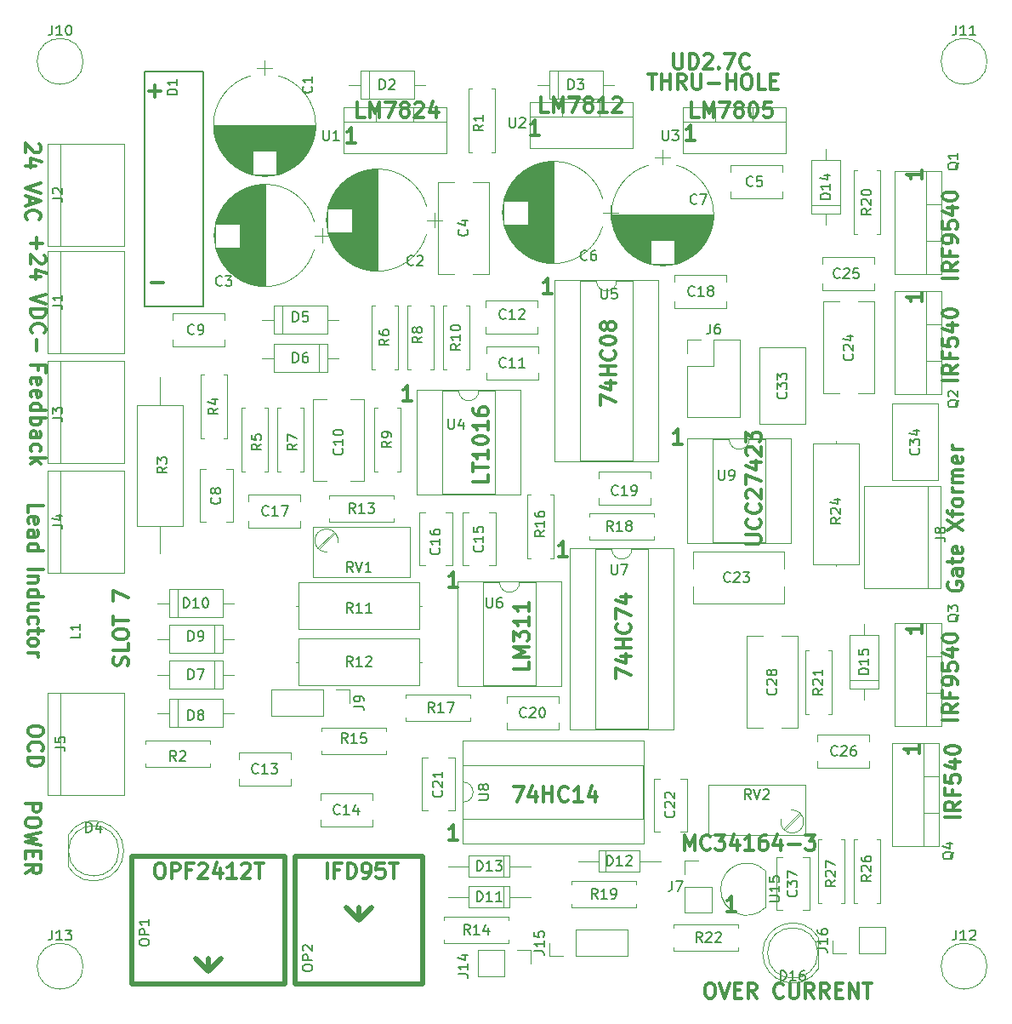
<source format=gbr>
G04 #@! TF.FileFunction,Legend,Top*
%FSLAX46Y46*%
G04 Gerber Fmt 4.6, Leading zero omitted, Abs format (unit mm)*
G04 Created by KiCad (PCBNEW 4.0.7) date 04/20/18 10:23:05*
%MOMM*%
%LPD*%
G01*
G04 APERTURE LIST*
%ADD10C,0.100000*%
%ADD11C,0.300000*%
%ADD12C,0.500000*%
%ADD13C,0.120000*%
%ADD14C,0.150000*%
G04 APERTURE END LIST*
D10*
D11*
X85010572Y-83736571D02*
X84153429Y-83736571D01*
X84582001Y-83736571D02*
X84582001Y-82236571D01*
X84439144Y-82450857D01*
X84296286Y-82593714D01*
X84153429Y-82665143D01*
X114570857Y-141672571D02*
X114856571Y-141672571D01*
X114999429Y-141744000D01*
X115142286Y-141886857D01*
X115213714Y-142172571D01*
X115213714Y-142672571D01*
X115142286Y-142958286D01*
X114999429Y-143101143D01*
X114856571Y-143172571D01*
X114570857Y-143172571D01*
X114428000Y-143101143D01*
X114285143Y-142958286D01*
X114213714Y-142672571D01*
X114213714Y-142172571D01*
X114285143Y-141886857D01*
X114428000Y-141744000D01*
X114570857Y-141672571D01*
X115642286Y-141672571D02*
X116142286Y-143172571D01*
X116642286Y-141672571D01*
X117142286Y-142386857D02*
X117642286Y-142386857D01*
X117856572Y-143172571D02*
X117142286Y-143172571D01*
X117142286Y-141672571D01*
X117856572Y-141672571D01*
X119356572Y-143172571D02*
X118856572Y-142458286D01*
X118499429Y-143172571D02*
X118499429Y-141672571D01*
X119070857Y-141672571D01*
X119213715Y-141744000D01*
X119285143Y-141815429D01*
X119356572Y-141958286D01*
X119356572Y-142172571D01*
X119285143Y-142315429D01*
X119213715Y-142386857D01*
X119070857Y-142458286D01*
X118499429Y-142458286D01*
X121999429Y-143029714D02*
X121928000Y-143101143D01*
X121713714Y-143172571D01*
X121570857Y-143172571D01*
X121356572Y-143101143D01*
X121213714Y-142958286D01*
X121142286Y-142815429D01*
X121070857Y-142529714D01*
X121070857Y-142315429D01*
X121142286Y-142029714D01*
X121213714Y-141886857D01*
X121356572Y-141744000D01*
X121570857Y-141672571D01*
X121713714Y-141672571D01*
X121928000Y-141744000D01*
X121999429Y-141815429D01*
X122642286Y-141672571D02*
X122642286Y-142886857D01*
X122713714Y-143029714D01*
X122785143Y-143101143D01*
X122928000Y-143172571D01*
X123213714Y-143172571D01*
X123356572Y-143101143D01*
X123428000Y-143029714D01*
X123499429Y-142886857D01*
X123499429Y-141672571D01*
X125070858Y-143172571D02*
X124570858Y-142458286D01*
X124213715Y-143172571D02*
X124213715Y-141672571D01*
X124785143Y-141672571D01*
X124928001Y-141744000D01*
X124999429Y-141815429D01*
X125070858Y-141958286D01*
X125070858Y-142172571D01*
X124999429Y-142315429D01*
X124928001Y-142386857D01*
X124785143Y-142458286D01*
X124213715Y-142458286D01*
X126570858Y-143172571D02*
X126070858Y-142458286D01*
X125713715Y-143172571D02*
X125713715Y-141672571D01*
X126285143Y-141672571D01*
X126428001Y-141744000D01*
X126499429Y-141815429D01*
X126570858Y-141958286D01*
X126570858Y-142172571D01*
X126499429Y-142315429D01*
X126428001Y-142386857D01*
X126285143Y-142458286D01*
X125713715Y-142458286D01*
X127213715Y-142386857D02*
X127713715Y-142386857D01*
X127928001Y-143172571D02*
X127213715Y-143172571D01*
X127213715Y-141672571D01*
X127928001Y-141672571D01*
X128570858Y-143172571D02*
X128570858Y-141672571D01*
X129428001Y-143172571D01*
X129428001Y-141672571D01*
X129928001Y-141672571D02*
X130785144Y-141672571D01*
X130356573Y-143172571D02*
X130356573Y-141672571D01*
X46565429Y-123789714D02*
X48065429Y-123789714D01*
X48065429Y-124361142D01*
X47994000Y-124504000D01*
X47922571Y-124575428D01*
X47779714Y-124646857D01*
X47565429Y-124646857D01*
X47422571Y-124575428D01*
X47351143Y-124504000D01*
X47279714Y-124361142D01*
X47279714Y-123789714D01*
X48065429Y-125575428D02*
X48065429Y-125861142D01*
X47994000Y-126004000D01*
X47851143Y-126146857D01*
X47565429Y-126218285D01*
X47065429Y-126218285D01*
X46779714Y-126146857D01*
X46636857Y-126004000D01*
X46565429Y-125861142D01*
X46565429Y-125575428D01*
X46636857Y-125432571D01*
X46779714Y-125289714D01*
X47065429Y-125218285D01*
X47565429Y-125218285D01*
X47851143Y-125289714D01*
X47994000Y-125432571D01*
X48065429Y-125575428D01*
X48065429Y-126718286D02*
X46565429Y-127075429D01*
X47636857Y-127361143D01*
X46565429Y-127646857D01*
X48065429Y-128004000D01*
X47351143Y-128575429D02*
X47351143Y-129075429D01*
X46565429Y-129289715D02*
X46565429Y-128575429D01*
X48065429Y-128575429D01*
X48065429Y-129289715D01*
X46565429Y-130789715D02*
X47279714Y-130289715D01*
X46565429Y-129932572D02*
X48065429Y-129932572D01*
X48065429Y-130504000D01*
X47994000Y-130646858D01*
X47922571Y-130718286D01*
X47779714Y-130789715D01*
X47565429Y-130789715D01*
X47422571Y-130718286D01*
X47351143Y-130646858D01*
X47279714Y-130504000D01*
X47279714Y-129932572D01*
X56741143Y-110104571D02*
X56812571Y-109890285D01*
X56812571Y-109533142D01*
X56741143Y-109390285D01*
X56669714Y-109318856D01*
X56526857Y-109247428D01*
X56384000Y-109247428D01*
X56241143Y-109318856D01*
X56169714Y-109390285D01*
X56098286Y-109533142D01*
X56026857Y-109818856D01*
X55955429Y-109961714D01*
X55884000Y-110033142D01*
X55741143Y-110104571D01*
X55598286Y-110104571D01*
X55455429Y-110033142D01*
X55384000Y-109961714D01*
X55312571Y-109818856D01*
X55312571Y-109461714D01*
X55384000Y-109247428D01*
X56812571Y-107890285D02*
X56812571Y-108604571D01*
X55312571Y-108604571D01*
X55312571Y-107104571D02*
X55312571Y-106818857D01*
X55384000Y-106675999D01*
X55526857Y-106533142D01*
X55812571Y-106461714D01*
X56312571Y-106461714D01*
X56598286Y-106533142D01*
X56741143Y-106675999D01*
X56812571Y-106818857D01*
X56812571Y-107104571D01*
X56741143Y-107247428D01*
X56598286Y-107390285D01*
X56312571Y-107461714D01*
X55812571Y-107461714D01*
X55526857Y-107390285D01*
X55384000Y-107247428D01*
X55312571Y-107104571D01*
X55312571Y-106033142D02*
X55312571Y-105175999D01*
X56812571Y-105604570D02*
X55312571Y-105604570D01*
X55312571Y-103675999D02*
X55312571Y-102675999D01*
X56812571Y-103318856D01*
X117268572Y-134536571D02*
X116411429Y-134536571D01*
X116840001Y-134536571D02*
X116840001Y-133036571D01*
X116697144Y-133250857D01*
X116554286Y-133393714D01*
X116411429Y-133465143D01*
X112153716Y-128440571D02*
X112153716Y-126940571D01*
X112653716Y-128012000D01*
X113153716Y-126940571D01*
X113153716Y-128440571D01*
X114725145Y-128297714D02*
X114653716Y-128369143D01*
X114439430Y-128440571D01*
X114296573Y-128440571D01*
X114082288Y-128369143D01*
X113939430Y-128226286D01*
X113868002Y-128083429D01*
X113796573Y-127797714D01*
X113796573Y-127583429D01*
X113868002Y-127297714D01*
X113939430Y-127154857D01*
X114082288Y-127012000D01*
X114296573Y-126940571D01*
X114439430Y-126940571D01*
X114653716Y-127012000D01*
X114725145Y-127083429D01*
X115225145Y-126940571D02*
X116153716Y-126940571D01*
X115653716Y-127512000D01*
X115868002Y-127512000D01*
X116010859Y-127583429D01*
X116082288Y-127654857D01*
X116153716Y-127797714D01*
X116153716Y-128154857D01*
X116082288Y-128297714D01*
X116010859Y-128369143D01*
X115868002Y-128440571D01*
X115439430Y-128440571D01*
X115296573Y-128369143D01*
X115225145Y-128297714D01*
X117439430Y-127440571D02*
X117439430Y-128440571D01*
X117082287Y-126869143D02*
X116725144Y-127940571D01*
X117653716Y-127940571D01*
X119010858Y-128440571D02*
X118153715Y-128440571D01*
X118582287Y-128440571D02*
X118582287Y-126940571D01*
X118439430Y-127154857D01*
X118296572Y-127297714D01*
X118153715Y-127369143D01*
X120296572Y-126940571D02*
X120010858Y-126940571D01*
X119868001Y-127012000D01*
X119796572Y-127083429D01*
X119653715Y-127297714D01*
X119582286Y-127583429D01*
X119582286Y-128154857D01*
X119653715Y-128297714D01*
X119725143Y-128369143D01*
X119868001Y-128440571D01*
X120153715Y-128440571D01*
X120296572Y-128369143D01*
X120368001Y-128297714D01*
X120439429Y-128154857D01*
X120439429Y-127797714D01*
X120368001Y-127654857D01*
X120296572Y-127583429D01*
X120153715Y-127512000D01*
X119868001Y-127512000D01*
X119725143Y-127583429D01*
X119653715Y-127654857D01*
X119582286Y-127797714D01*
X121725143Y-127440571D02*
X121725143Y-128440571D01*
X121368000Y-126869143D02*
X121010857Y-127940571D01*
X121939429Y-127940571D01*
X122510857Y-127869143D02*
X123653714Y-127869143D01*
X124225143Y-126940571D02*
X125153714Y-126940571D01*
X124653714Y-127512000D01*
X124868000Y-127512000D01*
X125010857Y-127583429D01*
X125082286Y-127654857D01*
X125153714Y-127797714D01*
X125153714Y-128154857D01*
X125082286Y-128297714D01*
X125010857Y-128369143D01*
X124868000Y-128440571D01*
X124439428Y-128440571D01*
X124296571Y-128369143D01*
X124225143Y-128297714D01*
X108526285Y-51248571D02*
X109383428Y-51248571D01*
X108954857Y-52748571D02*
X108954857Y-51248571D01*
X109883428Y-52748571D02*
X109883428Y-51248571D01*
X109883428Y-51962857D02*
X110740571Y-51962857D01*
X110740571Y-52748571D02*
X110740571Y-51248571D01*
X112312000Y-52748571D02*
X111812000Y-52034286D01*
X111454857Y-52748571D02*
X111454857Y-51248571D01*
X112026285Y-51248571D01*
X112169143Y-51320000D01*
X112240571Y-51391429D01*
X112312000Y-51534286D01*
X112312000Y-51748571D01*
X112240571Y-51891429D01*
X112169143Y-51962857D01*
X112026285Y-52034286D01*
X111454857Y-52034286D01*
X112954857Y-51248571D02*
X112954857Y-52462857D01*
X113026285Y-52605714D01*
X113097714Y-52677143D01*
X113240571Y-52748571D01*
X113526285Y-52748571D01*
X113669143Y-52677143D01*
X113740571Y-52605714D01*
X113812000Y-52462857D01*
X113812000Y-51248571D01*
X114526286Y-52177143D02*
X115669143Y-52177143D01*
X116383429Y-52748571D02*
X116383429Y-51248571D01*
X116383429Y-51962857D02*
X117240572Y-51962857D01*
X117240572Y-52748571D02*
X117240572Y-51248571D01*
X118240572Y-51248571D02*
X118526286Y-51248571D01*
X118669144Y-51320000D01*
X118812001Y-51462857D01*
X118883429Y-51748571D01*
X118883429Y-52248571D01*
X118812001Y-52534286D01*
X118669144Y-52677143D01*
X118526286Y-52748571D01*
X118240572Y-52748571D01*
X118097715Y-52677143D01*
X117954858Y-52534286D01*
X117883429Y-52248571D01*
X117883429Y-51748571D01*
X117954858Y-51462857D01*
X118097715Y-51320000D01*
X118240572Y-51248571D01*
X120240573Y-52748571D02*
X119526287Y-52748571D01*
X119526287Y-51248571D01*
X120740573Y-51962857D02*
X121240573Y-51962857D01*
X121454859Y-52748571D02*
X120740573Y-52748571D01*
X120740573Y-51248571D01*
X121454859Y-51248571D01*
X135806571Y-72977428D02*
X135806571Y-73834571D01*
X135806571Y-73405999D02*
X134306571Y-73405999D01*
X134520857Y-73548856D01*
X134663714Y-73691714D01*
X134735143Y-73834571D01*
X135806571Y-60785428D02*
X135806571Y-61642571D01*
X135806571Y-61213999D02*
X134306571Y-61213999D01*
X134520857Y-61356856D01*
X134663714Y-61499714D01*
X134735143Y-61642571D01*
X135806571Y-105997428D02*
X135806571Y-106854571D01*
X135806571Y-106425999D02*
X134306571Y-106425999D01*
X134520857Y-106568856D01*
X134663714Y-106711714D01*
X134735143Y-106854571D01*
X135552571Y-117935428D02*
X135552571Y-118792571D01*
X135552571Y-118363999D02*
X134052571Y-118363999D01*
X134266857Y-118506856D01*
X134409714Y-118649714D01*
X134481143Y-118792571D01*
X113204572Y-57828571D02*
X112347429Y-57828571D01*
X112776001Y-57828571D02*
X112776001Y-56328571D01*
X112633144Y-56542857D01*
X112490286Y-56685714D01*
X112347429Y-56757143D01*
X97710572Y-57320571D02*
X96853429Y-57320571D01*
X97282001Y-57320571D02*
X97282001Y-55820571D01*
X97139144Y-56034857D01*
X96996286Y-56177714D01*
X96853429Y-56249143D01*
X79422572Y-58082571D02*
X78565429Y-58082571D01*
X78994001Y-58082571D02*
X78994001Y-56582571D01*
X78851144Y-56796857D01*
X78708286Y-56939714D01*
X78565429Y-57011143D01*
X98980572Y-73068571D02*
X98123429Y-73068571D01*
X98552001Y-73068571D02*
X98552001Y-71568571D01*
X98409144Y-71782857D01*
X98266286Y-71925714D01*
X98123429Y-71997143D01*
X111934572Y-88054571D02*
X111077429Y-88054571D01*
X111506001Y-88054571D02*
X111506001Y-86554571D01*
X111363144Y-86768857D01*
X111220286Y-86911714D01*
X111077429Y-86983143D01*
X100504572Y-99230571D02*
X99647429Y-99230571D01*
X100076001Y-99230571D02*
X100076001Y-97730571D01*
X99933144Y-97944857D01*
X99790286Y-98087714D01*
X99647429Y-98159143D01*
X89582572Y-102278571D02*
X88725429Y-102278571D01*
X89154001Y-102278571D02*
X89154001Y-100778571D01*
X89011144Y-100992857D01*
X88868286Y-101135714D01*
X88725429Y-101207143D01*
X89582572Y-127424571D02*
X88725429Y-127424571D01*
X89154001Y-127424571D02*
X89154001Y-125924571D01*
X89011144Y-126138857D01*
X88868286Y-126281714D01*
X88725429Y-126353143D01*
X76617144Y-131234571D02*
X76617144Y-129734571D01*
X77831430Y-130448857D02*
X77331430Y-130448857D01*
X77331430Y-131234571D02*
X77331430Y-129734571D01*
X78045716Y-129734571D01*
X78617144Y-131234571D02*
X78617144Y-129734571D01*
X78974287Y-129734571D01*
X79188572Y-129806000D01*
X79331430Y-129948857D01*
X79402858Y-130091714D01*
X79474287Y-130377429D01*
X79474287Y-130591714D01*
X79402858Y-130877429D01*
X79331430Y-131020286D01*
X79188572Y-131163143D01*
X78974287Y-131234571D01*
X78617144Y-131234571D01*
X80188572Y-131234571D02*
X80474287Y-131234571D01*
X80617144Y-131163143D01*
X80688572Y-131091714D01*
X80831430Y-130877429D01*
X80902858Y-130591714D01*
X80902858Y-130020286D01*
X80831430Y-129877429D01*
X80760001Y-129806000D01*
X80617144Y-129734571D01*
X80331430Y-129734571D01*
X80188572Y-129806000D01*
X80117144Y-129877429D01*
X80045715Y-130020286D01*
X80045715Y-130377429D01*
X80117144Y-130520286D01*
X80188572Y-130591714D01*
X80331430Y-130663143D01*
X80617144Y-130663143D01*
X80760001Y-130591714D01*
X80831430Y-130520286D01*
X80902858Y-130377429D01*
X82260001Y-129734571D02*
X81545715Y-129734571D01*
X81474286Y-130448857D01*
X81545715Y-130377429D01*
X81688572Y-130306000D01*
X82045715Y-130306000D01*
X82188572Y-130377429D01*
X82260001Y-130448857D01*
X82331429Y-130591714D01*
X82331429Y-130948857D01*
X82260001Y-131091714D01*
X82188572Y-131163143D01*
X82045715Y-131234571D01*
X81688572Y-131234571D01*
X81545715Y-131163143D01*
X81474286Y-131091714D01*
X82760000Y-129734571D02*
X83617143Y-129734571D01*
X83188572Y-131234571D02*
X83188572Y-129734571D01*
X59805715Y-129734571D02*
X60091429Y-129734571D01*
X60234287Y-129806000D01*
X60377144Y-129948857D01*
X60448572Y-130234571D01*
X60448572Y-130734571D01*
X60377144Y-131020286D01*
X60234287Y-131163143D01*
X60091429Y-131234571D01*
X59805715Y-131234571D01*
X59662858Y-131163143D01*
X59520001Y-131020286D01*
X59448572Y-130734571D01*
X59448572Y-130234571D01*
X59520001Y-129948857D01*
X59662858Y-129806000D01*
X59805715Y-129734571D01*
X61091430Y-131234571D02*
X61091430Y-129734571D01*
X61662858Y-129734571D01*
X61805716Y-129806000D01*
X61877144Y-129877429D01*
X61948573Y-130020286D01*
X61948573Y-130234571D01*
X61877144Y-130377429D01*
X61805716Y-130448857D01*
X61662858Y-130520286D01*
X61091430Y-130520286D01*
X63091430Y-130448857D02*
X62591430Y-130448857D01*
X62591430Y-131234571D02*
X62591430Y-129734571D01*
X63305716Y-129734571D01*
X63805715Y-129877429D02*
X63877144Y-129806000D01*
X64020001Y-129734571D01*
X64377144Y-129734571D01*
X64520001Y-129806000D01*
X64591430Y-129877429D01*
X64662858Y-130020286D01*
X64662858Y-130163143D01*
X64591430Y-130377429D01*
X63734287Y-131234571D01*
X64662858Y-131234571D01*
X65948572Y-130234571D02*
X65948572Y-131234571D01*
X65591429Y-129663143D02*
X65234286Y-130734571D01*
X66162858Y-130734571D01*
X67520000Y-131234571D02*
X66662857Y-131234571D01*
X67091429Y-131234571D02*
X67091429Y-129734571D01*
X66948572Y-129948857D01*
X66805714Y-130091714D01*
X66662857Y-130163143D01*
X68091428Y-129877429D02*
X68162857Y-129806000D01*
X68305714Y-129734571D01*
X68662857Y-129734571D01*
X68805714Y-129806000D01*
X68877143Y-129877429D01*
X68948571Y-130020286D01*
X68948571Y-130163143D01*
X68877143Y-130377429D01*
X68020000Y-131234571D01*
X68948571Y-131234571D01*
X69377142Y-129734571D02*
X70234285Y-129734571D01*
X69805714Y-131234571D02*
X69805714Y-129734571D01*
X48319429Y-116467143D02*
X48319429Y-116752857D01*
X48248000Y-116895715D01*
X48105143Y-117038572D01*
X47819429Y-117110000D01*
X47319429Y-117110000D01*
X47033714Y-117038572D01*
X46890857Y-116895715D01*
X46819429Y-116752857D01*
X46819429Y-116467143D01*
X46890857Y-116324286D01*
X47033714Y-116181429D01*
X47319429Y-116110000D01*
X47819429Y-116110000D01*
X48105143Y-116181429D01*
X48248000Y-116324286D01*
X48319429Y-116467143D01*
X46962286Y-118610001D02*
X46890857Y-118538572D01*
X46819429Y-118324286D01*
X46819429Y-118181429D01*
X46890857Y-117967144D01*
X47033714Y-117824286D01*
X47176571Y-117752858D01*
X47462286Y-117681429D01*
X47676571Y-117681429D01*
X47962286Y-117752858D01*
X48105143Y-117824286D01*
X48248000Y-117967144D01*
X48319429Y-118181429D01*
X48319429Y-118324286D01*
X48248000Y-118538572D01*
X48176571Y-118610001D01*
X46819429Y-119252858D02*
X48319429Y-119252858D01*
X48319429Y-119610001D01*
X48248000Y-119824286D01*
X48105143Y-119967144D01*
X47962286Y-120038572D01*
X47676571Y-120110001D01*
X47462286Y-120110001D01*
X47176571Y-120038572D01*
X47033714Y-119967144D01*
X46890857Y-119824286D01*
X46819429Y-119610001D01*
X46819429Y-119252858D01*
X46819429Y-94885715D02*
X46819429Y-94171429D01*
X48319429Y-94171429D01*
X46890857Y-95957143D02*
X46819429Y-95814286D01*
X46819429Y-95528572D01*
X46890857Y-95385715D01*
X47033714Y-95314286D01*
X47605143Y-95314286D01*
X47748000Y-95385715D01*
X47819429Y-95528572D01*
X47819429Y-95814286D01*
X47748000Y-95957143D01*
X47605143Y-96028572D01*
X47462286Y-96028572D01*
X47319429Y-95314286D01*
X46819429Y-97314286D02*
X47605143Y-97314286D01*
X47748000Y-97242857D01*
X47819429Y-97100000D01*
X47819429Y-96814286D01*
X47748000Y-96671429D01*
X46890857Y-97314286D02*
X46819429Y-97171429D01*
X46819429Y-96814286D01*
X46890857Y-96671429D01*
X47033714Y-96600000D01*
X47176571Y-96600000D01*
X47319429Y-96671429D01*
X47390857Y-96814286D01*
X47390857Y-97171429D01*
X47462286Y-97314286D01*
X46819429Y-98671429D02*
X48319429Y-98671429D01*
X46890857Y-98671429D02*
X46819429Y-98528572D01*
X46819429Y-98242858D01*
X46890857Y-98100000D01*
X46962286Y-98028572D01*
X47105143Y-97957143D01*
X47533714Y-97957143D01*
X47676571Y-98028572D01*
X47748000Y-98100000D01*
X47819429Y-98242858D01*
X47819429Y-98528572D01*
X47748000Y-98671429D01*
X46819429Y-100528572D02*
X48319429Y-100528572D01*
X47819429Y-101242858D02*
X46819429Y-101242858D01*
X47676571Y-101242858D02*
X47748000Y-101314286D01*
X47819429Y-101457144D01*
X47819429Y-101671429D01*
X47748000Y-101814286D01*
X47605143Y-101885715D01*
X46819429Y-101885715D01*
X46819429Y-103242858D02*
X48319429Y-103242858D01*
X46890857Y-103242858D02*
X46819429Y-103100001D01*
X46819429Y-102814287D01*
X46890857Y-102671429D01*
X46962286Y-102600001D01*
X47105143Y-102528572D01*
X47533714Y-102528572D01*
X47676571Y-102600001D01*
X47748000Y-102671429D01*
X47819429Y-102814287D01*
X47819429Y-103100001D01*
X47748000Y-103242858D01*
X47819429Y-104600001D02*
X46819429Y-104600001D01*
X47819429Y-103957144D02*
X47033714Y-103957144D01*
X46890857Y-104028572D01*
X46819429Y-104171430D01*
X46819429Y-104385715D01*
X46890857Y-104528572D01*
X46962286Y-104600001D01*
X46890857Y-105957144D02*
X46819429Y-105814287D01*
X46819429Y-105528573D01*
X46890857Y-105385715D01*
X46962286Y-105314287D01*
X47105143Y-105242858D01*
X47533714Y-105242858D01*
X47676571Y-105314287D01*
X47748000Y-105385715D01*
X47819429Y-105528573D01*
X47819429Y-105814287D01*
X47748000Y-105957144D01*
X47819429Y-106385715D02*
X47819429Y-106957144D01*
X48319429Y-106600001D02*
X47033714Y-106600001D01*
X46890857Y-106671429D01*
X46819429Y-106814287D01*
X46819429Y-106957144D01*
X46819429Y-107671430D02*
X46890857Y-107528572D01*
X46962286Y-107457144D01*
X47105143Y-107385715D01*
X47533714Y-107385715D01*
X47676571Y-107457144D01*
X47748000Y-107528572D01*
X47819429Y-107671430D01*
X47819429Y-107885715D01*
X47748000Y-108028572D01*
X47676571Y-108100001D01*
X47533714Y-108171430D01*
X47105143Y-108171430D01*
X46962286Y-108100001D01*
X46890857Y-108028572D01*
X46819429Y-107885715D01*
X46819429Y-107671430D01*
X46819429Y-108814287D02*
X47819429Y-108814287D01*
X47533714Y-108814287D02*
X47676571Y-108885715D01*
X47748000Y-108957144D01*
X47819429Y-109100001D01*
X47819429Y-109242858D01*
X47859143Y-80732858D02*
X47859143Y-80232858D01*
X47073429Y-80232858D02*
X48573429Y-80232858D01*
X48573429Y-80947144D01*
X47144857Y-82090000D02*
X47073429Y-81947143D01*
X47073429Y-81661429D01*
X47144857Y-81518572D01*
X47287714Y-81447143D01*
X47859143Y-81447143D01*
X48002000Y-81518572D01*
X48073429Y-81661429D01*
X48073429Y-81947143D01*
X48002000Y-82090000D01*
X47859143Y-82161429D01*
X47716286Y-82161429D01*
X47573429Y-81447143D01*
X47144857Y-83375714D02*
X47073429Y-83232857D01*
X47073429Y-82947143D01*
X47144857Y-82804286D01*
X47287714Y-82732857D01*
X47859143Y-82732857D01*
X48002000Y-82804286D01*
X48073429Y-82947143D01*
X48073429Y-83232857D01*
X48002000Y-83375714D01*
X47859143Y-83447143D01*
X47716286Y-83447143D01*
X47573429Y-82732857D01*
X47073429Y-84732857D02*
X48573429Y-84732857D01*
X47144857Y-84732857D02*
X47073429Y-84590000D01*
X47073429Y-84304286D01*
X47144857Y-84161428D01*
X47216286Y-84090000D01*
X47359143Y-84018571D01*
X47787714Y-84018571D01*
X47930571Y-84090000D01*
X48002000Y-84161428D01*
X48073429Y-84304286D01*
X48073429Y-84590000D01*
X48002000Y-84732857D01*
X47073429Y-85447143D02*
X48573429Y-85447143D01*
X48002000Y-85447143D02*
X48073429Y-85590000D01*
X48073429Y-85875714D01*
X48002000Y-86018571D01*
X47930571Y-86090000D01*
X47787714Y-86161429D01*
X47359143Y-86161429D01*
X47216286Y-86090000D01*
X47144857Y-86018571D01*
X47073429Y-85875714D01*
X47073429Y-85590000D01*
X47144857Y-85447143D01*
X47073429Y-87447143D02*
X47859143Y-87447143D01*
X48002000Y-87375714D01*
X48073429Y-87232857D01*
X48073429Y-86947143D01*
X48002000Y-86804286D01*
X47144857Y-87447143D02*
X47073429Y-87304286D01*
X47073429Y-86947143D01*
X47144857Y-86804286D01*
X47287714Y-86732857D01*
X47430571Y-86732857D01*
X47573429Y-86804286D01*
X47644857Y-86947143D01*
X47644857Y-87304286D01*
X47716286Y-87447143D01*
X47144857Y-88804286D02*
X47073429Y-88661429D01*
X47073429Y-88375715D01*
X47144857Y-88232857D01*
X47216286Y-88161429D01*
X47359143Y-88090000D01*
X47787714Y-88090000D01*
X47930571Y-88161429D01*
X48002000Y-88232857D01*
X48073429Y-88375715D01*
X48073429Y-88661429D01*
X48002000Y-88804286D01*
X47073429Y-89447143D02*
X48573429Y-89447143D01*
X47644857Y-89590000D02*
X47073429Y-90018571D01*
X48073429Y-90018571D02*
X47502000Y-89447143D01*
X47644857Y-67509144D02*
X47644857Y-68652001D01*
X47073429Y-68080572D02*
X48216286Y-68080572D01*
X48430571Y-69294858D02*
X48502000Y-69366287D01*
X48573429Y-69509144D01*
X48573429Y-69866287D01*
X48502000Y-70009144D01*
X48430571Y-70080573D01*
X48287714Y-70152001D01*
X48144857Y-70152001D01*
X47930571Y-70080573D01*
X47073429Y-69223430D01*
X47073429Y-70152001D01*
X48073429Y-71437715D02*
X47073429Y-71437715D01*
X48644857Y-71080572D02*
X47573429Y-70723429D01*
X47573429Y-71652001D01*
X48573429Y-73152000D02*
X47073429Y-73652000D01*
X48573429Y-74152000D01*
X47073429Y-74652000D02*
X48573429Y-74652000D01*
X48573429Y-75009143D01*
X48502000Y-75223428D01*
X48359143Y-75366286D01*
X48216286Y-75437714D01*
X47930571Y-75509143D01*
X47716286Y-75509143D01*
X47430571Y-75437714D01*
X47287714Y-75366286D01*
X47144857Y-75223428D01*
X47073429Y-75009143D01*
X47073429Y-74652000D01*
X47216286Y-77009143D02*
X47144857Y-76937714D01*
X47073429Y-76723428D01*
X47073429Y-76580571D01*
X47144857Y-76366286D01*
X47287714Y-76223428D01*
X47430571Y-76152000D01*
X47716286Y-76080571D01*
X47930571Y-76080571D01*
X48216286Y-76152000D01*
X48359143Y-76223428D01*
X48502000Y-76366286D01*
X48573429Y-76580571D01*
X48573429Y-76723428D01*
X48502000Y-76937714D01*
X48430571Y-77009143D01*
X47644857Y-77652000D02*
X47644857Y-78794857D01*
X47922571Y-58226001D02*
X47994000Y-58297430D01*
X48065429Y-58440287D01*
X48065429Y-58797430D01*
X47994000Y-58940287D01*
X47922571Y-59011716D01*
X47779714Y-59083144D01*
X47636857Y-59083144D01*
X47422571Y-59011716D01*
X46565429Y-58154573D01*
X46565429Y-59083144D01*
X47565429Y-60368858D02*
X46565429Y-60368858D01*
X48136857Y-60011715D02*
X47065429Y-59654572D01*
X47065429Y-60583144D01*
X48065429Y-62083143D02*
X46565429Y-62583143D01*
X48065429Y-63083143D01*
X46994000Y-63511714D02*
X46994000Y-64226000D01*
X46565429Y-63368857D02*
X48065429Y-63868857D01*
X46565429Y-64368857D01*
X46708286Y-65726000D02*
X46636857Y-65654571D01*
X46565429Y-65440285D01*
X46565429Y-65297428D01*
X46636857Y-65083143D01*
X46779714Y-64940285D01*
X46922571Y-64868857D01*
X47208286Y-64797428D01*
X47422571Y-64797428D01*
X47708286Y-64868857D01*
X47851143Y-64940285D01*
X47994000Y-65083143D01*
X48065429Y-65297428D01*
X48065429Y-65440285D01*
X47994000Y-65654571D01*
X47922571Y-65726000D01*
X138442000Y-101825428D02*
X138370571Y-101968285D01*
X138370571Y-102182571D01*
X138442000Y-102396856D01*
X138584857Y-102539714D01*
X138727714Y-102611142D01*
X139013429Y-102682571D01*
X139227714Y-102682571D01*
X139513429Y-102611142D01*
X139656286Y-102539714D01*
X139799143Y-102396856D01*
X139870571Y-102182571D01*
X139870571Y-102039714D01*
X139799143Y-101825428D01*
X139727714Y-101753999D01*
X139227714Y-101753999D01*
X139227714Y-102039714D01*
X139870571Y-100468285D02*
X139084857Y-100468285D01*
X138942000Y-100539714D01*
X138870571Y-100682571D01*
X138870571Y-100968285D01*
X138942000Y-101111142D01*
X139799143Y-100468285D02*
X139870571Y-100611142D01*
X139870571Y-100968285D01*
X139799143Y-101111142D01*
X139656286Y-101182571D01*
X139513429Y-101182571D01*
X139370571Y-101111142D01*
X139299143Y-100968285D01*
X139299143Y-100611142D01*
X139227714Y-100468285D01*
X138870571Y-99968285D02*
X138870571Y-99396856D01*
X138370571Y-99753999D02*
X139656286Y-99753999D01*
X139799143Y-99682571D01*
X139870571Y-99539713D01*
X139870571Y-99396856D01*
X139799143Y-98325428D02*
X139870571Y-98468285D01*
X139870571Y-98753999D01*
X139799143Y-98896856D01*
X139656286Y-98968285D01*
X139084857Y-98968285D01*
X138942000Y-98896856D01*
X138870571Y-98753999D01*
X138870571Y-98468285D01*
X138942000Y-98325428D01*
X139084857Y-98253999D01*
X139227714Y-98253999D01*
X139370571Y-98968285D01*
X138370571Y-96611142D02*
X139870571Y-95611142D01*
X138370571Y-95611142D02*
X139870571Y-96611142D01*
X138870571Y-95254000D02*
X138870571Y-94682571D01*
X139870571Y-95039714D02*
X138584857Y-95039714D01*
X138442000Y-94968286D01*
X138370571Y-94825428D01*
X138370571Y-94682571D01*
X139870571Y-93968285D02*
X139799143Y-94111143D01*
X139727714Y-94182571D01*
X139584857Y-94254000D01*
X139156286Y-94254000D01*
X139013429Y-94182571D01*
X138942000Y-94111143D01*
X138870571Y-93968285D01*
X138870571Y-93754000D01*
X138942000Y-93611143D01*
X139013429Y-93539714D01*
X139156286Y-93468285D01*
X139584857Y-93468285D01*
X139727714Y-93539714D01*
X139799143Y-93611143D01*
X139870571Y-93754000D01*
X139870571Y-93968285D01*
X139870571Y-92825428D02*
X138870571Y-92825428D01*
X139156286Y-92825428D02*
X139013429Y-92754000D01*
X138942000Y-92682571D01*
X138870571Y-92539714D01*
X138870571Y-92396857D01*
X139870571Y-91896857D02*
X138870571Y-91896857D01*
X139013429Y-91896857D02*
X138942000Y-91825429D01*
X138870571Y-91682571D01*
X138870571Y-91468286D01*
X138942000Y-91325429D01*
X139084857Y-91254000D01*
X139870571Y-91254000D01*
X139084857Y-91254000D02*
X138942000Y-91182571D01*
X138870571Y-91039714D01*
X138870571Y-90825429D01*
X138942000Y-90682571D01*
X139084857Y-90611143D01*
X139870571Y-90611143D01*
X139799143Y-89325429D02*
X139870571Y-89468286D01*
X139870571Y-89754000D01*
X139799143Y-89896857D01*
X139656286Y-89968286D01*
X139084857Y-89968286D01*
X138942000Y-89896857D01*
X138870571Y-89754000D01*
X138870571Y-89468286D01*
X138942000Y-89325429D01*
X139084857Y-89254000D01*
X139227714Y-89254000D01*
X139370571Y-89968286D01*
X139870571Y-88611143D02*
X138870571Y-88611143D01*
X139156286Y-88611143D02*
X139013429Y-88539715D01*
X138942000Y-88468286D01*
X138870571Y-88325429D01*
X138870571Y-88182572D01*
X113590001Y-55542571D02*
X112875715Y-55542571D01*
X112875715Y-54042571D01*
X114090001Y-55542571D02*
X114090001Y-54042571D01*
X114590001Y-55114000D01*
X115090001Y-54042571D01*
X115090001Y-55542571D01*
X115661430Y-54042571D02*
X116661430Y-54042571D01*
X116018573Y-55542571D01*
X117447144Y-54685429D02*
X117304286Y-54614000D01*
X117232858Y-54542571D01*
X117161429Y-54399714D01*
X117161429Y-54328286D01*
X117232858Y-54185429D01*
X117304286Y-54114000D01*
X117447144Y-54042571D01*
X117732858Y-54042571D01*
X117875715Y-54114000D01*
X117947144Y-54185429D01*
X118018572Y-54328286D01*
X118018572Y-54399714D01*
X117947144Y-54542571D01*
X117875715Y-54614000D01*
X117732858Y-54685429D01*
X117447144Y-54685429D01*
X117304286Y-54756857D01*
X117232858Y-54828286D01*
X117161429Y-54971143D01*
X117161429Y-55256857D01*
X117232858Y-55399714D01*
X117304286Y-55471143D01*
X117447144Y-55542571D01*
X117732858Y-55542571D01*
X117875715Y-55471143D01*
X117947144Y-55399714D01*
X118018572Y-55256857D01*
X118018572Y-54971143D01*
X117947144Y-54828286D01*
X117875715Y-54756857D01*
X117732858Y-54685429D01*
X118947143Y-54042571D02*
X119090000Y-54042571D01*
X119232857Y-54114000D01*
X119304286Y-54185429D01*
X119375715Y-54328286D01*
X119447143Y-54614000D01*
X119447143Y-54971143D01*
X119375715Y-55256857D01*
X119304286Y-55399714D01*
X119232857Y-55471143D01*
X119090000Y-55542571D01*
X118947143Y-55542571D01*
X118804286Y-55471143D01*
X118732857Y-55399714D01*
X118661429Y-55256857D01*
X118590000Y-54971143D01*
X118590000Y-54614000D01*
X118661429Y-54328286D01*
X118732857Y-54185429D01*
X118804286Y-54114000D01*
X118947143Y-54042571D01*
X120804286Y-54042571D02*
X120090000Y-54042571D01*
X120018571Y-54756857D01*
X120090000Y-54685429D01*
X120232857Y-54614000D01*
X120590000Y-54614000D01*
X120732857Y-54685429D01*
X120804286Y-54756857D01*
X120875714Y-54899714D01*
X120875714Y-55256857D01*
X120804286Y-55399714D01*
X120732857Y-55471143D01*
X120590000Y-55542571D01*
X120232857Y-55542571D01*
X120090000Y-55471143D01*
X120018571Y-55399714D01*
X98604001Y-55034571D02*
X97889715Y-55034571D01*
X97889715Y-53534571D01*
X99104001Y-55034571D02*
X99104001Y-53534571D01*
X99604001Y-54606000D01*
X100104001Y-53534571D01*
X100104001Y-55034571D01*
X100675430Y-53534571D02*
X101675430Y-53534571D01*
X101032573Y-55034571D01*
X102461144Y-54177429D02*
X102318286Y-54106000D01*
X102246858Y-54034571D01*
X102175429Y-53891714D01*
X102175429Y-53820286D01*
X102246858Y-53677429D01*
X102318286Y-53606000D01*
X102461144Y-53534571D01*
X102746858Y-53534571D01*
X102889715Y-53606000D01*
X102961144Y-53677429D01*
X103032572Y-53820286D01*
X103032572Y-53891714D01*
X102961144Y-54034571D01*
X102889715Y-54106000D01*
X102746858Y-54177429D01*
X102461144Y-54177429D01*
X102318286Y-54248857D01*
X102246858Y-54320286D01*
X102175429Y-54463143D01*
X102175429Y-54748857D01*
X102246858Y-54891714D01*
X102318286Y-54963143D01*
X102461144Y-55034571D01*
X102746858Y-55034571D01*
X102889715Y-54963143D01*
X102961144Y-54891714D01*
X103032572Y-54748857D01*
X103032572Y-54463143D01*
X102961144Y-54320286D01*
X102889715Y-54248857D01*
X102746858Y-54177429D01*
X104461143Y-55034571D02*
X103604000Y-55034571D01*
X104032572Y-55034571D02*
X104032572Y-53534571D01*
X103889715Y-53748857D01*
X103746857Y-53891714D01*
X103604000Y-53963143D01*
X105032571Y-53677429D02*
X105104000Y-53606000D01*
X105246857Y-53534571D01*
X105604000Y-53534571D01*
X105746857Y-53606000D01*
X105818286Y-53677429D01*
X105889714Y-53820286D01*
X105889714Y-53963143D01*
X105818286Y-54177429D01*
X104961143Y-55034571D01*
X105889714Y-55034571D01*
X80316001Y-55542571D02*
X79601715Y-55542571D01*
X79601715Y-54042571D01*
X80816001Y-55542571D02*
X80816001Y-54042571D01*
X81316001Y-55114000D01*
X81816001Y-54042571D01*
X81816001Y-55542571D01*
X82387430Y-54042571D02*
X83387430Y-54042571D01*
X82744573Y-55542571D01*
X84173144Y-54685429D02*
X84030286Y-54614000D01*
X83958858Y-54542571D01*
X83887429Y-54399714D01*
X83887429Y-54328286D01*
X83958858Y-54185429D01*
X84030286Y-54114000D01*
X84173144Y-54042571D01*
X84458858Y-54042571D01*
X84601715Y-54114000D01*
X84673144Y-54185429D01*
X84744572Y-54328286D01*
X84744572Y-54399714D01*
X84673144Y-54542571D01*
X84601715Y-54614000D01*
X84458858Y-54685429D01*
X84173144Y-54685429D01*
X84030286Y-54756857D01*
X83958858Y-54828286D01*
X83887429Y-54971143D01*
X83887429Y-55256857D01*
X83958858Y-55399714D01*
X84030286Y-55471143D01*
X84173144Y-55542571D01*
X84458858Y-55542571D01*
X84601715Y-55471143D01*
X84673144Y-55399714D01*
X84744572Y-55256857D01*
X84744572Y-54971143D01*
X84673144Y-54828286D01*
X84601715Y-54756857D01*
X84458858Y-54685429D01*
X85316000Y-54185429D02*
X85387429Y-54114000D01*
X85530286Y-54042571D01*
X85887429Y-54042571D01*
X86030286Y-54114000D01*
X86101715Y-54185429D01*
X86173143Y-54328286D01*
X86173143Y-54471143D01*
X86101715Y-54685429D01*
X85244572Y-55542571D01*
X86173143Y-55542571D01*
X87458857Y-54542571D02*
X87458857Y-55542571D01*
X87101714Y-53971143D02*
X86744571Y-55042571D01*
X87673143Y-55042571D01*
X139362571Y-115501999D02*
X137862571Y-115501999D01*
X139362571Y-113930570D02*
X138648286Y-114430570D01*
X139362571Y-114787713D02*
X137862571Y-114787713D01*
X137862571Y-114216285D01*
X137934000Y-114073427D01*
X138005429Y-114001999D01*
X138148286Y-113930570D01*
X138362571Y-113930570D01*
X138505429Y-114001999D01*
X138576857Y-114073427D01*
X138648286Y-114216285D01*
X138648286Y-114787713D01*
X138576857Y-112787713D02*
X138576857Y-113287713D01*
X139362571Y-113287713D02*
X137862571Y-113287713D01*
X137862571Y-112573427D01*
X139362571Y-111930571D02*
X139362571Y-111644856D01*
X139291143Y-111501999D01*
X139219714Y-111430571D01*
X139005429Y-111287713D01*
X138719714Y-111216285D01*
X138148286Y-111216285D01*
X138005429Y-111287713D01*
X137934000Y-111359142D01*
X137862571Y-111501999D01*
X137862571Y-111787713D01*
X137934000Y-111930571D01*
X138005429Y-112001999D01*
X138148286Y-112073428D01*
X138505429Y-112073428D01*
X138648286Y-112001999D01*
X138719714Y-111930571D01*
X138791143Y-111787713D01*
X138791143Y-111501999D01*
X138719714Y-111359142D01*
X138648286Y-111287713D01*
X138505429Y-111216285D01*
X137862571Y-109859142D02*
X137862571Y-110573428D01*
X138576857Y-110644857D01*
X138505429Y-110573428D01*
X138434000Y-110430571D01*
X138434000Y-110073428D01*
X138505429Y-109930571D01*
X138576857Y-109859142D01*
X138719714Y-109787714D01*
X139076857Y-109787714D01*
X139219714Y-109859142D01*
X139291143Y-109930571D01*
X139362571Y-110073428D01*
X139362571Y-110430571D01*
X139291143Y-110573428D01*
X139219714Y-110644857D01*
X138362571Y-108502000D02*
X139362571Y-108502000D01*
X137791143Y-108859143D02*
X138862571Y-109216286D01*
X138862571Y-108287714D01*
X137862571Y-107430572D02*
X137862571Y-107287715D01*
X137934000Y-107144858D01*
X138005429Y-107073429D01*
X138148286Y-107002000D01*
X138434000Y-106930572D01*
X138791143Y-106930572D01*
X139076857Y-107002000D01*
X139219714Y-107073429D01*
X139291143Y-107144858D01*
X139362571Y-107287715D01*
X139362571Y-107430572D01*
X139291143Y-107573429D01*
X139219714Y-107644858D01*
X139076857Y-107716286D01*
X138791143Y-107787715D01*
X138434000Y-107787715D01*
X138148286Y-107716286D01*
X138005429Y-107644858D01*
X137934000Y-107573429D01*
X137862571Y-107430572D01*
X139362571Y-71559999D02*
X137862571Y-71559999D01*
X139362571Y-69988570D02*
X138648286Y-70488570D01*
X139362571Y-70845713D02*
X137862571Y-70845713D01*
X137862571Y-70274285D01*
X137934000Y-70131427D01*
X138005429Y-70059999D01*
X138148286Y-69988570D01*
X138362571Y-69988570D01*
X138505429Y-70059999D01*
X138576857Y-70131427D01*
X138648286Y-70274285D01*
X138648286Y-70845713D01*
X138576857Y-68845713D02*
X138576857Y-69345713D01*
X139362571Y-69345713D02*
X137862571Y-69345713D01*
X137862571Y-68631427D01*
X139362571Y-67988571D02*
X139362571Y-67702856D01*
X139291143Y-67559999D01*
X139219714Y-67488571D01*
X139005429Y-67345713D01*
X138719714Y-67274285D01*
X138148286Y-67274285D01*
X138005429Y-67345713D01*
X137934000Y-67417142D01*
X137862571Y-67559999D01*
X137862571Y-67845713D01*
X137934000Y-67988571D01*
X138005429Y-68059999D01*
X138148286Y-68131428D01*
X138505429Y-68131428D01*
X138648286Y-68059999D01*
X138719714Y-67988571D01*
X138791143Y-67845713D01*
X138791143Y-67559999D01*
X138719714Y-67417142D01*
X138648286Y-67345713D01*
X138505429Y-67274285D01*
X137862571Y-65917142D02*
X137862571Y-66631428D01*
X138576857Y-66702857D01*
X138505429Y-66631428D01*
X138434000Y-66488571D01*
X138434000Y-66131428D01*
X138505429Y-65988571D01*
X138576857Y-65917142D01*
X138719714Y-65845714D01*
X139076857Y-65845714D01*
X139219714Y-65917142D01*
X139291143Y-65988571D01*
X139362571Y-66131428D01*
X139362571Y-66488571D01*
X139291143Y-66631428D01*
X139219714Y-66702857D01*
X138362571Y-64560000D02*
X139362571Y-64560000D01*
X137791143Y-64917143D02*
X138862571Y-65274286D01*
X138862571Y-64345714D01*
X137862571Y-63488572D02*
X137862571Y-63345715D01*
X137934000Y-63202858D01*
X138005429Y-63131429D01*
X138148286Y-63060000D01*
X138434000Y-62988572D01*
X138791143Y-62988572D01*
X139076857Y-63060000D01*
X139219714Y-63131429D01*
X139291143Y-63202858D01*
X139362571Y-63345715D01*
X139362571Y-63488572D01*
X139291143Y-63631429D01*
X139219714Y-63702858D01*
X139076857Y-63774286D01*
X138791143Y-63845715D01*
X138434000Y-63845715D01*
X138148286Y-63774286D01*
X138005429Y-63702858D01*
X137934000Y-63631429D01*
X137862571Y-63488572D01*
X139616571Y-125201713D02*
X138116571Y-125201713D01*
X139616571Y-123630284D02*
X138902286Y-124130284D01*
X139616571Y-124487427D02*
X138116571Y-124487427D01*
X138116571Y-123915999D01*
X138188000Y-123773141D01*
X138259429Y-123701713D01*
X138402286Y-123630284D01*
X138616571Y-123630284D01*
X138759429Y-123701713D01*
X138830857Y-123773141D01*
X138902286Y-123915999D01*
X138902286Y-124487427D01*
X138830857Y-122487427D02*
X138830857Y-122987427D01*
X139616571Y-122987427D02*
X138116571Y-122987427D01*
X138116571Y-122273141D01*
X138116571Y-120987427D02*
X138116571Y-121701713D01*
X138830857Y-121773142D01*
X138759429Y-121701713D01*
X138688000Y-121558856D01*
X138688000Y-121201713D01*
X138759429Y-121058856D01*
X138830857Y-120987427D01*
X138973714Y-120915999D01*
X139330857Y-120915999D01*
X139473714Y-120987427D01*
X139545143Y-121058856D01*
X139616571Y-121201713D01*
X139616571Y-121558856D01*
X139545143Y-121701713D01*
X139473714Y-121773142D01*
X138616571Y-119630285D02*
X139616571Y-119630285D01*
X138045143Y-119987428D02*
X139116571Y-120344571D01*
X139116571Y-119415999D01*
X138116571Y-118558857D02*
X138116571Y-118416000D01*
X138188000Y-118273143D01*
X138259429Y-118201714D01*
X138402286Y-118130285D01*
X138688000Y-118058857D01*
X139045143Y-118058857D01*
X139330857Y-118130285D01*
X139473714Y-118201714D01*
X139545143Y-118273143D01*
X139616571Y-118416000D01*
X139616571Y-118558857D01*
X139545143Y-118701714D01*
X139473714Y-118773143D01*
X139330857Y-118844571D01*
X139045143Y-118916000D01*
X138688000Y-118916000D01*
X138402286Y-118844571D01*
X138259429Y-118773143D01*
X138188000Y-118701714D01*
X138116571Y-118558857D01*
X139362571Y-81767713D02*
X137862571Y-81767713D01*
X139362571Y-80196284D02*
X138648286Y-80696284D01*
X139362571Y-81053427D02*
X137862571Y-81053427D01*
X137862571Y-80481999D01*
X137934000Y-80339141D01*
X138005429Y-80267713D01*
X138148286Y-80196284D01*
X138362571Y-80196284D01*
X138505429Y-80267713D01*
X138576857Y-80339141D01*
X138648286Y-80481999D01*
X138648286Y-81053427D01*
X138576857Y-79053427D02*
X138576857Y-79553427D01*
X139362571Y-79553427D02*
X137862571Y-79553427D01*
X137862571Y-78839141D01*
X137862571Y-77553427D02*
X137862571Y-78267713D01*
X138576857Y-78339142D01*
X138505429Y-78267713D01*
X138434000Y-78124856D01*
X138434000Y-77767713D01*
X138505429Y-77624856D01*
X138576857Y-77553427D01*
X138719714Y-77481999D01*
X139076857Y-77481999D01*
X139219714Y-77553427D01*
X139291143Y-77624856D01*
X139362571Y-77767713D01*
X139362571Y-78124856D01*
X139291143Y-78267713D01*
X139219714Y-78339142D01*
X138362571Y-76196285D02*
X139362571Y-76196285D01*
X137791143Y-76553428D02*
X138862571Y-76910571D01*
X138862571Y-75981999D01*
X137862571Y-75124857D02*
X137862571Y-74982000D01*
X137934000Y-74839143D01*
X138005429Y-74767714D01*
X138148286Y-74696285D01*
X138434000Y-74624857D01*
X138791143Y-74624857D01*
X139076857Y-74696285D01*
X139219714Y-74767714D01*
X139291143Y-74839143D01*
X139362571Y-74982000D01*
X139362571Y-75124857D01*
X139291143Y-75267714D01*
X139219714Y-75339143D01*
X139076857Y-75410571D01*
X138791143Y-75482000D01*
X138434000Y-75482000D01*
X138148286Y-75410571D01*
X138005429Y-75339143D01*
X137934000Y-75267714D01*
X137862571Y-75124857D01*
X118304571Y-97955999D02*
X119518857Y-97955999D01*
X119661714Y-97884571D01*
X119733143Y-97813142D01*
X119804571Y-97670285D01*
X119804571Y-97384571D01*
X119733143Y-97241713D01*
X119661714Y-97170285D01*
X119518857Y-97098856D01*
X118304571Y-97098856D01*
X119661714Y-95527427D02*
X119733143Y-95598856D01*
X119804571Y-95813142D01*
X119804571Y-95955999D01*
X119733143Y-96170284D01*
X119590286Y-96313142D01*
X119447429Y-96384570D01*
X119161714Y-96455999D01*
X118947429Y-96455999D01*
X118661714Y-96384570D01*
X118518857Y-96313142D01*
X118376000Y-96170284D01*
X118304571Y-95955999D01*
X118304571Y-95813142D01*
X118376000Y-95598856D01*
X118447429Y-95527427D01*
X119661714Y-94027427D02*
X119733143Y-94098856D01*
X119804571Y-94313142D01*
X119804571Y-94455999D01*
X119733143Y-94670284D01*
X119590286Y-94813142D01*
X119447429Y-94884570D01*
X119161714Y-94955999D01*
X118947429Y-94955999D01*
X118661714Y-94884570D01*
X118518857Y-94813142D01*
X118376000Y-94670284D01*
X118304571Y-94455999D01*
X118304571Y-94313142D01*
X118376000Y-94098856D01*
X118447429Y-94027427D01*
X118447429Y-93455999D02*
X118376000Y-93384570D01*
X118304571Y-93241713D01*
X118304571Y-92884570D01*
X118376000Y-92741713D01*
X118447429Y-92670284D01*
X118590286Y-92598856D01*
X118733143Y-92598856D01*
X118947429Y-92670284D01*
X119804571Y-93527427D01*
X119804571Y-92598856D01*
X118304571Y-92098856D02*
X118304571Y-91098856D01*
X119804571Y-91741713D01*
X118804571Y-89884571D02*
X119804571Y-89884571D01*
X118233143Y-90241714D02*
X119304571Y-90598857D01*
X119304571Y-89670285D01*
X118447429Y-89170286D02*
X118376000Y-89098857D01*
X118304571Y-88956000D01*
X118304571Y-88598857D01*
X118376000Y-88456000D01*
X118447429Y-88384571D01*
X118590286Y-88313143D01*
X118733143Y-88313143D01*
X118947429Y-88384571D01*
X119804571Y-89241714D01*
X119804571Y-88313143D01*
X118304571Y-87813143D02*
X118304571Y-86884572D01*
X118876000Y-87384572D01*
X118876000Y-87170286D01*
X118947429Y-87027429D01*
X119018857Y-86956000D01*
X119161714Y-86884572D01*
X119518857Y-86884572D01*
X119661714Y-86956000D01*
X119733143Y-87027429D01*
X119804571Y-87170286D01*
X119804571Y-87598858D01*
X119733143Y-87741715D01*
X119661714Y-87813143D01*
X92626571Y-91102284D02*
X92626571Y-91816570D01*
X91126571Y-91816570D01*
X91126571Y-90816570D02*
X91126571Y-89959427D01*
X92626571Y-90387998D02*
X91126571Y-90387998D01*
X92626571Y-88673713D02*
X92626571Y-89530856D01*
X92626571Y-89102284D02*
X91126571Y-89102284D01*
X91340857Y-89245141D01*
X91483714Y-89387999D01*
X91555143Y-89530856D01*
X91126571Y-87745142D02*
X91126571Y-87602285D01*
X91198000Y-87459428D01*
X91269429Y-87387999D01*
X91412286Y-87316570D01*
X91698000Y-87245142D01*
X92055143Y-87245142D01*
X92340857Y-87316570D01*
X92483714Y-87387999D01*
X92555143Y-87459428D01*
X92626571Y-87602285D01*
X92626571Y-87745142D01*
X92555143Y-87887999D01*
X92483714Y-87959428D01*
X92340857Y-88030856D01*
X92055143Y-88102285D01*
X91698000Y-88102285D01*
X91412286Y-88030856D01*
X91269429Y-87959428D01*
X91198000Y-87887999D01*
X91126571Y-87745142D01*
X92626571Y-85816571D02*
X92626571Y-86673714D01*
X92626571Y-86245142D02*
X91126571Y-86245142D01*
X91340857Y-86387999D01*
X91483714Y-86530857D01*
X91555143Y-86673714D01*
X91126571Y-84530857D02*
X91126571Y-84816571D01*
X91198000Y-84959428D01*
X91269429Y-85030857D01*
X91483714Y-85173714D01*
X91769429Y-85245143D01*
X92340857Y-85245143D01*
X92483714Y-85173714D01*
X92555143Y-85102286D01*
X92626571Y-84959428D01*
X92626571Y-84673714D01*
X92555143Y-84530857D01*
X92483714Y-84459428D01*
X92340857Y-84388000D01*
X91983714Y-84388000D01*
X91840857Y-84459428D01*
X91769429Y-84530857D01*
X91698000Y-84673714D01*
X91698000Y-84959428D01*
X91769429Y-85102286D01*
X91840857Y-85173714D01*
X91983714Y-85245143D01*
X96690571Y-109723713D02*
X96690571Y-110437999D01*
X95190571Y-110437999D01*
X96690571Y-109223713D02*
X95190571Y-109223713D01*
X96262000Y-108723713D01*
X95190571Y-108223713D01*
X96690571Y-108223713D01*
X95190571Y-107652284D02*
X95190571Y-106723713D01*
X95762000Y-107223713D01*
X95762000Y-107009427D01*
X95833429Y-106866570D01*
X95904857Y-106795141D01*
X96047714Y-106723713D01*
X96404857Y-106723713D01*
X96547714Y-106795141D01*
X96619143Y-106866570D01*
X96690571Y-107009427D01*
X96690571Y-107437999D01*
X96619143Y-107580856D01*
X96547714Y-107652284D01*
X96690571Y-105295142D02*
X96690571Y-106152285D01*
X96690571Y-105723713D02*
X95190571Y-105723713D01*
X95404857Y-105866570D01*
X95547714Y-106009428D01*
X95619143Y-106152285D01*
X96690571Y-103866571D02*
X96690571Y-104723714D01*
X96690571Y-104295142D02*
X95190571Y-104295142D01*
X95404857Y-104437999D01*
X95547714Y-104580857D01*
X95619143Y-104723714D01*
X95135430Y-122114571D02*
X96135430Y-122114571D01*
X95492573Y-123614571D01*
X97349715Y-122614571D02*
X97349715Y-123614571D01*
X96992572Y-122043143D02*
X96635429Y-123114571D01*
X97564001Y-123114571D01*
X98135429Y-123614571D02*
X98135429Y-122114571D01*
X98135429Y-122828857D02*
X98992572Y-122828857D01*
X98992572Y-123614571D02*
X98992572Y-122114571D01*
X100564001Y-123471714D02*
X100492572Y-123543143D01*
X100278286Y-123614571D01*
X100135429Y-123614571D01*
X99921144Y-123543143D01*
X99778286Y-123400286D01*
X99706858Y-123257429D01*
X99635429Y-122971714D01*
X99635429Y-122757429D01*
X99706858Y-122471714D01*
X99778286Y-122328857D01*
X99921144Y-122186000D01*
X100135429Y-122114571D01*
X100278286Y-122114571D01*
X100492572Y-122186000D01*
X100564001Y-122257429D01*
X101992572Y-123614571D02*
X101135429Y-123614571D01*
X101564001Y-123614571D02*
X101564001Y-122114571D01*
X101421144Y-122328857D01*
X101278286Y-122471714D01*
X101135429Y-122543143D01*
X103278286Y-122614571D02*
X103278286Y-123614571D01*
X102921143Y-122043143D02*
X102564000Y-123114571D01*
X103492572Y-123114571D01*
X105350571Y-111366570D02*
X105350571Y-110366570D01*
X106850571Y-111009427D01*
X105850571Y-109152285D02*
X106850571Y-109152285D01*
X105279143Y-109509428D02*
X106350571Y-109866571D01*
X106350571Y-108937999D01*
X106850571Y-108366571D02*
X105350571Y-108366571D01*
X106064857Y-108366571D02*
X106064857Y-107509428D01*
X106850571Y-107509428D02*
X105350571Y-107509428D01*
X106707714Y-105937999D02*
X106779143Y-106009428D01*
X106850571Y-106223714D01*
X106850571Y-106366571D01*
X106779143Y-106580856D01*
X106636286Y-106723714D01*
X106493429Y-106795142D01*
X106207714Y-106866571D01*
X105993429Y-106866571D01*
X105707714Y-106795142D01*
X105564857Y-106723714D01*
X105422000Y-106580856D01*
X105350571Y-106366571D01*
X105350571Y-106223714D01*
X105422000Y-106009428D01*
X105493429Y-105937999D01*
X105350571Y-105437999D02*
X105350571Y-104437999D01*
X106850571Y-105080856D01*
X105850571Y-103223714D02*
X106850571Y-103223714D01*
X105279143Y-103580857D02*
X106350571Y-103938000D01*
X106350571Y-103009428D01*
X103826571Y-84188570D02*
X103826571Y-83188570D01*
X105326571Y-83831427D01*
X104326571Y-81974285D02*
X105326571Y-81974285D01*
X103755143Y-82331428D02*
X104826571Y-82688571D01*
X104826571Y-81759999D01*
X105326571Y-81188571D02*
X103826571Y-81188571D01*
X104540857Y-81188571D02*
X104540857Y-80331428D01*
X105326571Y-80331428D02*
X103826571Y-80331428D01*
X105183714Y-78759999D02*
X105255143Y-78831428D01*
X105326571Y-79045714D01*
X105326571Y-79188571D01*
X105255143Y-79402856D01*
X105112286Y-79545714D01*
X104969429Y-79617142D01*
X104683714Y-79688571D01*
X104469429Y-79688571D01*
X104183714Y-79617142D01*
X104040857Y-79545714D01*
X103898000Y-79402856D01*
X103826571Y-79188571D01*
X103826571Y-79045714D01*
X103898000Y-78831428D01*
X103969429Y-78759999D01*
X103826571Y-77831428D02*
X103826571Y-77688571D01*
X103898000Y-77545714D01*
X103969429Y-77474285D01*
X104112286Y-77402856D01*
X104398000Y-77331428D01*
X104755143Y-77331428D01*
X105040857Y-77402856D01*
X105183714Y-77474285D01*
X105255143Y-77545714D01*
X105326571Y-77688571D01*
X105326571Y-77831428D01*
X105255143Y-77974285D01*
X105183714Y-78045714D01*
X105040857Y-78117142D01*
X104755143Y-78188571D01*
X104398000Y-78188571D01*
X104112286Y-78117142D01*
X103969429Y-78045714D01*
X103898000Y-77974285D01*
X103826571Y-77831428D01*
X104469429Y-76474285D02*
X104398000Y-76617143D01*
X104326571Y-76688571D01*
X104183714Y-76760000D01*
X104112286Y-76760000D01*
X103969429Y-76688571D01*
X103898000Y-76617143D01*
X103826571Y-76474285D01*
X103826571Y-76188571D01*
X103898000Y-76045714D01*
X103969429Y-75974285D01*
X104112286Y-75902857D01*
X104183714Y-75902857D01*
X104326571Y-75974285D01*
X104398000Y-76045714D01*
X104469429Y-76188571D01*
X104469429Y-76474285D01*
X104540857Y-76617143D01*
X104612286Y-76688571D01*
X104755143Y-76760000D01*
X105040857Y-76760000D01*
X105183714Y-76688571D01*
X105255143Y-76617143D01*
X105326571Y-76474285D01*
X105326571Y-76188571D01*
X105255143Y-76045714D01*
X105183714Y-75974285D01*
X105040857Y-75902857D01*
X104755143Y-75902857D01*
X104612286Y-75974285D01*
X104540857Y-76045714D01*
X104469429Y-76188571D01*
X111093715Y-49216571D02*
X111093715Y-50430857D01*
X111165143Y-50573714D01*
X111236572Y-50645143D01*
X111379429Y-50716571D01*
X111665143Y-50716571D01*
X111808001Y-50645143D01*
X111879429Y-50573714D01*
X111950858Y-50430857D01*
X111950858Y-49216571D01*
X112665144Y-50716571D02*
X112665144Y-49216571D01*
X113022287Y-49216571D01*
X113236572Y-49288000D01*
X113379430Y-49430857D01*
X113450858Y-49573714D01*
X113522287Y-49859429D01*
X113522287Y-50073714D01*
X113450858Y-50359429D01*
X113379430Y-50502286D01*
X113236572Y-50645143D01*
X113022287Y-50716571D01*
X112665144Y-50716571D01*
X114093715Y-49359429D02*
X114165144Y-49288000D01*
X114308001Y-49216571D01*
X114665144Y-49216571D01*
X114808001Y-49288000D01*
X114879430Y-49359429D01*
X114950858Y-49502286D01*
X114950858Y-49645143D01*
X114879430Y-49859429D01*
X114022287Y-50716571D01*
X114950858Y-50716571D01*
X115593715Y-50573714D02*
X115665143Y-50645143D01*
X115593715Y-50716571D01*
X115522286Y-50645143D01*
X115593715Y-50573714D01*
X115593715Y-50716571D01*
X116165144Y-49216571D02*
X117165144Y-49216571D01*
X116522287Y-50716571D01*
X118593715Y-50573714D02*
X118522286Y-50645143D01*
X118308000Y-50716571D01*
X118165143Y-50716571D01*
X117950858Y-50645143D01*
X117808000Y-50502286D01*
X117736572Y-50359429D01*
X117665143Y-50073714D01*
X117665143Y-49859429D01*
X117736572Y-49573714D01*
X117808000Y-49430857D01*
X117950858Y-49288000D01*
X118165143Y-49216571D01*
X118308000Y-49216571D01*
X118522286Y-49288000D01*
X118593715Y-49359429D01*
X59118572Y-71989143D02*
X60261429Y-71989143D01*
X58864572Y-52939143D02*
X60007429Y-52939143D01*
X59436000Y-53510571D02*
X59436000Y-52367714D01*
D12*
X73406000Y-141732000D02*
X73406000Y-129032000D01*
X86106000Y-141732000D02*
X86106000Y-129032000D01*
X84836000Y-141732000D02*
X73406000Y-141732000D01*
X73406000Y-129032000D02*
X86106000Y-129032000D01*
X86106000Y-141732000D02*
X84836000Y-141732000D01*
X79756000Y-134112000D02*
X79756000Y-135382000D01*
X79756000Y-135382000D02*
X81026000Y-134112000D01*
X79756000Y-135382000D02*
X78486000Y-134112000D01*
D13*
X82458000Y-118582000D02*
X82458000Y-118912000D01*
X82458000Y-118912000D02*
X76038000Y-118912000D01*
X76038000Y-118912000D02*
X76038000Y-118582000D01*
X82458000Y-116622000D02*
X82458000Y-116292000D01*
X82458000Y-116292000D02*
X76038000Y-116292000D01*
X76038000Y-116292000D02*
X76038000Y-116622000D01*
X91678000Y-82744000D02*
G75*
G02X89678000Y-82744000I-1000000J0D01*
G01*
X89678000Y-82744000D02*
X88028000Y-82744000D01*
X88028000Y-82744000D02*
X88028000Y-93024000D01*
X88028000Y-93024000D02*
X93328000Y-93024000D01*
X93328000Y-93024000D02*
X93328000Y-82744000D01*
X93328000Y-82744000D02*
X91678000Y-82744000D01*
X85538000Y-82684000D02*
X85538000Y-93084000D01*
X85538000Y-93084000D02*
X95818000Y-93084000D01*
X95818000Y-93084000D02*
X95818000Y-82684000D01*
X95818000Y-82684000D02*
X85538000Y-82684000D01*
X102708000Y-95286000D02*
X102708000Y-94956000D01*
X102708000Y-94956000D02*
X109128000Y-94956000D01*
X109128000Y-94956000D02*
X109128000Y-95286000D01*
X102708000Y-97246000D02*
X102708000Y-97576000D01*
X102708000Y-97576000D02*
X109128000Y-97576000D01*
X109128000Y-97576000D02*
X109128000Y-97246000D01*
D12*
X57150000Y-141732000D02*
X57150000Y-129032000D01*
X72390000Y-141732000D02*
X72390000Y-129032000D01*
X64770000Y-139192000D02*
X64770000Y-140462000D01*
X64770000Y-140462000D02*
X66040000Y-139192000D01*
X66040000Y-139192000D02*
X64770000Y-140462000D01*
X64770000Y-140462000D02*
X63500000Y-139192000D01*
X72390000Y-141732000D02*
X57150000Y-141732000D01*
X57150000Y-129032000D02*
X72390000Y-129032000D01*
D13*
X125366000Y-116958000D02*
X130586000Y-116958000D01*
X125366000Y-120278000D02*
X130586000Y-120278000D01*
X125366000Y-116958000D02*
X125366000Y-117622000D01*
X125366000Y-119614000D02*
X125366000Y-120278000D01*
X130586000Y-116958000D02*
X130586000Y-117622000D01*
X130586000Y-119614000D02*
X130586000Y-120278000D01*
X123464000Y-107140000D02*
X123464000Y-116260000D01*
X118344000Y-107140000D02*
X118344000Y-116260000D01*
X123464000Y-107140000D02*
X121805000Y-107140000D01*
X120003000Y-107140000D02*
X118344000Y-107140000D01*
X123464000Y-116260000D02*
X121805000Y-116260000D01*
X120003000Y-116260000D02*
X118344000Y-116260000D01*
X122834691Y-124455704D02*
G75*
G02X122875000Y-126765000I40309J-1154296D01*
G01*
X122895121Y-126764052D02*
G75*
G02X121746000Y-125370000I-20121J1154052D01*
G01*
X114555000Y-121990000D02*
X124205000Y-121990000D01*
X114555000Y-126941000D02*
X124205000Y-126941000D01*
X114555000Y-121990000D02*
X114555000Y-126941000D01*
X124205000Y-121990000D02*
X124205000Y-126941000D01*
X123751000Y-124876000D02*
X122140000Y-126486000D01*
X123611000Y-124735000D02*
X121999000Y-126345000D01*
X118602000Y-87570000D02*
G75*
G02X116602000Y-87570000I-1000000J0D01*
G01*
X116602000Y-87570000D02*
X114952000Y-87570000D01*
X114952000Y-87570000D02*
X114952000Y-97850000D01*
X114952000Y-97850000D02*
X120252000Y-97850000D01*
X120252000Y-97850000D02*
X120252000Y-87570000D01*
X120252000Y-87570000D02*
X118602000Y-87570000D01*
X112462000Y-87510000D02*
X112462000Y-97910000D01*
X112462000Y-97910000D02*
X122742000Y-97910000D01*
X122742000Y-97910000D02*
X122742000Y-87510000D01*
X122742000Y-87510000D02*
X112462000Y-87510000D01*
X71741264Y-61226437D02*
G75*
G03X71738000Y-51428643I-1383264J4898437D01*
G01*
X68974736Y-61226437D02*
G75*
G02X68978000Y-51428643I1383264J4898437D01*
G01*
X68974736Y-61226437D02*
G75*
G03X71738000Y-61227357I1383264J4898437D01*
G01*
X75408000Y-56328000D02*
X65308000Y-56328000D01*
X75408000Y-56368000D02*
X65308000Y-56368000D01*
X75408000Y-56408000D02*
X65308000Y-56408000D01*
X75407000Y-56448000D02*
X65309000Y-56448000D01*
X75406000Y-56488000D02*
X65310000Y-56488000D01*
X75405000Y-56528000D02*
X65311000Y-56528000D01*
X75403000Y-56568000D02*
X65313000Y-56568000D01*
X75401000Y-56608000D02*
X65315000Y-56608000D01*
X75398000Y-56648000D02*
X65318000Y-56648000D01*
X75396000Y-56688000D02*
X65320000Y-56688000D01*
X75393000Y-56728000D02*
X65323000Y-56728000D01*
X75389000Y-56768000D02*
X65327000Y-56768000D01*
X75386000Y-56808000D02*
X65330000Y-56808000D01*
X75382000Y-56848000D02*
X65334000Y-56848000D01*
X75378000Y-56888000D02*
X65338000Y-56888000D01*
X75373000Y-56928000D02*
X65343000Y-56928000D01*
X75368000Y-56968000D02*
X65348000Y-56968000D01*
X75363000Y-57008000D02*
X65353000Y-57008000D01*
X75357000Y-57049000D02*
X65359000Y-57049000D01*
X75351000Y-57089000D02*
X65365000Y-57089000D01*
X75345000Y-57129000D02*
X65371000Y-57129000D01*
X75339000Y-57169000D02*
X65377000Y-57169000D01*
X75332000Y-57209000D02*
X65384000Y-57209000D01*
X75325000Y-57249000D02*
X65391000Y-57249000D01*
X75317000Y-57289000D02*
X65399000Y-57289000D01*
X75309000Y-57329000D02*
X65407000Y-57329000D01*
X75301000Y-57369000D02*
X65415000Y-57369000D01*
X75293000Y-57409000D02*
X65423000Y-57409000D01*
X75284000Y-57449000D02*
X65432000Y-57449000D01*
X75275000Y-57489000D02*
X65441000Y-57489000D01*
X75265000Y-57529000D02*
X65451000Y-57529000D01*
X75255000Y-57569000D02*
X65461000Y-57569000D01*
X75245000Y-57609000D02*
X65471000Y-57609000D01*
X75234000Y-57649000D02*
X65482000Y-57649000D01*
X75223000Y-57689000D02*
X65493000Y-57689000D01*
X75212000Y-57729000D02*
X65504000Y-57729000D01*
X75201000Y-57769000D02*
X65515000Y-57769000D01*
X75189000Y-57809000D02*
X65527000Y-57809000D01*
X75176000Y-57849000D02*
X65540000Y-57849000D01*
X75164000Y-57889000D02*
X65552000Y-57889000D01*
X75150000Y-57929000D02*
X65566000Y-57929000D01*
X75137000Y-57969000D02*
X65579000Y-57969000D01*
X75123000Y-58009000D02*
X65593000Y-58009000D01*
X75109000Y-58049000D02*
X65607000Y-58049000D01*
X75095000Y-58089000D02*
X65621000Y-58089000D01*
X75080000Y-58129000D02*
X65636000Y-58129000D01*
X75064000Y-58169000D02*
X65652000Y-58169000D01*
X75049000Y-58209000D02*
X65667000Y-58209000D01*
X75032000Y-58249000D02*
X65684000Y-58249000D01*
X75016000Y-58289000D02*
X65700000Y-58289000D01*
X74999000Y-58329000D02*
X65717000Y-58329000D01*
X74982000Y-58369000D02*
X65734000Y-58369000D01*
X74964000Y-58409000D02*
X65752000Y-58409000D01*
X74946000Y-58449000D02*
X65770000Y-58449000D01*
X74927000Y-58489000D02*
X65789000Y-58489000D01*
X74908000Y-58529000D02*
X65808000Y-58529000D01*
X74889000Y-58569000D02*
X65827000Y-58569000D01*
X74869000Y-58609000D02*
X65847000Y-58609000D01*
X74849000Y-58649000D02*
X65867000Y-58649000D01*
X74828000Y-58689000D02*
X65888000Y-58689000D01*
X74807000Y-58729000D02*
X65909000Y-58729000D01*
X74786000Y-58769000D02*
X65930000Y-58769000D01*
X74763000Y-58809000D02*
X65953000Y-58809000D01*
X74741000Y-58849000D02*
X65975000Y-58849000D01*
X74718000Y-58889000D02*
X65998000Y-58889000D01*
X74694000Y-58929000D02*
X71539000Y-58929000D01*
X69177000Y-58929000D02*
X66022000Y-58929000D01*
X74670000Y-58969000D02*
X71539000Y-58969000D01*
X69177000Y-58969000D02*
X66046000Y-58969000D01*
X74646000Y-59009000D02*
X71539000Y-59009000D01*
X69177000Y-59009000D02*
X66070000Y-59009000D01*
X74621000Y-59049000D02*
X71539000Y-59049000D01*
X69177000Y-59049000D02*
X66095000Y-59049000D01*
X74595000Y-59089000D02*
X71539000Y-59089000D01*
X69177000Y-59089000D02*
X66121000Y-59089000D01*
X74569000Y-59129000D02*
X71539000Y-59129000D01*
X69177000Y-59129000D02*
X66147000Y-59129000D01*
X74543000Y-59169000D02*
X71539000Y-59169000D01*
X69177000Y-59169000D02*
X66173000Y-59169000D01*
X74515000Y-59209000D02*
X71539000Y-59209000D01*
X69177000Y-59209000D02*
X66201000Y-59209000D01*
X74488000Y-59249000D02*
X71539000Y-59249000D01*
X69177000Y-59249000D02*
X66228000Y-59249000D01*
X74459000Y-59289000D02*
X71539000Y-59289000D01*
X69177000Y-59289000D02*
X66257000Y-59289000D01*
X74430000Y-59329000D02*
X71539000Y-59329000D01*
X69177000Y-59329000D02*
X66286000Y-59329000D01*
X74401000Y-59369000D02*
X71539000Y-59369000D01*
X69177000Y-59369000D02*
X66315000Y-59369000D01*
X74371000Y-59409000D02*
X71539000Y-59409000D01*
X69177000Y-59409000D02*
X66345000Y-59409000D01*
X74340000Y-59449000D02*
X71539000Y-59449000D01*
X69177000Y-59449000D02*
X66376000Y-59449000D01*
X74309000Y-59489000D02*
X71539000Y-59489000D01*
X69177000Y-59489000D02*
X66407000Y-59489000D01*
X74277000Y-59529000D02*
X71539000Y-59529000D01*
X69177000Y-59529000D02*
X66439000Y-59529000D01*
X74244000Y-59569000D02*
X71539000Y-59569000D01*
X69177000Y-59569000D02*
X66472000Y-59569000D01*
X74211000Y-59609000D02*
X71539000Y-59609000D01*
X69177000Y-59609000D02*
X66505000Y-59609000D01*
X74177000Y-59649000D02*
X71539000Y-59649000D01*
X69177000Y-59649000D02*
X66539000Y-59649000D01*
X74142000Y-59689000D02*
X71539000Y-59689000D01*
X69177000Y-59689000D02*
X66574000Y-59689000D01*
X74106000Y-59729000D02*
X71539000Y-59729000D01*
X69177000Y-59729000D02*
X66610000Y-59729000D01*
X74070000Y-59769000D02*
X71539000Y-59769000D01*
X69177000Y-59769000D02*
X66646000Y-59769000D01*
X74033000Y-59809000D02*
X71539000Y-59809000D01*
X69177000Y-59809000D02*
X66683000Y-59809000D01*
X73995000Y-59849000D02*
X71539000Y-59849000D01*
X69177000Y-59849000D02*
X66721000Y-59849000D01*
X73956000Y-59889000D02*
X71539000Y-59889000D01*
X69177000Y-59889000D02*
X66760000Y-59889000D01*
X73917000Y-59929000D02*
X71539000Y-59929000D01*
X69177000Y-59929000D02*
X66799000Y-59929000D01*
X73876000Y-59969000D02*
X71539000Y-59969000D01*
X69177000Y-59969000D02*
X66840000Y-59969000D01*
X73835000Y-60009000D02*
X71539000Y-60009000D01*
X69177000Y-60009000D02*
X66881000Y-60009000D01*
X73793000Y-60049000D02*
X71539000Y-60049000D01*
X69177000Y-60049000D02*
X66923000Y-60049000D01*
X73749000Y-60089000D02*
X71539000Y-60089000D01*
X69177000Y-60089000D02*
X66967000Y-60089000D01*
X73705000Y-60129000D02*
X71539000Y-60129000D01*
X69177000Y-60129000D02*
X67011000Y-60129000D01*
X73660000Y-60169000D02*
X71539000Y-60169000D01*
X69177000Y-60169000D02*
X67056000Y-60169000D01*
X73613000Y-60209000D02*
X71539000Y-60209000D01*
X69177000Y-60209000D02*
X67103000Y-60209000D01*
X73565000Y-60249000D02*
X71539000Y-60249000D01*
X69177000Y-60249000D02*
X67151000Y-60249000D01*
X73516000Y-60289000D02*
X71539000Y-60289000D01*
X69177000Y-60289000D02*
X67200000Y-60289000D01*
X73466000Y-60329000D02*
X71539000Y-60329000D01*
X69177000Y-60329000D02*
X67250000Y-60329000D01*
X73415000Y-60369000D02*
X71539000Y-60369000D01*
X69177000Y-60369000D02*
X67301000Y-60369000D01*
X73362000Y-60409000D02*
X71539000Y-60409000D01*
X69177000Y-60409000D02*
X67354000Y-60409000D01*
X73307000Y-60449000D02*
X71539000Y-60449000D01*
X69177000Y-60449000D02*
X67409000Y-60449000D01*
X73252000Y-60489000D02*
X71539000Y-60489000D01*
X69177000Y-60489000D02*
X67464000Y-60489000D01*
X73194000Y-60529000D02*
X71539000Y-60529000D01*
X69177000Y-60529000D02*
X67522000Y-60529000D01*
X73135000Y-60569000D02*
X71539000Y-60569000D01*
X69177000Y-60569000D02*
X67581000Y-60569000D01*
X73073000Y-60609000D02*
X71539000Y-60609000D01*
X69177000Y-60609000D02*
X67643000Y-60609000D01*
X73010000Y-60649000D02*
X71539000Y-60649000D01*
X69177000Y-60649000D02*
X67706000Y-60649000D01*
X72945000Y-60689000D02*
X71539000Y-60689000D01*
X69177000Y-60689000D02*
X67771000Y-60689000D01*
X72877000Y-60729000D02*
X71539000Y-60729000D01*
X69177000Y-60729000D02*
X67839000Y-60729000D01*
X72807000Y-60769000D02*
X71539000Y-60769000D01*
X69177000Y-60769000D02*
X67909000Y-60769000D01*
X72735000Y-60809000D02*
X71539000Y-60809000D01*
X69177000Y-60809000D02*
X67981000Y-60809000D01*
X72659000Y-60849000D02*
X71539000Y-60849000D01*
X69177000Y-60849000D02*
X68057000Y-60849000D01*
X72580000Y-60889000D02*
X71539000Y-60889000D01*
X69177000Y-60889000D02*
X68136000Y-60889000D01*
X72498000Y-60929000D02*
X71539000Y-60929000D01*
X69177000Y-60929000D02*
X68218000Y-60929000D01*
X72411000Y-60969000D02*
X71539000Y-60969000D01*
X69177000Y-60969000D02*
X68305000Y-60969000D01*
X72320000Y-61009000D02*
X71539000Y-61009000D01*
X69177000Y-61009000D02*
X68396000Y-61009000D01*
X72224000Y-61049000D02*
X71539000Y-61049000D01*
X69177000Y-61049000D02*
X68492000Y-61049000D01*
X72121000Y-61089000D02*
X71539000Y-61089000D01*
X69177000Y-61089000D02*
X68595000Y-61089000D01*
X72012000Y-61129000D02*
X71539000Y-61129000D01*
X69177000Y-61129000D02*
X68704000Y-61129000D01*
X71894000Y-61169000D02*
X71539000Y-61169000D01*
X69177000Y-61169000D02*
X68822000Y-61169000D01*
X71765000Y-61209000D02*
X71539000Y-61209000D01*
X69177000Y-61209000D02*
X68951000Y-61209000D01*
X71623000Y-61249000D02*
X71539000Y-61249000D01*
X69177000Y-61249000D02*
X69093000Y-61249000D01*
X71462000Y-61289000D02*
X69254000Y-61289000D01*
X71271000Y-61329000D02*
X69445000Y-61329000D01*
X71030000Y-61369000D02*
X69686000Y-61369000D01*
X70637000Y-61409000D02*
X70079000Y-61409000D01*
X70358000Y-49878000D02*
X70358000Y-51378000D01*
X71108000Y-50628000D02*
X69608000Y-50628000D01*
X76695563Y-67169264D02*
G75*
G03X86493357Y-67166000I4898437J1383264D01*
G01*
X76695563Y-64402736D02*
G75*
G02X86493357Y-64406000I4898437J-1383264D01*
G01*
X76695563Y-64402736D02*
G75*
G03X76694643Y-67166000I4898437J-1383264D01*
G01*
X81594000Y-70836000D02*
X81594000Y-60736000D01*
X81554000Y-70836000D02*
X81554000Y-60736000D01*
X81514000Y-70836000D02*
X81514000Y-60736000D01*
X81474000Y-70835000D02*
X81474000Y-60737000D01*
X81434000Y-70834000D02*
X81434000Y-60738000D01*
X81394000Y-70833000D02*
X81394000Y-60739000D01*
X81354000Y-70831000D02*
X81354000Y-60741000D01*
X81314000Y-70829000D02*
X81314000Y-60743000D01*
X81274000Y-70826000D02*
X81274000Y-60746000D01*
X81234000Y-70824000D02*
X81234000Y-60748000D01*
X81194000Y-70821000D02*
X81194000Y-60751000D01*
X81154000Y-70817000D02*
X81154000Y-60755000D01*
X81114000Y-70814000D02*
X81114000Y-60758000D01*
X81074000Y-70810000D02*
X81074000Y-60762000D01*
X81034000Y-70806000D02*
X81034000Y-60766000D01*
X80994000Y-70801000D02*
X80994000Y-60771000D01*
X80954000Y-70796000D02*
X80954000Y-60776000D01*
X80914000Y-70791000D02*
X80914000Y-60781000D01*
X80873000Y-70785000D02*
X80873000Y-60787000D01*
X80833000Y-70779000D02*
X80833000Y-60793000D01*
X80793000Y-70773000D02*
X80793000Y-60799000D01*
X80753000Y-70767000D02*
X80753000Y-60805000D01*
X80713000Y-70760000D02*
X80713000Y-60812000D01*
X80673000Y-70753000D02*
X80673000Y-60819000D01*
X80633000Y-70745000D02*
X80633000Y-60827000D01*
X80593000Y-70737000D02*
X80593000Y-60835000D01*
X80553000Y-70729000D02*
X80553000Y-60843000D01*
X80513000Y-70721000D02*
X80513000Y-60851000D01*
X80473000Y-70712000D02*
X80473000Y-60860000D01*
X80433000Y-70703000D02*
X80433000Y-60869000D01*
X80393000Y-70693000D02*
X80393000Y-60879000D01*
X80353000Y-70683000D02*
X80353000Y-60889000D01*
X80313000Y-70673000D02*
X80313000Y-60899000D01*
X80273000Y-70662000D02*
X80273000Y-60910000D01*
X80233000Y-70651000D02*
X80233000Y-60921000D01*
X80193000Y-70640000D02*
X80193000Y-60932000D01*
X80153000Y-70629000D02*
X80153000Y-60943000D01*
X80113000Y-70617000D02*
X80113000Y-60955000D01*
X80073000Y-70604000D02*
X80073000Y-60968000D01*
X80033000Y-70592000D02*
X80033000Y-60980000D01*
X79993000Y-70578000D02*
X79993000Y-60994000D01*
X79953000Y-70565000D02*
X79953000Y-61007000D01*
X79913000Y-70551000D02*
X79913000Y-61021000D01*
X79873000Y-70537000D02*
X79873000Y-61035000D01*
X79833000Y-70523000D02*
X79833000Y-61049000D01*
X79793000Y-70508000D02*
X79793000Y-61064000D01*
X79753000Y-70492000D02*
X79753000Y-61080000D01*
X79713000Y-70477000D02*
X79713000Y-61095000D01*
X79673000Y-70460000D02*
X79673000Y-61112000D01*
X79633000Y-70444000D02*
X79633000Y-61128000D01*
X79593000Y-70427000D02*
X79593000Y-61145000D01*
X79553000Y-70410000D02*
X79553000Y-61162000D01*
X79513000Y-70392000D02*
X79513000Y-61180000D01*
X79473000Y-70374000D02*
X79473000Y-61198000D01*
X79433000Y-70355000D02*
X79433000Y-61217000D01*
X79393000Y-70336000D02*
X79393000Y-61236000D01*
X79353000Y-70317000D02*
X79353000Y-61255000D01*
X79313000Y-70297000D02*
X79313000Y-61275000D01*
X79273000Y-70277000D02*
X79273000Y-61295000D01*
X79233000Y-70256000D02*
X79233000Y-61316000D01*
X79193000Y-70235000D02*
X79193000Y-61337000D01*
X79153000Y-70214000D02*
X79153000Y-61358000D01*
X79113000Y-70191000D02*
X79113000Y-61381000D01*
X79073000Y-70169000D02*
X79073000Y-61403000D01*
X79033000Y-70146000D02*
X79033000Y-61426000D01*
X78993000Y-70122000D02*
X78993000Y-66967000D01*
X78993000Y-64605000D02*
X78993000Y-61450000D01*
X78953000Y-70098000D02*
X78953000Y-66967000D01*
X78953000Y-64605000D02*
X78953000Y-61474000D01*
X78913000Y-70074000D02*
X78913000Y-66967000D01*
X78913000Y-64605000D02*
X78913000Y-61498000D01*
X78873000Y-70049000D02*
X78873000Y-66967000D01*
X78873000Y-64605000D02*
X78873000Y-61523000D01*
X78833000Y-70023000D02*
X78833000Y-66967000D01*
X78833000Y-64605000D02*
X78833000Y-61549000D01*
X78793000Y-69997000D02*
X78793000Y-66967000D01*
X78793000Y-64605000D02*
X78793000Y-61575000D01*
X78753000Y-69971000D02*
X78753000Y-66967000D01*
X78753000Y-64605000D02*
X78753000Y-61601000D01*
X78713000Y-69943000D02*
X78713000Y-66967000D01*
X78713000Y-64605000D02*
X78713000Y-61629000D01*
X78673000Y-69916000D02*
X78673000Y-66967000D01*
X78673000Y-64605000D02*
X78673000Y-61656000D01*
X78633000Y-69887000D02*
X78633000Y-66967000D01*
X78633000Y-64605000D02*
X78633000Y-61685000D01*
X78593000Y-69858000D02*
X78593000Y-66967000D01*
X78593000Y-64605000D02*
X78593000Y-61714000D01*
X78553000Y-69829000D02*
X78553000Y-66967000D01*
X78553000Y-64605000D02*
X78553000Y-61743000D01*
X78513000Y-69799000D02*
X78513000Y-66967000D01*
X78513000Y-64605000D02*
X78513000Y-61773000D01*
X78473000Y-69768000D02*
X78473000Y-66967000D01*
X78473000Y-64605000D02*
X78473000Y-61804000D01*
X78433000Y-69737000D02*
X78433000Y-66967000D01*
X78433000Y-64605000D02*
X78433000Y-61835000D01*
X78393000Y-69705000D02*
X78393000Y-66967000D01*
X78393000Y-64605000D02*
X78393000Y-61867000D01*
X78353000Y-69672000D02*
X78353000Y-66967000D01*
X78353000Y-64605000D02*
X78353000Y-61900000D01*
X78313000Y-69639000D02*
X78313000Y-66967000D01*
X78313000Y-64605000D02*
X78313000Y-61933000D01*
X78273000Y-69605000D02*
X78273000Y-66967000D01*
X78273000Y-64605000D02*
X78273000Y-61967000D01*
X78233000Y-69570000D02*
X78233000Y-66967000D01*
X78233000Y-64605000D02*
X78233000Y-62002000D01*
X78193000Y-69534000D02*
X78193000Y-66967000D01*
X78193000Y-64605000D02*
X78193000Y-62038000D01*
X78153000Y-69498000D02*
X78153000Y-66967000D01*
X78153000Y-64605000D02*
X78153000Y-62074000D01*
X78113000Y-69461000D02*
X78113000Y-66967000D01*
X78113000Y-64605000D02*
X78113000Y-62111000D01*
X78073000Y-69423000D02*
X78073000Y-66967000D01*
X78073000Y-64605000D02*
X78073000Y-62149000D01*
X78033000Y-69384000D02*
X78033000Y-66967000D01*
X78033000Y-64605000D02*
X78033000Y-62188000D01*
X77993000Y-69345000D02*
X77993000Y-66967000D01*
X77993000Y-64605000D02*
X77993000Y-62227000D01*
X77953000Y-69304000D02*
X77953000Y-66967000D01*
X77953000Y-64605000D02*
X77953000Y-62268000D01*
X77913000Y-69263000D02*
X77913000Y-66967000D01*
X77913000Y-64605000D02*
X77913000Y-62309000D01*
X77873000Y-69221000D02*
X77873000Y-66967000D01*
X77873000Y-64605000D02*
X77873000Y-62351000D01*
X77833000Y-69177000D02*
X77833000Y-66967000D01*
X77833000Y-64605000D02*
X77833000Y-62395000D01*
X77793000Y-69133000D02*
X77793000Y-66967000D01*
X77793000Y-64605000D02*
X77793000Y-62439000D01*
X77753000Y-69088000D02*
X77753000Y-66967000D01*
X77753000Y-64605000D02*
X77753000Y-62484000D01*
X77713000Y-69041000D02*
X77713000Y-66967000D01*
X77713000Y-64605000D02*
X77713000Y-62531000D01*
X77673000Y-68993000D02*
X77673000Y-66967000D01*
X77673000Y-64605000D02*
X77673000Y-62579000D01*
X77633000Y-68944000D02*
X77633000Y-66967000D01*
X77633000Y-64605000D02*
X77633000Y-62628000D01*
X77593000Y-68894000D02*
X77593000Y-66967000D01*
X77593000Y-64605000D02*
X77593000Y-62678000D01*
X77553000Y-68843000D02*
X77553000Y-66967000D01*
X77553000Y-64605000D02*
X77553000Y-62729000D01*
X77513000Y-68790000D02*
X77513000Y-66967000D01*
X77513000Y-64605000D02*
X77513000Y-62782000D01*
X77473000Y-68735000D02*
X77473000Y-66967000D01*
X77473000Y-64605000D02*
X77473000Y-62837000D01*
X77433000Y-68680000D02*
X77433000Y-66967000D01*
X77433000Y-64605000D02*
X77433000Y-62892000D01*
X77393000Y-68622000D02*
X77393000Y-66967000D01*
X77393000Y-64605000D02*
X77393000Y-62950000D01*
X77353000Y-68563000D02*
X77353000Y-66967000D01*
X77353000Y-64605000D02*
X77353000Y-63009000D01*
X77313000Y-68501000D02*
X77313000Y-66967000D01*
X77313000Y-64605000D02*
X77313000Y-63071000D01*
X77273000Y-68438000D02*
X77273000Y-66967000D01*
X77273000Y-64605000D02*
X77273000Y-63134000D01*
X77233000Y-68373000D02*
X77233000Y-66967000D01*
X77233000Y-64605000D02*
X77233000Y-63199000D01*
X77193000Y-68305000D02*
X77193000Y-66967000D01*
X77193000Y-64605000D02*
X77193000Y-63267000D01*
X77153000Y-68235000D02*
X77153000Y-66967000D01*
X77153000Y-64605000D02*
X77153000Y-63337000D01*
X77113000Y-68163000D02*
X77113000Y-66967000D01*
X77113000Y-64605000D02*
X77113000Y-63409000D01*
X77073000Y-68087000D02*
X77073000Y-66967000D01*
X77073000Y-64605000D02*
X77073000Y-63485000D01*
X77033000Y-68008000D02*
X77033000Y-66967000D01*
X77033000Y-64605000D02*
X77033000Y-63564000D01*
X76993000Y-67926000D02*
X76993000Y-66967000D01*
X76993000Y-64605000D02*
X76993000Y-63646000D01*
X76953000Y-67839000D02*
X76953000Y-66967000D01*
X76953000Y-64605000D02*
X76953000Y-63733000D01*
X76913000Y-67748000D02*
X76913000Y-66967000D01*
X76913000Y-64605000D02*
X76913000Y-63824000D01*
X76873000Y-67652000D02*
X76873000Y-66967000D01*
X76873000Y-64605000D02*
X76873000Y-63920000D01*
X76833000Y-67549000D02*
X76833000Y-66967000D01*
X76833000Y-64605000D02*
X76833000Y-64023000D01*
X76793000Y-67440000D02*
X76793000Y-66967000D01*
X76793000Y-64605000D02*
X76793000Y-64132000D01*
X76753000Y-67322000D02*
X76753000Y-66967000D01*
X76753000Y-64605000D02*
X76753000Y-64250000D01*
X76713000Y-67193000D02*
X76713000Y-66967000D01*
X76713000Y-64605000D02*
X76713000Y-64379000D01*
X76673000Y-67051000D02*
X76673000Y-66967000D01*
X76673000Y-64605000D02*
X76673000Y-64521000D01*
X76633000Y-66890000D02*
X76633000Y-64682000D01*
X76593000Y-66699000D02*
X76593000Y-64873000D01*
X76553000Y-66458000D02*
X76553000Y-65114000D01*
X76513000Y-66065000D02*
X76513000Y-65507000D01*
X88044000Y-65786000D02*
X86544000Y-65786000D01*
X87294000Y-66536000D02*
X87294000Y-65036000D01*
X65519563Y-68693264D02*
G75*
G03X75317357Y-68690000I4898437J1383264D01*
G01*
X65519563Y-65926736D02*
G75*
G02X75317357Y-65930000I4898437J-1383264D01*
G01*
X65519563Y-65926736D02*
G75*
G03X65518643Y-68690000I4898437J-1383264D01*
G01*
X70418000Y-72360000D02*
X70418000Y-62260000D01*
X70378000Y-72360000D02*
X70378000Y-62260000D01*
X70338000Y-72360000D02*
X70338000Y-62260000D01*
X70298000Y-72359000D02*
X70298000Y-62261000D01*
X70258000Y-72358000D02*
X70258000Y-62262000D01*
X70218000Y-72357000D02*
X70218000Y-62263000D01*
X70178000Y-72355000D02*
X70178000Y-62265000D01*
X70138000Y-72353000D02*
X70138000Y-62267000D01*
X70098000Y-72350000D02*
X70098000Y-62270000D01*
X70058000Y-72348000D02*
X70058000Y-62272000D01*
X70018000Y-72345000D02*
X70018000Y-62275000D01*
X69978000Y-72341000D02*
X69978000Y-62279000D01*
X69938000Y-72338000D02*
X69938000Y-62282000D01*
X69898000Y-72334000D02*
X69898000Y-62286000D01*
X69858000Y-72330000D02*
X69858000Y-62290000D01*
X69818000Y-72325000D02*
X69818000Y-62295000D01*
X69778000Y-72320000D02*
X69778000Y-62300000D01*
X69738000Y-72315000D02*
X69738000Y-62305000D01*
X69697000Y-72309000D02*
X69697000Y-62311000D01*
X69657000Y-72303000D02*
X69657000Y-62317000D01*
X69617000Y-72297000D02*
X69617000Y-62323000D01*
X69577000Y-72291000D02*
X69577000Y-62329000D01*
X69537000Y-72284000D02*
X69537000Y-62336000D01*
X69497000Y-72277000D02*
X69497000Y-62343000D01*
X69457000Y-72269000D02*
X69457000Y-62351000D01*
X69417000Y-72261000D02*
X69417000Y-62359000D01*
X69377000Y-72253000D02*
X69377000Y-62367000D01*
X69337000Y-72245000D02*
X69337000Y-62375000D01*
X69297000Y-72236000D02*
X69297000Y-62384000D01*
X69257000Y-72227000D02*
X69257000Y-62393000D01*
X69217000Y-72217000D02*
X69217000Y-62403000D01*
X69177000Y-72207000D02*
X69177000Y-62413000D01*
X69137000Y-72197000D02*
X69137000Y-62423000D01*
X69097000Y-72186000D02*
X69097000Y-62434000D01*
X69057000Y-72175000D02*
X69057000Y-62445000D01*
X69017000Y-72164000D02*
X69017000Y-62456000D01*
X68977000Y-72153000D02*
X68977000Y-62467000D01*
X68937000Y-72141000D02*
X68937000Y-62479000D01*
X68897000Y-72128000D02*
X68897000Y-62492000D01*
X68857000Y-72116000D02*
X68857000Y-62504000D01*
X68817000Y-72102000D02*
X68817000Y-62518000D01*
X68777000Y-72089000D02*
X68777000Y-62531000D01*
X68737000Y-72075000D02*
X68737000Y-62545000D01*
X68697000Y-72061000D02*
X68697000Y-62559000D01*
X68657000Y-72047000D02*
X68657000Y-62573000D01*
X68617000Y-72032000D02*
X68617000Y-62588000D01*
X68577000Y-72016000D02*
X68577000Y-62604000D01*
X68537000Y-72001000D02*
X68537000Y-62619000D01*
X68497000Y-71984000D02*
X68497000Y-62636000D01*
X68457000Y-71968000D02*
X68457000Y-62652000D01*
X68417000Y-71951000D02*
X68417000Y-62669000D01*
X68377000Y-71934000D02*
X68377000Y-62686000D01*
X68337000Y-71916000D02*
X68337000Y-62704000D01*
X68297000Y-71898000D02*
X68297000Y-62722000D01*
X68257000Y-71879000D02*
X68257000Y-62741000D01*
X68217000Y-71860000D02*
X68217000Y-62760000D01*
X68177000Y-71841000D02*
X68177000Y-62779000D01*
X68137000Y-71821000D02*
X68137000Y-62799000D01*
X68097000Y-71801000D02*
X68097000Y-62819000D01*
X68057000Y-71780000D02*
X68057000Y-62840000D01*
X68017000Y-71759000D02*
X68017000Y-62861000D01*
X67977000Y-71738000D02*
X67977000Y-62882000D01*
X67937000Y-71715000D02*
X67937000Y-62905000D01*
X67897000Y-71693000D02*
X67897000Y-62927000D01*
X67857000Y-71670000D02*
X67857000Y-62950000D01*
X67817000Y-71646000D02*
X67817000Y-68491000D01*
X67817000Y-66129000D02*
X67817000Y-62974000D01*
X67777000Y-71622000D02*
X67777000Y-68491000D01*
X67777000Y-66129000D02*
X67777000Y-62998000D01*
X67737000Y-71598000D02*
X67737000Y-68491000D01*
X67737000Y-66129000D02*
X67737000Y-63022000D01*
X67697000Y-71573000D02*
X67697000Y-68491000D01*
X67697000Y-66129000D02*
X67697000Y-63047000D01*
X67657000Y-71547000D02*
X67657000Y-68491000D01*
X67657000Y-66129000D02*
X67657000Y-63073000D01*
X67617000Y-71521000D02*
X67617000Y-68491000D01*
X67617000Y-66129000D02*
X67617000Y-63099000D01*
X67577000Y-71495000D02*
X67577000Y-68491000D01*
X67577000Y-66129000D02*
X67577000Y-63125000D01*
X67537000Y-71467000D02*
X67537000Y-68491000D01*
X67537000Y-66129000D02*
X67537000Y-63153000D01*
X67497000Y-71440000D02*
X67497000Y-68491000D01*
X67497000Y-66129000D02*
X67497000Y-63180000D01*
X67457000Y-71411000D02*
X67457000Y-68491000D01*
X67457000Y-66129000D02*
X67457000Y-63209000D01*
X67417000Y-71382000D02*
X67417000Y-68491000D01*
X67417000Y-66129000D02*
X67417000Y-63238000D01*
X67377000Y-71353000D02*
X67377000Y-68491000D01*
X67377000Y-66129000D02*
X67377000Y-63267000D01*
X67337000Y-71323000D02*
X67337000Y-68491000D01*
X67337000Y-66129000D02*
X67337000Y-63297000D01*
X67297000Y-71292000D02*
X67297000Y-68491000D01*
X67297000Y-66129000D02*
X67297000Y-63328000D01*
X67257000Y-71261000D02*
X67257000Y-68491000D01*
X67257000Y-66129000D02*
X67257000Y-63359000D01*
X67217000Y-71229000D02*
X67217000Y-68491000D01*
X67217000Y-66129000D02*
X67217000Y-63391000D01*
X67177000Y-71196000D02*
X67177000Y-68491000D01*
X67177000Y-66129000D02*
X67177000Y-63424000D01*
X67137000Y-71163000D02*
X67137000Y-68491000D01*
X67137000Y-66129000D02*
X67137000Y-63457000D01*
X67097000Y-71129000D02*
X67097000Y-68491000D01*
X67097000Y-66129000D02*
X67097000Y-63491000D01*
X67057000Y-71094000D02*
X67057000Y-68491000D01*
X67057000Y-66129000D02*
X67057000Y-63526000D01*
X67017000Y-71058000D02*
X67017000Y-68491000D01*
X67017000Y-66129000D02*
X67017000Y-63562000D01*
X66977000Y-71022000D02*
X66977000Y-68491000D01*
X66977000Y-66129000D02*
X66977000Y-63598000D01*
X66937000Y-70985000D02*
X66937000Y-68491000D01*
X66937000Y-66129000D02*
X66937000Y-63635000D01*
X66897000Y-70947000D02*
X66897000Y-68491000D01*
X66897000Y-66129000D02*
X66897000Y-63673000D01*
X66857000Y-70908000D02*
X66857000Y-68491000D01*
X66857000Y-66129000D02*
X66857000Y-63712000D01*
X66817000Y-70869000D02*
X66817000Y-68491000D01*
X66817000Y-66129000D02*
X66817000Y-63751000D01*
X66777000Y-70828000D02*
X66777000Y-68491000D01*
X66777000Y-66129000D02*
X66777000Y-63792000D01*
X66737000Y-70787000D02*
X66737000Y-68491000D01*
X66737000Y-66129000D02*
X66737000Y-63833000D01*
X66697000Y-70745000D02*
X66697000Y-68491000D01*
X66697000Y-66129000D02*
X66697000Y-63875000D01*
X66657000Y-70701000D02*
X66657000Y-68491000D01*
X66657000Y-66129000D02*
X66657000Y-63919000D01*
X66617000Y-70657000D02*
X66617000Y-68491000D01*
X66617000Y-66129000D02*
X66617000Y-63963000D01*
X66577000Y-70612000D02*
X66577000Y-68491000D01*
X66577000Y-66129000D02*
X66577000Y-64008000D01*
X66537000Y-70565000D02*
X66537000Y-68491000D01*
X66537000Y-66129000D02*
X66537000Y-64055000D01*
X66497000Y-70517000D02*
X66497000Y-68491000D01*
X66497000Y-66129000D02*
X66497000Y-64103000D01*
X66457000Y-70468000D02*
X66457000Y-68491000D01*
X66457000Y-66129000D02*
X66457000Y-64152000D01*
X66417000Y-70418000D02*
X66417000Y-68491000D01*
X66417000Y-66129000D02*
X66417000Y-64202000D01*
X66377000Y-70367000D02*
X66377000Y-68491000D01*
X66377000Y-66129000D02*
X66377000Y-64253000D01*
X66337000Y-70314000D02*
X66337000Y-68491000D01*
X66337000Y-66129000D02*
X66337000Y-64306000D01*
X66297000Y-70259000D02*
X66297000Y-68491000D01*
X66297000Y-66129000D02*
X66297000Y-64361000D01*
X66257000Y-70204000D02*
X66257000Y-68491000D01*
X66257000Y-66129000D02*
X66257000Y-64416000D01*
X66217000Y-70146000D02*
X66217000Y-68491000D01*
X66217000Y-66129000D02*
X66217000Y-64474000D01*
X66177000Y-70087000D02*
X66177000Y-68491000D01*
X66177000Y-66129000D02*
X66177000Y-64533000D01*
X66137000Y-70025000D02*
X66137000Y-68491000D01*
X66137000Y-66129000D02*
X66137000Y-64595000D01*
X66097000Y-69962000D02*
X66097000Y-68491000D01*
X66097000Y-66129000D02*
X66097000Y-64658000D01*
X66057000Y-69897000D02*
X66057000Y-68491000D01*
X66057000Y-66129000D02*
X66057000Y-64723000D01*
X66017000Y-69829000D02*
X66017000Y-68491000D01*
X66017000Y-66129000D02*
X66017000Y-64791000D01*
X65977000Y-69759000D02*
X65977000Y-68491000D01*
X65977000Y-66129000D02*
X65977000Y-64861000D01*
X65937000Y-69687000D02*
X65937000Y-68491000D01*
X65937000Y-66129000D02*
X65937000Y-64933000D01*
X65897000Y-69611000D02*
X65897000Y-68491000D01*
X65897000Y-66129000D02*
X65897000Y-65009000D01*
X65857000Y-69532000D02*
X65857000Y-68491000D01*
X65857000Y-66129000D02*
X65857000Y-65088000D01*
X65817000Y-69450000D02*
X65817000Y-68491000D01*
X65817000Y-66129000D02*
X65817000Y-65170000D01*
X65777000Y-69363000D02*
X65777000Y-68491000D01*
X65777000Y-66129000D02*
X65777000Y-65257000D01*
X65737000Y-69272000D02*
X65737000Y-68491000D01*
X65737000Y-66129000D02*
X65737000Y-65348000D01*
X65697000Y-69176000D02*
X65697000Y-68491000D01*
X65697000Y-66129000D02*
X65697000Y-65444000D01*
X65657000Y-69073000D02*
X65657000Y-68491000D01*
X65657000Y-66129000D02*
X65657000Y-65547000D01*
X65617000Y-68964000D02*
X65617000Y-68491000D01*
X65617000Y-66129000D02*
X65617000Y-65656000D01*
X65577000Y-68846000D02*
X65577000Y-68491000D01*
X65577000Y-66129000D02*
X65577000Y-65774000D01*
X65537000Y-68717000D02*
X65537000Y-68491000D01*
X65537000Y-66129000D02*
X65537000Y-65903000D01*
X65497000Y-68575000D02*
X65497000Y-68491000D01*
X65497000Y-66129000D02*
X65497000Y-66045000D01*
X65457000Y-68414000D02*
X65457000Y-66206000D01*
X65417000Y-68223000D02*
X65417000Y-66397000D01*
X65377000Y-67982000D02*
X65377000Y-66638000D01*
X65337000Y-67589000D02*
X65337000Y-67031000D01*
X76868000Y-67310000D02*
X75368000Y-67310000D01*
X76118000Y-68060000D02*
X76118000Y-66560000D01*
X94221563Y-66407264D02*
G75*
G03X104019357Y-66404000I4898437J1383264D01*
G01*
X94221563Y-63640736D02*
G75*
G02X104019357Y-63644000I4898437J-1383264D01*
G01*
X94221563Y-63640736D02*
G75*
G03X94220643Y-66404000I4898437J-1383264D01*
G01*
X99120000Y-70074000D02*
X99120000Y-59974000D01*
X99080000Y-70074000D02*
X99080000Y-59974000D01*
X99040000Y-70074000D02*
X99040000Y-59974000D01*
X99000000Y-70073000D02*
X99000000Y-59975000D01*
X98960000Y-70072000D02*
X98960000Y-59976000D01*
X98920000Y-70071000D02*
X98920000Y-59977000D01*
X98880000Y-70069000D02*
X98880000Y-59979000D01*
X98840000Y-70067000D02*
X98840000Y-59981000D01*
X98800000Y-70064000D02*
X98800000Y-59984000D01*
X98760000Y-70062000D02*
X98760000Y-59986000D01*
X98720000Y-70059000D02*
X98720000Y-59989000D01*
X98680000Y-70055000D02*
X98680000Y-59993000D01*
X98640000Y-70052000D02*
X98640000Y-59996000D01*
X98600000Y-70048000D02*
X98600000Y-60000000D01*
X98560000Y-70044000D02*
X98560000Y-60004000D01*
X98520000Y-70039000D02*
X98520000Y-60009000D01*
X98480000Y-70034000D02*
X98480000Y-60014000D01*
X98440000Y-70029000D02*
X98440000Y-60019000D01*
X98399000Y-70023000D02*
X98399000Y-60025000D01*
X98359000Y-70017000D02*
X98359000Y-60031000D01*
X98319000Y-70011000D02*
X98319000Y-60037000D01*
X98279000Y-70005000D02*
X98279000Y-60043000D01*
X98239000Y-69998000D02*
X98239000Y-60050000D01*
X98199000Y-69991000D02*
X98199000Y-60057000D01*
X98159000Y-69983000D02*
X98159000Y-60065000D01*
X98119000Y-69975000D02*
X98119000Y-60073000D01*
X98079000Y-69967000D02*
X98079000Y-60081000D01*
X98039000Y-69959000D02*
X98039000Y-60089000D01*
X97999000Y-69950000D02*
X97999000Y-60098000D01*
X97959000Y-69941000D02*
X97959000Y-60107000D01*
X97919000Y-69931000D02*
X97919000Y-60117000D01*
X97879000Y-69921000D02*
X97879000Y-60127000D01*
X97839000Y-69911000D02*
X97839000Y-60137000D01*
X97799000Y-69900000D02*
X97799000Y-60148000D01*
X97759000Y-69889000D02*
X97759000Y-60159000D01*
X97719000Y-69878000D02*
X97719000Y-60170000D01*
X97679000Y-69867000D02*
X97679000Y-60181000D01*
X97639000Y-69855000D02*
X97639000Y-60193000D01*
X97599000Y-69842000D02*
X97599000Y-60206000D01*
X97559000Y-69830000D02*
X97559000Y-60218000D01*
X97519000Y-69816000D02*
X97519000Y-60232000D01*
X97479000Y-69803000D02*
X97479000Y-60245000D01*
X97439000Y-69789000D02*
X97439000Y-60259000D01*
X97399000Y-69775000D02*
X97399000Y-60273000D01*
X97359000Y-69761000D02*
X97359000Y-60287000D01*
X97319000Y-69746000D02*
X97319000Y-60302000D01*
X97279000Y-69730000D02*
X97279000Y-60318000D01*
X97239000Y-69715000D02*
X97239000Y-60333000D01*
X97199000Y-69698000D02*
X97199000Y-60350000D01*
X97159000Y-69682000D02*
X97159000Y-60366000D01*
X97119000Y-69665000D02*
X97119000Y-60383000D01*
X97079000Y-69648000D02*
X97079000Y-60400000D01*
X97039000Y-69630000D02*
X97039000Y-60418000D01*
X96999000Y-69612000D02*
X96999000Y-60436000D01*
X96959000Y-69593000D02*
X96959000Y-60455000D01*
X96919000Y-69574000D02*
X96919000Y-60474000D01*
X96879000Y-69555000D02*
X96879000Y-60493000D01*
X96839000Y-69535000D02*
X96839000Y-60513000D01*
X96799000Y-69515000D02*
X96799000Y-60533000D01*
X96759000Y-69494000D02*
X96759000Y-60554000D01*
X96719000Y-69473000D02*
X96719000Y-60575000D01*
X96679000Y-69452000D02*
X96679000Y-60596000D01*
X96639000Y-69429000D02*
X96639000Y-60619000D01*
X96599000Y-69407000D02*
X96599000Y-60641000D01*
X96559000Y-69384000D02*
X96559000Y-60664000D01*
X96519000Y-69360000D02*
X96519000Y-66205000D01*
X96519000Y-63843000D02*
X96519000Y-60688000D01*
X96479000Y-69336000D02*
X96479000Y-66205000D01*
X96479000Y-63843000D02*
X96479000Y-60712000D01*
X96439000Y-69312000D02*
X96439000Y-66205000D01*
X96439000Y-63843000D02*
X96439000Y-60736000D01*
X96399000Y-69287000D02*
X96399000Y-66205000D01*
X96399000Y-63843000D02*
X96399000Y-60761000D01*
X96359000Y-69261000D02*
X96359000Y-66205000D01*
X96359000Y-63843000D02*
X96359000Y-60787000D01*
X96319000Y-69235000D02*
X96319000Y-66205000D01*
X96319000Y-63843000D02*
X96319000Y-60813000D01*
X96279000Y-69209000D02*
X96279000Y-66205000D01*
X96279000Y-63843000D02*
X96279000Y-60839000D01*
X96239000Y-69181000D02*
X96239000Y-66205000D01*
X96239000Y-63843000D02*
X96239000Y-60867000D01*
X96199000Y-69154000D02*
X96199000Y-66205000D01*
X96199000Y-63843000D02*
X96199000Y-60894000D01*
X96159000Y-69125000D02*
X96159000Y-66205000D01*
X96159000Y-63843000D02*
X96159000Y-60923000D01*
X96119000Y-69096000D02*
X96119000Y-66205000D01*
X96119000Y-63843000D02*
X96119000Y-60952000D01*
X96079000Y-69067000D02*
X96079000Y-66205000D01*
X96079000Y-63843000D02*
X96079000Y-60981000D01*
X96039000Y-69037000D02*
X96039000Y-66205000D01*
X96039000Y-63843000D02*
X96039000Y-61011000D01*
X95999000Y-69006000D02*
X95999000Y-66205000D01*
X95999000Y-63843000D02*
X95999000Y-61042000D01*
X95959000Y-68975000D02*
X95959000Y-66205000D01*
X95959000Y-63843000D02*
X95959000Y-61073000D01*
X95919000Y-68943000D02*
X95919000Y-66205000D01*
X95919000Y-63843000D02*
X95919000Y-61105000D01*
X95879000Y-68910000D02*
X95879000Y-66205000D01*
X95879000Y-63843000D02*
X95879000Y-61138000D01*
X95839000Y-68877000D02*
X95839000Y-66205000D01*
X95839000Y-63843000D02*
X95839000Y-61171000D01*
X95799000Y-68843000D02*
X95799000Y-66205000D01*
X95799000Y-63843000D02*
X95799000Y-61205000D01*
X95759000Y-68808000D02*
X95759000Y-66205000D01*
X95759000Y-63843000D02*
X95759000Y-61240000D01*
X95719000Y-68772000D02*
X95719000Y-66205000D01*
X95719000Y-63843000D02*
X95719000Y-61276000D01*
X95679000Y-68736000D02*
X95679000Y-66205000D01*
X95679000Y-63843000D02*
X95679000Y-61312000D01*
X95639000Y-68699000D02*
X95639000Y-66205000D01*
X95639000Y-63843000D02*
X95639000Y-61349000D01*
X95599000Y-68661000D02*
X95599000Y-66205000D01*
X95599000Y-63843000D02*
X95599000Y-61387000D01*
X95559000Y-68622000D02*
X95559000Y-66205000D01*
X95559000Y-63843000D02*
X95559000Y-61426000D01*
X95519000Y-68583000D02*
X95519000Y-66205000D01*
X95519000Y-63843000D02*
X95519000Y-61465000D01*
X95479000Y-68542000D02*
X95479000Y-66205000D01*
X95479000Y-63843000D02*
X95479000Y-61506000D01*
X95439000Y-68501000D02*
X95439000Y-66205000D01*
X95439000Y-63843000D02*
X95439000Y-61547000D01*
X95399000Y-68459000D02*
X95399000Y-66205000D01*
X95399000Y-63843000D02*
X95399000Y-61589000D01*
X95359000Y-68415000D02*
X95359000Y-66205000D01*
X95359000Y-63843000D02*
X95359000Y-61633000D01*
X95319000Y-68371000D02*
X95319000Y-66205000D01*
X95319000Y-63843000D02*
X95319000Y-61677000D01*
X95279000Y-68326000D02*
X95279000Y-66205000D01*
X95279000Y-63843000D02*
X95279000Y-61722000D01*
X95239000Y-68279000D02*
X95239000Y-66205000D01*
X95239000Y-63843000D02*
X95239000Y-61769000D01*
X95199000Y-68231000D02*
X95199000Y-66205000D01*
X95199000Y-63843000D02*
X95199000Y-61817000D01*
X95159000Y-68182000D02*
X95159000Y-66205000D01*
X95159000Y-63843000D02*
X95159000Y-61866000D01*
X95119000Y-68132000D02*
X95119000Y-66205000D01*
X95119000Y-63843000D02*
X95119000Y-61916000D01*
X95079000Y-68081000D02*
X95079000Y-66205000D01*
X95079000Y-63843000D02*
X95079000Y-61967000D01*
X95039000Y-68028000D02*
X95039000Y-66205000D01*
X95039000Y-63843000D02*
X95039000Y-62020000D01*
X94999000Y-67973000D02*
X94999000Y-66205000D01*
X94999000Y-63843000D02*
X94999000Y-62075000D01*
X94959000Y-67918000D02*
X94959000Y-66205000D01*
X94959000Y-63843000D02*
X94959000Y-62130000D01*
X94919000Y-67860000D02*
X94919000Y-66205000D01*
X94919000Y-63843000D02*
X94919000Y-62188000D01*
X94879000Y-67801000D02*
X94879000Y-66205000D01*
X94879000Y-63843000D02*
X94879000Y-62247000D01*
X94839000Y-67739000D02*
X94839000Y-66205000D01*
X94839000Y-63843000D02*
X94839000Y-62309000D01*
X94799000Y-67676000D02*
X94799000Y-66205000D01*
X94799000Y-63843000D02*
X94799000Y-62372000D01*
X94759000Y-67611000D02*
X94759000Y-66205000D01*
X94759000Y-63843000D02*
X94759000Y-62437000D01*
X94719000Y-67543000D02*
X94719000Y-66205000D01*
X94719000Y-63843000D02*
X94719000Y-62505000D01*
X94679000Y-67473000D02*
X94679000Y-66205000D01*
X94679000Y-63843000D02*
X94679000Y-62575000D01*
X94639000Y-67401000D02*
X94639000Y-66205000D01*
X94639000Y-63843000D02*
X94639000Y-62647000D01*
X94599000Y-67325000D02*
X94599000Y-66205000D01*
X94599000Y-63843000D02*
X94599000Y-62723000D01*
X94559000Y-67246000D02*
X94559000Y-66205000D01*
X94559000Y-63843000D02*
X94559000Y-62802000D01*
X94519000Y-67164000D02*
X94519000Y-66205000D01*
X94519000Y-63843000D02*
X94519000Y-62884000D01*
X94479000Y-67077000D02*
X94479000Y-66205000D01*
X94479000Y-63843000D02*
X94479000Y-62971000D01*
X94439000Y-66986000D02*
X94439000Y-66205000D01*
X94439000Y-63843000D02*
X94439000Y-63062000D01*
X94399000Y-66890000D02*
X94399000Y-66205000D01*
X94399000Y-63843000D02*
X94399000Y-63158000D01*
X94359000Y-66787000D02*
X94359000Y-66205000D01*
X94359000Y-63843000D02*
X94359000Y-63261000D01*
X94319000Y-66678000D02*
X94319000Y-66205000D01*
X94319000Y-63843000D02*
X94319000Y-63370000D01*
X94279000Y-66560000D02*
X94279000Y-66205000D01*
X94279000Y-63843000D02*
X94279000Y-63488000D01*
X94239000Y-66431000D02*
X94239000Y-66205000D01*
X94239000Y-63843000D02*
X94239000Y-63617000D01*
X94199000Y-66289000D02*
X94199000Y-66205000D01*
X94199000Y-63843000D02*
X94199000Y-63759000D01*
X94159000Y-66128000D02*
X94159000Y-63920000D01*
X94119000Y-65937000D02*
X94119000Y-64111000D01*
X94079000Y-65696000D02*
X94079000Y-64352000D01*
X94039000Y-65303000D02*
X94039000Y-64745000D01*
X105570000Y-65024000D02*
X104070000Y-65024000D01*
X104820000Y-65774000D02*
X104820000Y-64274000D01*
X111365264Y-70116437D02*
G75*
G03X111362000Y-60318643I-1383264J4898437D01*
G01*
X108598736Y-70116437D02*
G75*
G02X108602000Y-60318643I1383264J4898437D01*
G01*
X108598736Y-70116437D02*
G75*
G03X111362000Y-70117357I1383264J4898437D01*
G01*
X115032000Y-65218000D02*
X104932000Y-65218000D01*
X115032000Y-65258000D02*
X104932000Y-65258000D01*
X115032000Y-65298000D02*
X104932000Y-65298000D01*
X115031000Y-65338000D02*
X104933000Y-65338000D01*
X115030000Y-65378000D02*
X104934000Y-65378000D01*
X115029000Y-65418000D02*
X104935000Y-65418000D01*
X115027000Y-65458000D02*
X104937000Y-65458000D01*
X115025000Y-65498000D02*
X104939000Y-65498000D01*
X115022000Y-65538000D02*
X104942000Y-65538000D01*
X115020000Y-65578000D02*
X104944000Y-65578000D01*
X115017000Y-65618000D02*
X104947000Y-65618000D01*
X115013000Y-65658000D02*
X104951000Y-65658000D01*
X115010000Y-65698000D02*
X104954000Y-65698000D01*
X115006000Y-65738000D02*
X104958000Y-65738000D01*
X115002000Y-65778000D02*
X104962000Y-65778000D01*
X114997000Y-65818000D02*
X104967000Y-65818000D01*
X114992000Y-65858000D02*
X104972000Y-65858000D01*
X114987000Y-65898000D02*
X104977000Y-65898000D01*
X114981000Y-65939000D02*
X104983000Y-65939000D01*
X114975000Y-65979000D02*
X104989000Y-65979000D01*
X114969000Y-66019000D02*
X104995000Y-66019000D01*
X114963000Y-66059000D02*
X105001000Y-66059000D01*
X114956000Y-66099000D02*
X105008000Y-66099000D01*
X114949000Y-66139000D02*
X105015000Y-66139000D01*
X114941000Y-66179000D02*
X105023000Y-66179000D01*
X114933000Y-66219000D02*
X105031000Y-66219000D01*
X114925000Y-66259000D02*
X105039000Y-66259000D01*
X114917000Y-66299000D02*
X105047000Y-66299000D01*
X114908000Y-66339000D02*
X105056000Y-66339000D01*
X114899000Y-66379000D02*
X105065000Y-66379000D01*
X114889000Y-66419000D02*
X105075000Y-66419000D01*
X114879000Y-66459000D02*
X105085000Y-66459000D01*
X114869000Y-66499000D02*
X105095000Y-66499000D01*
X114858000Y-66539000D02*
X105106000Y-66539000D01*
X114847000Y-66579000D02*
X105117000Y-66579000D01*
X114836000Y-66619000D02*
X105128000Y-66619000D01*
X114825000Y-66659000D02*
X105139000Y-66659000D01*
X114813000Y-66699000D02*
X105151000Y-66699000D01*
X114800000Y-66739000D02*
X105164000Y-66739000D01*
X114788000Y-66779000D02*
X105176000Y-66779000D01*
X114774000Y-66819000D02*
X105190000Y-66819000D01*
X114761000Y-66859000D02*
X105203000Y-66859000D01*
X114747000Y-66899000D02*
X105217000Y-66899000D01*
X114733000Y-66939000D02*
X105231000Y-66939000D01*
X114719000Y-66979000D02*
X105245000Y-66979000D01*
X114704000Y-67019000D02*
X105260000Y-67019000D01*
X114688000Y-67059000D02*
X105276000Y-67059000D01*
X114673000Y-67099000D02*
X105291000Y-67099000D01*
X114656000Y-67139000D02*
X105308000Y-67139000D01*
X114640000Y-67179000D02*
X105324000Y-67179000D01*
X114623000Y-67219000D02*
X105341000Y-67219000D01*
X114606000Y-67259000D02*
X105358000Y-67259000D01*
X114588000Y-67299000D02*
X105376000Y-67299000D01*
X114570000Y-67339000D02*
X105394000Y-67339000D01*
X114551000Y-67379000D02*
X105413000Y-67379000D01*
X114532000Y-67419000D02*
X105432000Y-67419000D01*
X114513000Y-67459000D02*
X105451000Y-67459000D01*
X114493000Y-67499000D02*
X105471000Y-67499000D01*
X114473000Y-67539000D02*
X105491000Y-67539000D01*
X114452000Y-67579000D02*
X105512000Y-67579000D01*
X114431000Y-67619000D02*
X105533000Y-67619000D01*
X114410000Y-67659000D02*
X105554000Y-67659000D01*
X114387000Y-67699000D02*
X105577000Y-67699000D01*
X114365000Y-67739000D02*
X105599000Y-67739000D01*
X114342000Y-67779000D02*
X105622000Y-67779000D01*
X114318000Y-67819000D02*
X111163000Y-67819000D01*
X108801000Y-67819000D02*
X105646000Y-67819000D01*
X114294000Y-67859000D02*
X111163000Y-67859000D01*
X108801000Y-67859000D02*
X105670000Y-67859000D01*
X114270000Y-67899000D02*
X111163000Y-67899000D01*
X108801000Y-67899000D02*
X105694000Y-67899000D01*
X114245000Y-67939000D02*
X111163000Y-67939000D01*
X108801000Y-67939000D02*
X105719000Y-67939000D01*
X114219000Y-67979000D02*
X111163000Y-67979000D01*
X108801000Y-67979000D02*
X105745000Y-67979000D01*
X114193000Y-68019000D02*
X111163000Y-68019000D01*
X108801000Y-68019000D02*
X105771000Y-68019000D01*
X114167000Y-68059000D02*
X111163000Y-68059000D01*
X108801000Y-68059000D02*
X105797000Y-68059000D01*
X114139000Y-68099000D02*
X111163000Y-68099000D01*
X108801000Y-68099000D02*
X105825000Y-68099000D01*
X114112000Y-68139000D02*
X111163000Y-68139000D01*
X108801000Y-68139000D02*
X105852000Y-68139000D01*
X114083000Y-68179000D02*
X111163000Y-68179000D01*
X108801000Y-68179000D02*
X105881000Y-68179000D01*
X114054000Y-68219000D02*
X111163000Y-68219000D01*
X108801000Y-68219000D02*
X105910000Y-68219000D01*
X114025000Y-68259000D02*
X111163000Y-68259000D01*
X108801000Y-68259000D02*
X105939000Y-68259000D01*
X113995000Y-68299000D02*
X111163000Y-68299000D01*
X108801000Y-68299000D02*
X105969000Y-68299000D01*
X113964000Y-68339000D02*
X111163000Y-68339000D01*
X108801000Y-68339000D02*
X106000000Y-68339000D01*
X113933000Y-68379000D02*
X111163000Y-68379000D01*
X108801000Y-68379000D02*
X106031000Y-68379000D01*
X113901000Y-68419000D02*
X111163000Y-68419000D01*
X108801000Y-68419000D02*
X106063000Y-68419000D01*
X113868000Y-68459000D02*
X111163000Y-68459000D01*
X108801000Y-68459000D02*
X106096000Y-68459000D01*
X113835000Y-68499000D02*
X111163000Y-68499000D01*
X108801000Y-68499000D02*
X106129000Y-68499000D01*
X113801000Y-68539000D02*
X111163000Y-68539000D01*
X108801000Y-68539000D02*
X106163000Y-68539000D01*
X113766000Y-68579000D02*
X111163000Y-68579000D01*
X108801000Y-68579000D02*
X106198000Y-68579000D01*
X113730000Y-68619000D02*
X111163000Y-68619000D01*
X108801000Y-68619000D02*
X106234000Y-68619000D01*
X113694000Y-68659000D02*
X111163000Y-68659000D01*
X108801000Y-68659000D02*
X106270000Y-68659000D01*
X113657000Y-68699000D02*
X111163000Y-68699000D01*
X108801000Y-68699000D02*
X106307000Y-68699000D01*
X113619000Y-68739000D02*
X111163000Y-68739000D01*
X108801000Y-68739000D02*
X106345000Y-68739000D01*
X113580000Y-68779000D02*
X111163000Y-68779000D01*
X108801000Y-68779000D02*
X106384000Y-68779000D01*
X113541000Y-68819000D02*
X111163000Y-68819000D01*
X108801000Y-68819000D02*
X106423000Y-68819000D01*
X113500000Y-68859000D02*
X111163000Y-68859000D01*
X108801000Y-68859000D02*
X106464000Y-68859000D01*
X113459000Y-68899000D02*
X111163000Y-68899000D01*
X108801000Y-68899000D02*
X106505000Y-68899000D01*
X113417000Y-68939000D02*
X111163000Y-68939000D01*
X108801000Y-68939000D02*
X106547000Y-68939000D01*
X113373000Y-68979000D02*
X111163000Y-68979000D01*
X108801000Y-68979000D02*
X106591000Y-68979000D01*
X113329000Y-69019000D02*
X111163000Y-69019000D01*
X108801000Y-69019000D02*
X106635000Y-69019000D01*
X113284000Y-69059000D02*
X111163000Y-69059000D01*
X108801000Y-69059000D02*
X106680000Y-69059000D01*
X113237000Y-69099000D02*
X111163000Y-69099000D01*
X108801000Y-69099000D02*
X106727000Y-69099000D01*
X113189000Y-69139000D02*
X111163000Y-69139000D01*
X108801000Y-69139000D02*
X106775000Y-69139000D01*
X113140000Y-69179000D02*
X111163000Y-69179000D01*
X108801000Y-69179000D02*
X106824000Y-69179000D01*
X113090000Y-69219000D02*
X111163000Y-69219000D01*
X108801000Y-69219000D02*
X106874000Y-69219000D01*
X113039000Y-69259000D02*
X111163000Y-69259000D01*
X108801000Y-69259000D02*
X106925000Y-69259000D01*
X112986000Y-69299000D02*
X111163000Y-69299000D01*
X108801000Y-69299000D02*
X106978000Y-69299000D01*
X112931000Y-69339000D02*
X111163000Y-69339000D01*
X108801000Y-69339000D02*
X107033000Y-69339000D01*
X112876000Y-69379000D02*
X111163000Y-69379000D01*
X108801000Y-69379000D02*
X107088000Y-69379000D01*
X112818000Y-69419000D02*
X111163000Y-69419000D01*
X108801000Y-69419000D02*
X107146000Y-69419000D01*
X112759000Y-69459000D02*
X111163000Y-69459000D01*
X108801000Y-69459000D02*
X107205000Y-69459000D01*
X112697000Y-69499000D02*
X111163000Y-69499000D01*
X108801000Y-69499000D02*
X107267000Y-69499000D01*
X112634000Y-69539000D02*
X111163000Y-69539000D01*
X108801000Y-69539000D02*
X107330000Y-69539000D01*
X112569000Y-69579000D02*
X111163000Y-69579000D01*
X108801000Y-69579000D02*
X107395000Y-69579000D01*
X112501000Y-69619000D02*
X111163000Y-69619000D01*
X108801000Y-69619000D02*
X107463000Y-69619000D01*
X112431000Y-69659000D02*
X111163000Y-69659000D01*
X108801000Y-69659000D02*
X107533000Y-69659000D01*
X112359000Y-69699000D02*
X111163000Y-69699000D01*
X108801000Y-69699000D02*
X107605000Y-69699000D01*
X112283000Y-69739000D02*
X111163000Y-69739000D01*
X108801000Y-69739000D02*
X107681000Y-69739000D01*
X112204000Y-69779000D02*
X111163000Y-69779000D01*
X108801000Y-69779000D02*
X107760000Y-69779000D01*
X112122000Y-69819000D02*
X111163000Y-69819000D01*
X108801000Y-69819000D02*
X107842000Y-69819000D01*
X112035000Y-69859000D02*
X111163000Y-69859000D01*
X108801000Y-69859000D02*
X107929000Y-69859000D01*
X111944000Y-69899000D02*
X111163000Y-69899000D01*
X108801000Y-69899000D02*
X108020000Y-69899000D01*
X111848000Y-69939000D02*
X111163000Y-69939000D01*
X108801000Y-69939000D02*
X108116000Y-69939000D01*
X111745000Y-69979000D02*
X111163000Y-69979000D01*
X108801000Y-69979000D02*
X108219000Y-69979000D01*
X111636000Y-70019000D02*
X111163000Y-70019000D01*
X108801000Y-70019000D02*
X108328000Y-70019000D01*
X111518000Y-70059000D02*
X111163000Y-70059000D01*
X108801000Y-70059000D02*
X108446000Y-70059000D01*
X111389000Y-70099000D02*
X111163000Y-70099000D01*
X108801000Y-70099000D02*
X108575000Y-70099000D01*
X111247000Y-70139000D02*
X111163000Y-70139000D01*
X108801000Y-70139000D02*
X108717000Y-70139000D01*
X111086000Y-70179000D02*
X108878000Y-70179000D01*
X110895000Y-70219000D02*
X109069000Y-70219000D01*
X110654000Y-70259000D02*
X109310000Y-70259000D01*
X110261000Y-70299000D02*
X109703000Y-70299000D01*
X109982000Y-58768000D02*
X109982000Y-60268000D01*
X110732000Y-59518000D02*
X109232000Y-59518000D01*
X56330000Y-128524462D02*
G75*
G03X50780000Y-126979170I-2990000J462D01*
G01*
X56330000Y-128523538D02*
G75*
G02X50780000Y-130068830I-2990000J-462D01*
G01*
X55840000Y-128524000D02*
G75*
G03X55840000Y-128524000I-2500000J0D01*
G01*
X50780000Y-126979000D02*
X50780000Y-130069000D01*
X50038000Y-78994000D02*
X50038000Y-68834000D01*
X48768000Y-78994000D02*
X56388000Y-78994000D01*
X56388000Y-78994000D02*
X56388000Y-68834000D01*
X56388000Y-68834000D02*
X48768000Y-68834000D01*
X48768000Y-68834000D02*
X48768000Y-78994000D01*
X50038000Y-68326000D02*
X50038000Y-58166000D01*
X48768000Y-68326000D02*
X56388000Y-68326000D01*
X56388000Y-68326000D02*
X56388000Y-58166000D01*
X56388000Y-58166000D02*
X48768000Y-58166000D01*
X48768000Y-58166000D02*
X48768000Y-68326000D01*
X92928000Y-52670000D02*
X93258000Y-52670000D01*
X93258000Y-52670000D02*
X93258000Y-59090000D01*
X93258000Y-59090000D02*
X92928000Y-59090000D01*
X90968000Y-52670000D02*
X90638000Y-52670000D01*
X90638000Y-52670000D02*
X90638000Y-59090000D01*
X90638000Y-59090000D02*
X90968000Y-59090000D01*
X64932000Y-119852000D02*
X64932000Y-120182000D01*
X64932000Y-120182000D02*
X58512000Y-120182000D01*
X58512000Y-120182000D02*
X58512000Y-119852000D01*
X64932000Y-117892000D02*
X64932000Y-117562000D01*
X64932000Y-117562000D02*
X58512000Y-117562000D01*
X58512000Y-117562000D02*
X58512000Y-117892000D01*
X78192000Y-54530000D02*
X88432000Y-54530000D01*
X78192000Y-59171000D02*
X88432000Y-59171000D01*
X78192000Y-54530000D02*
X78192000Y-59171000D01*
X88432000Y-54530000D02*
X88432000Y-59171000D01*
X78192000Y-56040000D02*
X88432000Y-56040000D01*
X81462000Y-54530000D02*
X81462000Y-56040000D01*
X85163000Y-54530000D02*
X85163000Y-56040000D01*
X96734000Y-54022000D02*
X106974000Y-54022000D01*
X96734000Y-58663000D02*
X106974000Y-58663000D01*
X96734000Y-54022000D02*
X96734000Y-58663000D01*
X106974000Y-54022000D02*
X106974000Y-58663000D01*
X96734000Y-55532000D02*
X106974000Y-55532000D01*
X100004000Y-54022000D02*
X100004000Y-55532000D01*
X103705000Y-54022000D02*
X103705000Y-55532000D01*
X111974000Y-54530000D02*
X122214000Y-54530000D01*
X111974000Y-59171000D02*
X122214000Y-59171000D01*
X111974000Y-54530000D02*
X111974000Y-59171000D01*
X122214000Y-54530000D02*
X122214000Y-59171000D01*
X111974000Y-56040000D02*
X122214000Y-56040000D01*
X115244000Y-54530000D02*
X115244000Y-56040000D01*
X118945000Y-54530000D02*
X118945000Y-56040000D01*
D14*
X64226000Y-51012000D02*
X64226000Y-74412000D01*
X64226000Y-74412000D02*
X58426000Y-74412000D01*
X58426000Y-74412000D02*
X58426000Y-51012000D01*
X58426000Y-51012000D02*
X64226000Y-51012000D01*
D13*
X50038000Y-89916000D02*
X50038000Y-79756000D01*
X48768000Y-89916000D02*
X56388000Y-89916000D01*
X56388000Y-89916000D02*
X56388000Y-79756000D01*
X56388000Y-79756000D02*
X48768000Y-79756000D01*
X48768000Y-79756000D02*
X48768000Y-89916000D01*
X50038000Y-100838000D02*
X50038000Y-90678000D01*
X48768000Y-100838000D02*
X56388000Y-100838000D01*
X56388000Y-100838000D02*
X56388000Y-90678000D01*
X56388000Y-90678000D02*
X48768000Y-90678000D01*
X48768000Y-90678000D02*
X48768000Y-100838000D01*
X64298000Y-87538000D02*
X63968000Y-87538000D01*
X63968000Y-87538000D02*
X63968000Y-81118000D01*
X63968000Y-81118000D02*
X64298000Y-81118000D01*
X66258000Y-87538000D02*
X66588000Y-87538000D01*
X66588000Y-87538000D02*
X66588000Y-81118000D01*
X66588000Y-81118000D02*
X66258000Y-81118000D01*
X81316000Y-80680000D02*
X80986000Y-80680000D01*
X80986000Y-80680000D02*
X80986000Y-74260000D01*
X80986000Y-74260000D02*
X81316000Y-74260000D01*
X83276000Y-80680000D02*
X83606000Y-80680000D01*
X83606000Y-80680000D02*
X83606000Y-74260000D01*
X83606000Y-74260000D02*
X83276000Y-74260000D01*
X73878000Y-84420000D02*
X74208000Y-84420000D01*
X74208000Y-84420000D02*
X74208000Y-90840000D01*
X74208000Y-90840000D02*
X73878000Y-90840000D01*
X71918000Y-84420000D02*
X71588000Y-84420000D01*
X71588000Y-84420000D02*
X71588000Y-90840000D01*
X71588000Y-90840000D02*
X71918000Y-90840000D01*
X86832000Y-74260000D02*
X87162000Y-74260000D01*
X87162000Y-74260000D02*
X87162000Y-80680000D01*
X87162000Y-80680000D02*
X86832000Y-80680000D01*
X84872000Y-74260000D02*
X84542000Y-74260000D01*
X84542000Y-74260000D02*
X84542000Y-80680000D01*
X84542000Y-80680000D02*
X84872000Y-80680000D01*
X83530000Y-84420000D02*
X83860000Y-84420000D01*
X83860000Y-84420000D02*
X83860000Y-90840000D01*
X83860000Y-90840000D02*
X83530000Y-90840000D01*
X81570000Y-84420000D02*
X81240000Y-84420000D01*
X81240000Y-84420000D02*
X81240000Y-90840000D01*
X81240000Y-90840000D02*
X81570000Y-90840000D01*
X88428000Y-80680000D02*
X88098000Y-80680000D01*
X88098000Y-80680000D02*
X88098000Y-74260000D01*
X88098000Y-74260000D02*
X88428000Y-74260000D01*
X90388000Y-80680000D02*
X90718000Y-80680000D01*
X90718000Y-80680000D02*
X90718000Y-74260000D01*
X90718000Y-74260000D02*
X90388000Y-74260000D01*
X70322000Y-84420000D02*
X70652000Y-84420000D01*
X70652000Y-84420000D02*
X70652000Y-90840000D01*
X70652000Y-90840000D02*
X70322000Y-90840000D01*
X68362000Y-84420000D02*
X68032000Y-84420000D01*
X68032000Y-84420000D02*
X68032000Y-90840000D01*
X68032000Y-90840000D02*
X68362000Y-90840000D01*
X105394000Y-71822000D02*
G75*
G02X103394000Y-71822000I-1000000J0D01*
G01*
X103394000Y-71822000D02*
X101744000Y-71822000D01*
X101744000Y-71822000D02*
X101744000Y-89722000D01*
X101744000Y-89722000D02*
X107044000Y-89722000D01*
X107044000Y-89722000D02*
X107044000Y-71822000D01*
X107044000Y-71822000D02*
X105394000Y-71822000D01*
X99254000Y-71762000D02*
X99254000Y-89782000D01*
X99254000Y-89782000D02*
X109534000Y-89782000D01*
X109534000Y-89782000D02*
X109534000Y-71762000D01*
X109534000Y-71762000D02*
X99254000Y-71762000D01*
X50038000Y-122936000D02*
X50038000Y-112776000D01*
X48768000Y-122936000D02*
X56388000Y-122936000D01*
X56388000Y-122936000D02*
X56388000Y-112776000D01*
X56388000Y-112776000D02*
X48768000Y-112776000D01*
X48768000Y-112776000D02*
X48768000Y-122936000D01*
X66160000Y-112408000D02*
X66160000Y-109588000D01*
X66160000Y-109588000D02*
X60840000Y-109588000D01*
X60840000Y-109588000D02*
X60840000Y-112408000D01*
X60840000Y-112408000D02*
X66160000Y-112408000D01*
X67300000Y-110998000D02*
X66160000Y-110998000D01*
X59700000Y-110998000D02*
X60840000Y-110998000D01*
X65320000Y-112408000D02*
X65320000Y-109588000D01*
X60840000Y-113398000D02*
X60840000Y-116218000D01*
X60840000Y-116218000D02*
X66160000Y-116218000D01*
X66160000Y-116218000D02*
X66160000Y-113398000D01*
X66160000Y-113398000D02*
X60840000Y-113398000D01*
X59700000Y-114808000D02*
X60840000Y-114808000D01*
X67300000Y-114808000D02*
X66160000Y-114808000D01*
X61680000Y-113398000D02*
X61680000Y-116218000D01*
X66160000Y-108852000D02*
X66160000Y-106032000D01*
X66160000Y-106032000D02*
X60840000Y-106032000D01*
X60840000Y-106032000D02*
X60840000Y-108852000D01*
X60840000Y-108852000D02*
X66160000Y-108852000D01*
X67300000Y-107442000D02*
X66160000Y-107442000D01*
X59700000Y-107442000D02*
X60840000Y-107442000D01*
X65320000Y-108852000D02*
X65320000Y-106032000D01*
X60840000Y-102476000D02*
X60840000Y-105296000D01*
X60840000Y-105296000D02*
X66160000Y-105296000D01*
X66160000Y-105296000D02*
X66160000Y-102476000D01*
X66160000Y-102476000D02*
X60840000Y-102476000D01*
X59700000Y-103886000D02*
X60840000Y-103886000D01*
X67300000Y-103886000D02*
X66160000Y-103886000D01*
X61680000Y-102476000D02*
X61680000Y-105296000D01*
X73746000Y-101830000D02*
X73746000Y-106450000D01*
X73746000Y-106450000D02*
X85766000Y-106450000D01*
X85766000Y-106450000D02*
X85766000Y-101830000D01*
X85766000Y-101830000D02*
X73746000Y-101830000D01*
X73516000Y-104140000D02*
X73746000Y-104140000D01*
X85996000Y-104140000D02*
X85766000Y-104140000D01*
X73746000Y-107418000D02*
X73746000Y-112038000D01*
X73746000Y-112038000D02*
X85766000Y-112038000D01*
X85766000Y-112038000D02*
X85766000Y-107418000D01*
X85766000Y-107418000D02*
X73746000Y-107418000D01*
X73516000Y-109728000D02*
X73746000Y-109728000D01*
X85996000Y-109728000D02*
X85766000Y-109728000D01*
X83220000Y-95468000D02*
X83220000Y-95798000D01*
X83220000Y-95798000D02*
X76800000Y-95798000D01*
X76800000Y-95798000D02*
X76800000Y-95468000D01*
X83220000Y-93508000D02*
X83220000Y-93178000D01*
X83220000Y-93178000D02*
X76800000Y-93178000D01*
X76800000Y-93178000D02*
X76800000Y-93508000D01*
X76555309Y-98810296D02*
G75*
G02X76515000Y-96501000I-40309J1154296D01*
G01*
X76494879Y-96501948D02*
G75*
G02X77644000Y-97896000I20121J-1154052D01*
G01*
X84835000Y-101276000D02*
X75185000Y-101276000D01*
X84835000Y-96325000D02*
X75185000Y-96325000D01*
X84835000Y-101276000D02*
X84835000Y-96325000D01*
X75185000Y-101276000D02*
X75185000Y-96325000D01*
X75639000Y-98390000D02*
X77250000Y-96780000D01*
X75779000Y-98531000D02*
X77391000Y-96921000D01*
X95742000Y-101794000D02*
G75*
G02X93742000Y-101794000I-1000000J0D01*
G01*
X93742000Y-101794000D02*
X92092000Y-101794000D01*
X92092000Y-101794000D02*
X92092000Y-112074000D01*
X92092000Y-112074000D02*
X97392000Y-112074000D01*
X97392000Y-112074000D02*
X97392000Y-101794000D01*
X97392000Y-101794000D02*
X95742000Y-101794000D01*
X89602000Y-101734000D02*
X89602000Y-112134000D01*
X89602000Y-112134000D02*
X99882000Y-112134000D01*
X99882000Y-112134000D02*
X99882000Y-101734000D01*
X99882000Y-101734000D02*
X89602000Y-101734000D01*
X71254000Y-74282000D02*
X71254000Y-77102000D01*
X71254000Y-77102000D02*
X76574000Y-77102000D01*
X76574000Y-77102000D02*
X76574000Y-74282000D01*
X76574000Y-74282000D02*
X71254000Y-74282000D01*
X70114000Y-75692000D02*
X71254000Y-75692000D01*
X77714000Y-75692000D02*
X76574000Y-75692000D01*
X72094000Y-74282000D02*
X72094000Y-77102000D01*
X76574000Y-80912000D02*
X76574000Y-78092000D01*
X76574000Y-78092000D02*
X71254000Y-78092000D01*
X71254000Y-78092000D02*
X71254000Y-80912000D01*
X71254000Y-80912000D02*
X76574000Y-80912000D01*
X77714000Y-79502000D02*
X76574000Y-79502000D01*
X70114000Y-79502000D02*
X71254000Y-79502000D01*
X75734000Y-80912000D02*
X75734000Y-78092000D01*
X94650000Y-137378000D02*
X94650000Y-137708000D01*
X94650000Y-137708000D02*
X88230000Y-137708000D01*
X88230000Y-137708000D02*
X88230000Y-137378000D01*
X94650000Y-135418000D02*
X94650000Y-135088000D01*
X94650000Y-135088000D02*
X88230000Y-135088000D01*
X88230000Y-135088000D02*
X88230000Y-135418000D01*
X116730000Y-60316000D02*
X121950000Y-60316000D01*
X116730000Y-63636000D02*
X121950000Y-63636000D01*
X116730000Y-60316000D02*
X116730000Y-60980000D01*
X116730000Y-62972000D02*
X116730000Y-63636000D01*
X121950000Y-60316000D02*
X121950000Y-60980000D01*
X121950000Y-62972000D02*
X121950000Y-63636000D01*
X66404000Y-78368000D02*
X61184000Y-78368000D01*
X66404000Y-75048000D02*
X61184000Y-75048000D01*
X66404000Y-78368000D02*
X66404000Y-77704000D01*
X66404000Y-75712000D02*
X66404000Y-75048000D01*
X61184000Y-78368000D02*
X61184000Y-77704000D01*
X61184000Y-75712000D02*
X61184000Y-75048000D01*
X97646000Y-81670000D02*
X92426000Y-81670000D01*
X97646000Y-78350000D02*
X92426000Y-78350000D01*
X97646000Y-81670000D02*
X97646000Y-81006000D01*
X97646000Y-79014000D02*
X97646000Y-78350000D01*
X92426000Y-81670000D02*
X92426000Y-81006000D01*
X92426000Y-79014000D02*
X92426000Y-78350000D01*
X73008000Y-122056000D02*
X67788000Y-122056000D01*
X73008000Y-118736000D02*
X67788000Y-118736000D01*
X73008000Y-122056000D02*
X73008000Y-121392000D01*
X73008000Y-119400000D02*
X73008000Y-118736000D01*
X67788000Y-122056000D02*
X67788000Y-121392000D01*
X67788000Y-119400000D02*
X67788000Y-118736000D01*
X81136000Y-126120000D02*
X75916000Y-126120000D01*
X81136000Y-122800000D02*
X75916000Y-122800000D01*
X81136000Y-126120000D02*
X81136000Y-125456000D01*
X81136000Y-123464000D02*
X81136000Y-122800000D01*
X75916000Y-126120000D02*
X75916000Y-125456000D01*
X75916000Y-123464000D02*
X75916000Y-122800000D01*
X93354000Y-94886000D02*
X93354000Y-100106000D01*
X90034000Y-94886000D02*
X90034000Y-100106000D01*
X93354000Y-94886000D02*
X92690000Y-94886000D01*
X90698000Y-94886000D02*
X90034000Y-94886000D01*
X93354000Y-100106000D02*
X92690000Y-100106000D01*
X90698000Y-100106000D02*
X90034000Y-100106000D01*
X89036000Y-94886000D02*
X89036000Y-100106000D01*
X85716000Y-94886000D02*
X85716000Y-100106000D01*
X89036000Y-94886000D02*
X88372000Y-94886000D01*
X86380000Y-94886000D02*
X85716000Y-94886000D01*
X89036000Y-100106000D02*
X88372000Y-100106000D01*
X86380000Y-100106000D02*
X85716000Y-100106000D01*
X68724000Y-93082000D02*
X73944000Y-93082000D01*
X68724000Y-96402000D02*
X73944000Y-96402000D01*
X68724000Y-93082000D02*
X68724000Y-93746000D01*
X68724000Y-95738000D02*
X68724000Y-96402000D01*
X73944000Y-93082000D02*
X73944000Y-93746000D01*
X73944000Y-95738000D02*
X73944000Y-96402000D01*
X67192000Y-90568000D02*
X67192000Y-95788000D01*
X63872000Y-90568000D02*
X63872000Y-95788000D01*
X67192000Y-90568000D02*
X66528000Y-90568000D01*
X64536000Y-90568000D02*
X63872000Y-90568000D01*
X67192000Y-95788000D02*
X66528000Y-95788000D01*
X64536000Y-95788000D02*
X63872000Y-95788000D01*
X75164000Y-91750000D02*
X75164000Y-83630000D01*
X80284000Y-91750000D02*
X80284000Y-83630000D01*
X75164000Y-91750000D02*
X76529000Y-91750000D01*
X78919000Y-91750000D02*
X80284000Y-91750000D01*
X75164000Y-83630000D02*
X76529000Y-83630000D01*
X78919000Y-83630000D02*
X80284000Y-83630000D01*
X92346000Y-73778000D02*
X97566000Y-73778000D01*
X92346000Y-77098000D02*
X97566000Y-77098000D01*
X92346000Y-73778000D02*
X92346000Y-74442000D01*
X92346000Y-76434000D02*
X92346000Y-77098000D01*
X97566000Y-73778000D02*
X97566000Y-74442000D01*
X97566000Y-76434000D02*
X97566000Y-77098000D01*
X112462000Y-85404000D02*
X117662000Y-85404000D01*
X112462000Y-80264000D02*
X112462000Y-85404000D01*
X117662000Y-77664000D02*
X117662000Y-85404000D01*
X112462000Y-80264000D02*
X115062000Y-80264000D01*
X115062000Y-80264000D02*
X115062000Y-77664000D01*
X115062000Y-77664000D02*
X117662000Y-77664000D01*
X112462000Y-78994000D02*
X112462000Y-77664000D01*
X112462000Y-77664000D02*
X113792000Y-77664000D01*
X96810000Y-99476000D02*
X96480000Y-99476000D01*
X96480000Y-99476000D02*
X96480000Y-93056000D01*
X96480000Y-93056000D02*
X96810000Y-93056000D01*
X98770000Y-99476000D02*
X99100000Y-99476000D01*
X99100000Y-99476000D02*
X99100000Y-93056000D01*
X99100000Y-93056000D02*
X98770000Y-93056000D01*
X111142000Y-71238000D02*
X116362000Y-71238000D01*
X111142000Y-74558000D02*
X116362000Y-74558000D01*
X111142000Y-71238000D02*
X111142000Y-71902000D01*
X111142000Y-73894000D02*
X111142000Y-74558000D01*
X116362000Y-71238000D02*
X116362000Y-71902000D01*
X116362000Y-73894000D02*
X116362000Y-74558000D01*
X108822000Y-94116000D02*
X103602000Y-94116000D01*
X108822000Y-90796000D02*
X103602000Y-90796000D01*
X108822000Y-94116000D02*
X108822000Y-93452000D01*
X108822000Y-91460000D02*
X108822000Y-90796000D01*
X103602000Y-94116000D02*
X103602000Y-93452000D01*
X103602000Y-91460000D02*
X103602000Y-90796000D01*
X106918000Y-98492000D02*
G75*
G02X104918000Y-98492000I-1000000J0D01*
G01*
X104918000Y-98492000D02*
X103268000Y-98492000D01*
X103268000Y-98492000D02*
X103268000Y-116392000D01*
X103268000Y-116392000D02*
X108568000Y-116392000D01*
X108568000Y-116392000D02*
X108568000Y-98492000D01*
X108568000Y-98492000D02*
X106918000Y-98492000D01*
X100778000Y-98432000D02*
X100778000Y-116452000D01*
X100778000Y-116452000D02*
X111058000Y-116452000D01*
X111058000Y-116452000D02*
X111058000Y-98432000D01*
X111058000Y-98432000D02*
X100778000Y-98432000D01*
X99678000Y-116468000D02*
X94458000Y-116468000D01*
X99678000Y-113148000D02*
X94458000Y-113148000D01*
X99678000Y-116468000D02*
X99678000Y-115804000D01*
X99678000Y-113812000D02*
X99678000Y-113148000D01*
X94458000Y-116468000D02*
X94458000Y-115804000D01*
X94458000Y-113812000D02*
X94458000Y-113148000D01*
X84420000Y-113320000D02*
X84420000Y-112990000D01*
X84420000Y-112990000D02*
X90840000Y-112990000D01*
X90840000Y-112990000D02*
X90840000Y-113320000D01*
X84420000Y-115280000D02*
X84420000Y-115610000D01*
X84420000Y-115610000D02*
X90840000Y-115610000D01*
X90840000Y-115610000D02*
X90840000Y-115280000D01*
X89290000Y-119270000D02*
X89290000Y-124490000D01*
X85970000Y-119270000D02*
X85970000Y-124490000D01*
X89290000Y-119270000D02*
X88626000Y-119270000D01*
X86634000Y-119270000D02*
X85970000Y-119270000D01*
X89290000Y-124490000D02*
X88626000Y-124490000D01*
X86634000Y-124490000D02*
X85970000Y-124490000D01*
X94770000Y-134156000D02*
X94770000Y-132036000D01*
X94770000Y-132036000D02*
X90650000Y-132036000D01*
X90650000Y-132036000D02*
X90650000Y-134156000D01*
X90650000Y-134156000D02*
X94770000Y-134156000D01*
X96810000Y-133096000D02*
X94770000Y-133096000D01*
X88610000Y-133096000D02*
X90650000Y-133096000D01*
X94110000Y-134156000D02*
X94110000Y-132036000D01*
X103604000Y-128480000D02*
X103604000Y-130600000D01*
X103604000Y-130600000D02*
X107724000Y-130600000D01*
X107724000Y-130600000D02*
X107724000Y-128480000D01*
X107724000Y-128480000D02*
X103604000Y-128480000D01*
X101564000Y-129540000D02*
X103604000Y-129540000D01*
X109764000Y-129540000D02*
X107724000Y-129540000D01*
X104264000Y-128480000D02*
X104264000Y-130600000D01*
X94770000Y-131108000D02*
X94770000Y-128988000D01*
X94770000Y-128988000D02*
X90650000Y-128988000D01*
X90650000Y-128988000D02*
X90650000Y-131108000D01*
X90650000Y-131108000D02*
X94770000Y-131108000D01*
X96810000Y-130048000D02*
X94770000Y-130048000D01*
X88610000Y-130048000D02*
X90650000Y-130048000D01*
X94110000Y-131108000D02*
X94110000Y-128988000D01*
X107350000Y-133822000D02*
X107350000Y-134152000D01*
X107350000Y-134152000D02*
X100930000Y-134152000D01*
X100930000Y-134152000D02*
X100930000Y-133822000D01*
X107350000Y-131862000D02*
X107350000Y-131532000D01*
X107350000Y-131532000D02*
X100930000Y-131532000D01*
X100930000Y-131532000D02*
X100930000Y-131862000D01*
X90110000Y-121682000D02*
G75*
G02X90110000Y-123682000I0J-1000000D01*
G01*
X90110000Y-123682000D02*
X90110000Y-125332000D01*
X90110000Y-125332000D02*
X108010000Y-125332000D01*
X108010000Y-125332000D02*
X108010000Y-120032000D01*
X108010000Y-120032000D02*
X90110000Y-120032000D01*
X90110000Y-120032000D02*
X90110000Y-121682000D01*
X90050000Y-127822000D02*
X108070000Y-127822000D01*
X108070000Y-127822000D02*
X108070000Y-117542000D01*
X108070000Y-117542000D02*
X90050000Y-117542000D01*
X90050000Y-117542000D02*
X90050000Y-127822000D01*
X109084000Y-126602000D02*
X109084000Y-121382000D01*
X112404000Y-126602000D02*
X112404000Y-121382000D01*
X109084000Y-126602000D02*
X109748000Y-126602000D01*
X111740000Y-126602000D02*
X112404000Y-126602000D01*
X109084000Y-121382000D02*
X109748000Y-121382000D01*
X111740000Y-121382000D02*
X112404000Y-121382000D01*
X112208000Y-134680000D02*
X114868000Y-134680000D01*
X112208000Y-132080000D02*
X112208000Y-134680000D01*
X114868000Y-132080000D02*
X114868000Y-134680000D01*
X112208000Y-132080000D02*
X114868000Y-132080000D01*
X112208000Y-130810000D02*
X112208000Y-129480000D01*
X112208000Y-129480000D02*
X113538000Y-129480000D01*
X87610000Y-71168000D02*
X87610000Y-62048000D01*
X92730000Y-71168000D02*
X92730000Y-62048000D01*
X87610000Y-71168000D02*
X89269000Y-71168000D01*
X91071000Y-71168000D02*
X92730000Y-71168000D01*
X87610000Y-62048000D02*
X89269000Y-62048000D01*
X91071000Y-62048000D02*
X92730000Y-62048000D01*
X125874000Y-69460000D02*
X131094000Y-69460000D01*
X125874000Y-72780000D02*
X131094000Y-72780000D01*
X125874000Y-69460000D02*
X125874000Y-70124000D01*
X125874000Y-72116000D02*
X125874000Y-72780000D01*
X131094000Y-69460000D02*
X131094000Y-70124000D01*
X131094000Y-72116000D02*
X131094000Y-72780000D01*
X129322000Y-67218000D02*
X128992000Y-67218000D01*
X128992000Y-67218000D02*
X128992000Y-60798000D01*
X128992000Y-60798000D02*
X129322000Y-60798000D01*
X131282000Y-67218000D02*
X131612000Y-67218000D01*
X131612000Y-67218000D02*
X131612000Y-60798000D01*
X131612000Y-60798000D02*
X131282000Y-60798000D01*
X124496000Y-114970000D02*
X124166000Y-114970000D01*
X124166000Y-114970000D02*
X124166000Y-108550000D01*
X124166000Y-108550000D02*
X124496000Y-108550000D01*
X126456000Y-114970000D02*
X126786000Y-114970000D01*
X126786000Y-114970000D02*
X126786000Y-108550000D01*
X126786000Y-108550000D02*
X126456000Y-108550000D01*
X136398000Y-92202000D02*
X136398000Y-102362000D01*
X137668000Y-92202000D02*
X130048000Y-92202000D01*
X130048000Y-92202000D02*
X130048000Y-102362000D01*
X130048000Y-102362000D02*
X137668000Y-102362000D01*
X137668000Y-102362000D02*
X137668000Y-92202000D01*
X129564000Y-87970000D02*
X124944000Y-87970000D01*
X124944000Y-87970000D02*
X124944000Y-99990000D01*
X124944000Y-99990000D02*
X129564000Y-99990000D01*
X129564000Y-99990000D02*
X129564000Y-87970000D01*
X127254000Y-87740000D02*
X127254000Y-87970000D01*
X127254000Y-100220000D02*
X127254000Y-99990000D01*
X124596000Y-129176000D02*
X124596000Y-134396000D01*
X121276000Y-129176000D02*
X121276000Y-134396000D01*
X124596000Y-129176000D02*
X123932000Y-129176000D01*
X121940000Y-129176000D02*
X121276000Y-129176000D01*
X124596000Y-134396000D02*
X123932000Y-134396000D01*
X121940000Y-134396000D02*
X121276000Y-134396000D01*
X120214000Y-134134000D02*
X120214000Y-130534000D01*
X120202478Y-134172478D02*
G75*
G02X115764000Y-132334000I-1838478J1838478D01*
G01*
X120202478Y-130495522D02*
G75*
G03X115764000Y-132334000I-1838478J-1838478D01*
G01*
X124180000Y-78446000D02*
X124180000Y-86066000D01*
X119660000Y-78446000D02*
X119660000Y-86066000D01*
X124180000Y-78446000D02*
X119660000Y-78446000D01*
X124180000Y-86066000D02*
X119660000Y-86066000D01*
X129322000Y-133766000D02*
X128992000Y-133766000D01*
X128992000Y-133766000D02*
X128992000Y-127346000D01*
X128992000Y-127346000D02*
X129322000Y-127346000D01*
X131282000Y-133766000D02*
X131612000Y-133766000D01*
X131612000Y-133766000D02*
X131612000Y-127346000D01*
X131612000Y-127346000D02*
X131282000Y-127346000D01*
X127726000Y-127346000D02*
X128056000Y-127346000D01*
X128056000Y-127346000D02*
X128056000Y-133766000D01*
X128056000Y-133766000D02*
X127726000Y-133766000D01*
X125766000Y-127346000D02*
X125436000Y-127346000D01*
X125436000Y-127346000D02*
X125436000Y-133766000D01*
X125436000Y-133766000D02*
X125766000Y-133766000D01*
X52286000Y-50000000D02*
G75*
G03X52286000Y-50000000I-2286000J0D01*
G01*
X142286000Y-50000000D02*
G75*
G03X142286000Y-50000000I-2286000J0D01*
G01*
X142286000Y-140000000D02*
G75*
G03X142286000Y-140000000I-2286000J0D01*
G01*
X52286000Y-140000000D02*
G75*
G03X52286000Y-140000000I-2286000J0D01*
G01*
X137748000Y-60920000D02*
X137748000Y-71160000D01*
X133107000Y-60920000D02*
X133107000Y-71160000D01*
X137748000Y-60920000D02*
X133107000Y-60920000D01*
X137748000Y-71160000D02*
X133107000Y-71160000D01*
X136238000Y-60920000D02*
X136238000Y-71160000D01*
X137748000Y-64190000D02*
X136238000Y-64190000D01*
X137748000Y-67891000D02*
X136238000Y-67891000D01*
X137748000Y-72858000D02*
X137748000Y-83098000D01*
X133107000Y-72858000D02*
X133107000Y-83098000D01*
X137748000Y-72858000D02*
X133107000Y-72858000D01*
X137748000Y-83098000D02*
X133107000Y-83098000D01*
X136238000Y-72858000D02*
X136238000Y-83098000D01*
X137748000Y-76128000D02*
X136238000Y-76128000D01*
X137748000Y-79829000D02*
X136238000Y-79829000D01*
X137748000Y-105878000D02*
X137748000Y-116118000D01*
X133107000Y-105878000D02*
X133107000Y-116118000D01*
X137748000Y-105878000D02*
X133107000Y-105878000D01*
X137748000Y-116118000D02*
X133107000Y-116118000D01*
X136238000Y-105878000D02*
X136238000Y-116118000D01*
X137748000Y-109148000D02*
X136238000Y-109148000D01*
X137748000Y-112849000D02*
X136238000Y-112849000D01*
X137494000Y-117816000D02*
X137494000Y-128056000D01*
X132853000Y-117816000D02*
X132853000Y-128056000D01*
X137494000Y-117816000D02*
X132853000Y-117816000D01*
X137494000Y-128056000D02*
X132853000Y-128056000D01*
X135984000Y-117816000D02*
X135984000Y-128056000D01*
X137494000Y-121086000D02*
X135984000Y-121086000D01*
X137494000Y-124787000D02*
X135984000Y-124787000D01*
X131084000Y-73866000D02*
X131084000Y-82986000D01*
X125964000Y-73866000D02*
X125964000Y-82986000D01*
X131084000Y-73866000D02*
X129425000Y-73866000D01*
X127623000Y-73866000D02*
X125964000Y-73866000D01*
X131084000Y-82986000D02*
X129425000Y-82986000D01*
X127623000Y-82986000D02*
X125964000Y-82986000D01*
X137388000Y-84034000D02*
X137388000Y-91654000D01*
X132868000Y-84034000D02*
X132868000Y-91654000D01*
X137388000Y-84034000D02*
X132868000Y-84034000D01*
X137388000Y-91654000D02*
X132868000Y-91654000D01*
X112982000Y-98786000D02*
X122102000Y-98786000D01*
X112982000Y-103906000D02*
X122102000Y-103906000D01*
X112982000Y-98786000D02*
X112982000Y-100445000D01*
X112982000Y-102247000D02*
X112982000Y-103906000D01*
X122102000Y-98786000D02*
X122102000Y-100445000D01*
X122102000Y-102247000D02*
X122102000Y-103906000D01*
X119946000Y-138683538D02*
G75*
G03X125496000Y-140228830I2990000J-462D01*
G01*
X119946000Y-138684462D02*
G75*
G02X125496000Y-137139170I2990000J462D01*
G01*
X125436000Y-138684000D02*
G75*
G03X125436000Y-138684000I-2500000J0D01*
G01*
X125496000Y-140229000D02*
X125496000Y-137139000D01*
X111090000Y-136180000D02*
X111090000Y-135850000D01*
X111090000Y-135850000D02*
X117510000Y-135850000D01*
X117510000Y-135850000D02*
X117510000Y-136180000D01*
X111090000Y-138140000D02*
X111090000Y-138470000D01*
X111090000Y-138470000D02*
X117510000Y-138470000D01*
X117510000Y-138470000D02*
X117510000Y-138140000D01*
X71060000Y-112462000D02*
X71060000Y-115122000D01*
X76200000Y-112462000D02*
X71060000Y-112462000D01*
X76200000Y-115122000D02*
X71060000Y-115122000D01*
X76200000Y-112462000D02*
X76200000Y-115122000D01*
X77470000Y-112462000D02*
X78800000Y-112462000D01*
X78800000Y-112462000D02*
X78800000Y-113792000D01*
X91634000Y-138370000D02*
X91634000Y-141030000D01*
X94234000Y-138370000D02*
X91634000Y-138370000D01*
X94234000Y-141030000D02*
X91634000Y-141030000D01*
X94234000Y-138370000D02*
X94234000Y-141030000D01*
X95504000Y-138370000D02*
X96834000Y-138370000D01*
X96834000Y-138370000D02*
X96834000Y-139700000D01*
X106486000Y-138998000D02*
X106486000Y-136338000D01*
X101346000Y-138998000D02*
X106486000Y-138998000D01*
X101346000Y-136338000D02*
X106486000Y-136338000D01*
X101346000Y-138998000D02*
X101346000Y-136338000D01*
X100076000Y-138998000D02*
X98746000Y-138998000D01*
X98746000Y-138998000D02*
X98746000Y-137668000D01*
X79890000Y-50914000D02*
X79890000Y-53734000D01*
X79890000Y-53734000D02*
X85210000Y-53734000D01*
X85210000Y-53734000D02*
X85210000Y-50914000D01*
X85210000Y-50914000D02*
X79890000Y-50914000D01*
X78750000Y-52324000D02*
X79890000Y-52324000D01*
X86350000Y-52324000D02*
X85210000Y-52324000D01*
X80730000Y-50914000D02*
X80730000Y-53734000D01*
X98686000Y-50914000D02*
X98686000Y-53734000D01*
X98686000Y-53734000D02*
X104006000Y-53734000D01*
X104006000Y-53734000D02*
X104006000Y-50914000D01*
X104006000Y-50914000D02*
X98686000Y-50914000D01*
X97546000Y-52324000D02*
X98686000Y-52324000D01*
X105146000Y-52324000D02*
X104006000Y-52324000D01*
X99526000Y-50914000D02*
X99526000Y-53734000D01*
X124828000Y-65144000D02*
X127648000Y-65144000D01*
X127648000Y-65144000D02*
X127648000Y-59824000D01*
X127648000Y-59824000D02*
X124828000Y-59824000D01*
X124828000Y-59824000D02*
X124828000Y-65144000D01*
X126238000Y-66284000D02*
X126238000Y-65144000D01*
X126238000Y-58684000D02*
X126238000Y-59824000D01*
X124828000Y-64304000D02*
X127648000Y-64304000D01*
X128638000Y-112388000D02*
X131458000Y-112388000D01*
X131458000Y-112388000D02*
X131458000Y-107068000D01*
X131458000Y-107068000D02*
X128638000Y-107068000D01*
X128638000Y-107068000D02*
X128638000Y-112388000D01*
X130048000Y-113528000D02*
X130048000Y-112388000D01*
X130048000Y-105928000D02*
X130048000Y-107068000D01*
X128638000Y-111548000D02*
X131458000Y-111548000D01*
X62254000Y-84160000D02*
X57634000Y-84160000D01*
X57634000Y-84160000D02*
X57634000Y-96180000D01*
X57634000Y-96180000D02*
X62254000Y-96180000D01*
X62254000Y-96180000D02*
X62254000Y-84160000D01*
X59944000Y-81390000D02*
X59944000Y-84160000D01*
X59944000Y-98950000D02*
X59944000Y-96180000D01*
X132140000Y-138744000D02*
X132140000Y-136084000D01*
X129540000Y-138744000D02*
X132140000Y-138744000D01*
X129540000Y-136084000D02*
X132140000Y-136084000D01*
X129540000Y-138744000D02*
X129540000Y-136084000D01*
X128270000Y-138744000D02*
X126940000Y-138744000D01*
X126940000Y-138744000D02*
X126940000Y-137414000D01*
D14*
X74128381Y-140263429D02*
X74128381Y-140072952D01*
X74176000Y-139977714D01*
X74271238Y-139882476D01*
X74461714Y-139834857D01*
X74795048Y-139834857D01*
X74985524Y-139882476D01*
X75080762Y-139977714D01*
X75128381Y-140072952D01*
X75128381Y-140263429D01*
X75080762Y-140358667D01*
X74985524Y-140453905D01*
X74795048Y-140501524D01*
X74461714Y-140501524D01*
X74271238Y-140453905D01*
X74176000Y-140358667D01*
X74128381Y-140263429D01*
X75128381Y-139406286D02*
X74128381Y-139406286D01*
X74128381Y-139025333D01*
X74176000Y-138930095D01*
X74223619Y-138882476D01*
X74318857Y-138834857D01*
X74461714Y-138834857D01*
X74556952Y-138882476D01*
X74604571Y-138930095D01*
X74652190Y-139025333D01*
X74652190Y-139406286D01*
X74223619Y-138453905D02*
X74176000Y-138406286D01*
X74128381Y-138311048D01*
X74128381Y-138072952D01*
X74176000Y-137977714D01*
X74223619Y-137930095D01*
X74318857Y-137882476D01*
X74414095Y-137882476D01*
X74556952Y-137930095D01*
X75128381Y-138501524D01*
X75128381Y-137882476D01*
X78605143Y-117800381D02*
X78271809Y-117324190D01*
X78033714Y-117800381D02*
X78033714Y-116800381D01*
X78414667Y-116800381D01*
X78509905Y-116848000D01*
X78557524Y-116895619D01*
X78605143Y-116990857D01*
X78605143Y-117133714D01*
X78557524Y-117228952D01*
X78509905Y-117276571D01*
X78414667Y-117324190D01*
X78033714Y-117324190D01*
X79557524Y-117800381D02*
X78986095Y-117800381D01*
X79271809Y-117800381D02*
X79271809Y-116800381D01*
X79176571Y-116943238D01*
X79081333Y-117038476D01*
X78986095Y-117086095D01*
X80462286Y-116800381D02*
X79986095Y-116800381D01*
X79938476Y-117276571D01*
X79986095Y-117228952D01*
X80081333Y-117181333D01*
X80319429Y-117181333D01*
X80414667Y-117228952D01*
X80462286Y-117276571D01*
X80509905Y-117371810D01*
X80509905Y-117609905D01*
X80462286Y-117705143D01*
X80414667Y-117752762D01*
X80319429Y-117800381D01*
X80081333Y-117800381D01*
X79986095Y-117752762D01*
X79938476Y-117705143D01*
X88646095Y-85558381D02*
X88646095Y-86367905D01*
X88693714Y-86463143D01*
X88741333Y-86510762D01*
X88836571Y-86558381D01*
X89027048Y-86558381D01*
X89122286Y-86510762D01*
X89169905Y-86463143D01*
X89217524Y-86367905D01*
X89217524Y-85558381D01*
X90122286Y-85891714D02*
X90122286Y-86558381D01*
X89884190Y-85510762D02*
X89646095Y-86225048D01*
X90265143Y-86225048D01*
X105021143Y-96718381D02*
X104687809Y-96242190D01*
X104449714Y-96718381D02*
X104449714Y-95718381D01*
X104830667Y-95718381D01*
X104925905Y-95766000D01*
X104973524Y-95813619D01*
X105021143Y-95908857D01*
X105021143Y-96051714D01*
X104973524Y-96146952D01*
X104925905Y-96194571D01*
X104830667Y-96242190D01*
X104449714Y-96242190D01*
X105973524Y-96718381D02*
X105402095Y-96718381D01*
X105687809Y-96718381D02*
X105687809Y-95718381D01*
X105592571Y-95861238D01*
X105497333Y-95956476D01*
X105402095Y-96004095D01*
X106544952Y-96146952D02*
X106449714Y-96099333D01*
X106402095Y-96051714D01*
X106354476Y-95956476D01*
X106354476Y-95908857D01*
X106402095Y-95813619D01*
X106449714Y-95766000D01*
X106544952Y-95718381D01*
X106735429Y-95718381D01*
X106830667Y-95766000D01*
X106878286Y-95813619D01*
X106925905Y-95908857D01*
X106925905Y-95956476D01*
X106878286Y-96051714D01*
X106830667Y-96099333D01*
X106735429Y-96146952D01*
X106544952Y-96146952D01*
X106449714Y-96194571D01*
X106402095Y-96242190D01*
X106354476Y-96337429D01*
X106354476Y-96527905D01*
X106402095Y-96623143D01*
X106449714Y-96670762D01*
X106544952Y-96718381D01*
X106735429Y-96718381D01*
X106830667Y-96670762D01*
X106878286Y-96623143D01*
X106925905Y-96527905D01*
X106925905Y-96337429D01*
X106878286Y-96242190D01*
X106830667Y-96194571D01*
X106735429Y-96146952D01*
X57872381Y-137723429D02*
X57872381Y-137532952D01*
X57920000Y-137437714D01*
X58015238Y-137342476D01*
X58205714Y-137294857D01*
X58539048Y-137294857D01*
X58729524Y-137342476D01*
X58824762Y-137437714D01*
X58872381Y-137532952D01*
X58872381Y-137723429D01*
X58824762Y-137818667D01*
X58729524Y-137913905D01*
X58539048Y-137961524D01*
X58205714Y-137961524D01*
X58015238Y-137913905D01*
X57920000Y-137818667D01*
X57872381Y-137723429D01*
X58872381Y-136866286D02*
X57872381Y-136866286D01*
X57872381Y-136485333D01*
X57920000Y-136390095D01*
X57967619Y-136342476D01*
X58062857Y-136294857D01*
X58205714Y-136294857D01*
X58300952Y-136342476D01*
X58348571Y-136390095D01*
X58396190Y-136485333D01*
X58396190Y-136866286D01*
X58872381Y-135342476D02*
X58872381Y-135913905D01*
X58872381Y-135628191D02*
X57872381Y-135628191D01*
X58015238Y-135723429D01*
X58110476Y-135818667D01*
X58158095Y-135913905D01*
X127373143Y-118975143D02*
X127325524Y-119022762D01*
X127182667Y-119070381D01*
X127087429Y-119070381D01*
X126944571Y-119022762D01*
X126849333Y-118927524D01*
X126801714Y-118832286D01*
X126754095Y-118641810D01*
X126754095Y-118498952D01*
X126801714Y-118308476D01*
X126849333Y-118213238D01*
X126944571Y-118118000D01*
X127087429Y-118070381D01*
X127182667Y-118070381D01*
X127325524Y-118118000D01*
X127373143Y-118165619D01*
X127754095Y-118165619D02*
X127801714Y-118118000D01*
X127896952Y-118070381D01*
X128135048Y-118070381D01*
X128230286Y-118118000D01*
X128277905Y-118165619D01*
X128325524Y-118260857D01*
X128325524Y-118356095D01*
X128277905Y-118498952D01*
X127706476Y-119070381D01*
X128325524Y-119070381D01*
X129182667Y-118070381D02*
X128992190Y-118070381D01*
X128896952Y-118118000D01*
X128849333Y-118165619D01*
X128754095Y-118308476D01*
X128706476Y-118498952D01*
X128706476Y-118879905D01*
X128754095Y-118975143D01*
X128801714Y-119022762D01*
X128896952Y-119070381D01*
X129087429Y-119070381D01*
X129182667Y-119022762D01*
X129230286Y-118975143D01*
X129277905Y-118879905D01*
X129277905Y-118641810D01*
X129230286Y-118546571D01*
X129182667Y-118498952D01*
X129087429Y-118451333D01*
X128896952Y-118451333D01*
X128801714Y-118498952D01*
X128754095Y-118546571D01*
X128706476Y-118641810D01*
X121261143Y-112402857D02*
X121308762Y-112450476D01*
X121356381Y-112593333D01*
X121356381Y-112688571D01*
X121308762Y-112831429D01*
X121213524Y-112926667D01*
X121118286Y-112974286D01*
X120927810Y-113021905D01*
X120784952Y-113021905D01*
X120594476Y-112974286D01*
X120499238Y-112926667D01*
X120404000Y-112831429D01*
X120356381Y-112688571D01*
X120356381Y-112593333D01*
X120404000Y-112450476D01*
X120451619Y-112402857D01*
X120451619Y-112021905D02*
X120404000Y-111974286D01*
X120356381Y-111879048D01*
X120356381Y-111640952D01*
X120404000Y-111545714D01*
X120451619Y-111498095D01*
X120546857Y-111450476D01*
X120642095Y-111450476D01*
X120784952Y-111498095D01*
X121356381Y-112069524D01*
X121356381Y-111450476D01*
X120784952Y-110879048D02*
X120737333Y-110974286D01*
X120689714Y-111021905D01*
X120594476Y-111069524D01*
X120546857Y-111069524D01*
X120451619Y-111021905D01*
X120404000Y-110974286D01*
X120356381Y-110879048D01*
X120356381Y-110688571D01*
X120404000Y-110593333D01*
X120451619Y-110545714D01*
X120546857Y-110498095D01*
X120594476Y-110498095D01*
X120689714Y-110545714D01*
X120737333Y-110593333D01*
X120784952Y-110688571D01*
X120784952Y-110879048D01*
X120832571Y-110974286D01*
X120880190Y-111021905D01*
X120975429Y-111069524D01*
X121165905Y-111069524D01*
X121261143Y-111021905D01*
X121308762Y-110974286D01*
X121356381Y-110879048D01*
X121356381Y-110688571D01*
X121308762Y-110593333D01*
X121261143Y-110545714D01*
X121165905Y-110498095D01*
X120975429Y-110498095D01*
X120880190Y-110545714D01*
X120832571Y-110593333D01*
X120784952Y-110688571D01*
X118784762Y-123388381D02*
X118451428Y-122912190D01*
X118213333Y-123388381D02*
X118213333Y-122388381D01*
X118594286Y-122388381D01*
X118689524Y-122436000D01*
X118737143Y-122483619D01*
X118784762Y-122578857D01*
X118784762Y-122721714D01*
X118737143Y-122816952D01*
X118689524Y-122864571D01*
X118594286Y-122912190D01*
X118213333Y-122912190D01*
X119070476Y-122388381D02*
X119403809Y-123388381D01*
X119737143Y-122388381D01*
X120022857Y-122483619D02*
X120070476Y-122436000D01*
X120165714Y-122388381D01*
X120403810Y-122388381D01*
X120499048Y-122436000D01*
X120546667Y-122483619D01*
X120594286Y-122578857D01*
X120594286Y-122674095D01*
X120546667Y-122816952D01*
X119975238Y-123388381D01*
X120594286Y-123388381D01*
X115570095Y-90638381D02*
X115570095Y-91447905D01*
X115617714Y-91543143D01*
X115665333Y-91590762D01*
X115760571Y-91638381D01*
X115951048Y-91638381D01*
X116046286Y-91590762D01*
X116093905Y-91543143D01*
X116141524Y-91447905D01*
X116141524Y-90638381D01*
X116665333Y-91638381D02*
X116855809Y-91638381D01*
X116951048Y-91590762D01*
X116998667Y-91543143D01*
X117093905Y-91400286D01*
X117141524Y-91209810D01*
X117141524Y-90828857D01*
X117093905Y-90733619D01*
X117046286Y-90686000D01*
X116951048Y-90638381D01*
X116760571Y-90638381D01*
X116665333Y-90686000D01*
X116617714Y-90733619D01*
X116570095Y-90828857D01*
X116570095Y-91066952D01*
X116617714Y-91162190D01*
X116665333Y-91209810D01*
X116760571Y-91257429D01*
X116951048Y-91257429D01*
X117046286Y-91209810D01*
X117093905Y-91162190D01*
X117141524Y-91066952D01*
X75033143Y-52490666D02*
X75080762Y-52538285D01*
X75128381Y-52681142D01*
X75128381Y-52776380D01*
X75080762Y-52919238D01*
X74985524Y-53014476D01*
X74890286Y-53062095D01*
X74699810Y-53109714D01*
X74556952Y-53109714D01*
X74366476Y-53062095D01*
X74271238Y-53014476D01*
X74176000Y-52919238D01*
X74128381Y-52776380D01*
X74128381Y-52681142D01*
X74176000Y-52538285D01*
X74223619Y-52490666D01*
X75128381Y-51538285D02*
X75128381Y-52109714D01*
X75128381Y-51824000D02*
X74128381Y-51824000D01*
X74271238Y-51919238D01*
X74366476Y-52014476D01*
X74414095Y-52109714D01*
X85177334Y-70207143D02*
X85129715Y-70254762D01*
X84986858Y-70302381D01*
X84891620Y-70302381D01*
X84748762Y-70254762D01*
X84653524Y-70159524D01*
X84605905Y-70064286D01*
X84558286Y-69873810D01*
X84558286Y-69730952D01*
X84605905Y-69540476D01*
X84653524Y-69445238D01*
X84748762Y-69350000D01*
X84891620Y-69302381D01*
X84986858Y-69302381D01*
X85129715Y-69350000D01*
X85177334Y-69397619D01*
X85558286Y-69397619D02*
X85605905Y-69350000D01*
X85701143Y-69302381D01*
X85939239Y-69302381D01*
X86034477Y-69350000D01*
X86082096Y-69397619D01*
X86129715Y-69492857D01*
X86129715Y-69588095D01*
X86082096Y-69730952D01*
X85510667Y-70302381D01*
X86129715Y-70302381D01*
X66127334Y-72239143D02*
X66079715Y-72286762D01*
X65936858Y-72334381D01*
X65841620Y-72334381D01*
X65698762Y-72286762D01*
X65603524Y-72191524D01*
X65555905Y-72096286D01*
X65508286Y-71905810D01*
X65508286Y-71762952D01*
X65555905Y-71572476D01*
X65603524Y-71477238D01*
X65698762Y-71382000D01*
X65841620Y-71334381D01*
X65936858Y-71334381D01*
X66079715Y-71382000D01*
X66127334Y-71429619D01*
X66460667Y-71334381D02*
X67079715Y-71334381D01*
X66746381Y-71715333D01*
X66889239Y-71715333D01*
X66984477Y-71762952D01*
X67032096Y-71810571D01*
X67079715Y-71905810D01*
X67079715Y-72143905D01*
X67032096Y-72239143D01*
X66984477Y-72286762D01*
X66889239Y-72334381D01*
X66603524Y-72334381D01*
X66508286Y-72286762D01*
X66460667Y-72239143D01*
X102449334Y-69699143D02*
X102401715Y-69746762D01*
X102258858Y-69794381D01*
X102163620Y-69794381D01*
X102020762Y-69746762D01*
X101925524Y-69651524D01*
X101877905Y-69556286D01*
X101830286Y-69365810D01*
X101830286Y-69222952D01*
X101877905Y-69032476D01*
X101925524Y-68937238D01*
X102020762Y-68842000D01*
X102163620Y-68794381D01*
X102258858Y-68794381D01*
X102401715Y-68842000D01*
X102449334Y-68889619D01*
X103306477Y-68794381D02*
X103116000Y-68794381D01*
X103020762Y-68842000D01*
X102973143Y-68889619D01*
X102877905Y-69032476D01*
X102830286Y-69222952D01*
X102830286Y-69603905D01*
X102877905Y-69699143D01*
X102925524Y-69746762D01*
X103020762Y-69794381D01*
X103211239Y-69794381D01*
X103306477Y-69746762D01*
X103354096Y-69699143D01*
X103401715Y-69603905D01*
X103401715Y-69365810D01*
X103354096Y-69270571D01*
X103306477Y-69222952D01*
X103211239Y-69175333D01*
X103020762Y-69175333D01*
X102925524Y-69222952D01*
X102877905Y-69270571D01*
X102830286Y-69365810D01*
X113371334Y-64111143D02*
X113323715Y-64158762D01*
X113180858Y-64206381D01*
X113085620Y-64206381D01*
X112942762Y-64158762D01*
X112847524Y-64063524D01*
X112799905Y-63968286D01*
X112752286Y-63777810D01*
X112752286Y-63634952D01*
X112799905Y-63444476D01*
X112847524Y-63349238D01*
X112942762Y-63254000D01*
X113085620Y-63206381D01*
X113180858Y-63206381D01*
X113323715Y-63254000D01*
X113371334Y-63301619D01*
X113704667Y-63206381D02*
X114371334Y-63206381D01*
X113942762Y-64206381D01*
X52601905Y-126690381D02*
X52601905Y-125690381D01*
X52840000Y-125690381D01*
X52982858Y-125738000D01*
X53078096Y-125833238D01*
X53125715Y-125928476D01*
X53173334Y-126118952D01*
X53173334Y-126261810D01*
X53125715Y-126452286D01*
X53078096Y-126547524D01*
X52982858Y-126642762D01*
X52840000Y-126690381D01*
X52601905Y-126690381D01*
X54030477Y-126023714D02*
X54030477Y-126690381D01*
X53792381Y-125642762D02*
X53554286Y-126357048D01*
X54173334Y-126357048D01*
X49236381Y-74247333D02*
X49950667Y-74247333D01*
X50093524Y-74294953D01*
X50188762Y-74390191D01*
X50236381Y-74533048D01*
X50236381Y-74628286D01*
X50236381Y-73247333D02*
X50236381Y-73818762D01*
X50236381Y-73533048D02*
X49236381Y-73533048D01*
X49379238Y-73628286D01*
X49474476Y-73723524D01*
X49522095Y-73818762D01*
X49236381Y-63579333D02*
X49950667Y-63579333D01*
X50093524Y-63626953D01*
X50188762Y-63722191D01*
X50236381Y-63865048D01*
X50236381Y-63960286D01*
X49331619Y-63150762D02*
X49284000Y-63103143D01*
X49236381Y-63007905D01*
X49236381Y-62769809D01*
X49284000Y-62674571D01*
X49331619Y-62626952D01*
X49426857Y-62579333D01*
X49522095Y-62579333D01*
X49664952Y-62626952D01*
X50236381Y-63198381D01*
X50236381Y-62579333D01*
X92146381Y-56300666D02*
X91670190Y-56634000D01*
X92146381Y-56872095D02*
X91146381Y-56872095D01*
X91146381Y-56491142D01*
X91194000Y-56395904D01*
X91241619Y-56348285D01*
X91336857Y-56300666D01*
X91479714Y-56300666D01*
X91574952Y-56348285D01*
X91622571Y-56395904D01*
X91670190Y-56491142D01*
X91670190Y-56872095D01*
X92146381Y-55348285D02*
X92146381Y-55919714D01*
X92146381Y-55634000D02*
X91146381Y-55634000D01*
X91289238Y-55729238D01*
X91384476Y-55824476D01*
X91432095Y-55919714D01*
X61555334Y-119578381D02*
X61222000Y-119102190D01*
X60983905Y-119578381D02*
X60983905Y-118578381D01*
X61364858Y-118578381D01*
X61460096Y-118626000D01*
X61507715Y-118673619D01*
X61555334Y-118768857D01*
X61555334Y-118911714D01*
X61507715Y-119006952D01*
X61460096Y-119054571D01*
X61364858Y-119102190D01*
X60983905Y-119102190D01*
X61936286Y-118673619D02*
X61983905Y-118626000D01*
X62079143Y-118578381D01*
X62317239Y-118578381D01*
X62412477Y-118626000D01*
X62460096Y-118673619D01*
X62507715Y-118768857D01*
X62507715Y-118864095D01*
X62460096Y-119006952D01*
X61888667Y-119578381D01*
X62507715Y-119578381D01*
X76200095Y-56856381D02*
X76200095Y-57665905D01*
X76247714Y-57761143D01*
X76295333Y-57808762D01*
X76390571Y-57856381D01*
X76581048Y-57856381D01*
X76676286Y-57808762D01*
X76723905Y-57761143D01*
X76771524Y-57665905D01*
X76771524Y-56856381D01*
X77771524Y-57856381D02*
X77200095Y-57856381D01*
X77485809Y-57856381D02*
X77485809Y-56856381D01*
X77390571Y-56999238D01*
X77295333Y-57094476D01*
X77200095Y-57142095D01*
X94742095Y-55586381D02*
X94742095Y-56395905D01*
X94789714Y-56491143D01*
X94837333Y-56538762D01*
X94932571Y-56586381D01*
X95123048Y-56586381D01*
X95218286Y-56538762D01*
X95265905Y-56491143D01*
X95313524Y-56395905D01*
X95313524Y-55586381D01*
X95742095Y-55681619D02*
X95789714Y-55634000D01*
X95884952Y-55586381D01*
X96123048Y-55586381D01*
X96218286Y-55634000D01*
X96265905Y-55681619D01*
X96313524Y-55776857D01*
X96313524Y-55872095D01*
X96265905Y-56014952D01*
X95694476Y-56586381D01*
X96313524Y-56586381D01*
X109982095Y-56856381D02*
X109982095Y-57665905D01*
X110029714Y-57761143D01*
X110077333Y-57808762D01*
X110172571Y-57856381D01*
X110363048Y-57856381D01*
X110458286Y-57808762D01*
X110505905Y-57761143D01*
X110553524Y-57665905D01*
X110553524Y-56856381D01*
X110934476Y-56856381D02*
X111553524Y-56856381D01*
X111220190Y-57237333D01*
X111363048Y-57237333D01*
X111458286Y-57284952D01*
X111505905Y-57332571D01*
X111553524Y-57427810D01*
X111553524Y-57665905D01*
X111505905Y-57761143D01*
X111458286Y-57808762D01*
X111363048Y-57856381D01*
X111077333Y-57856381D01*
X110982095Y-57808762D01*
X110934476Y-57761143D01*
X61666381Y-53316095D02*
X60666381Y-53316095D01*
X60666381Y-53078000D01*
X60714000Y-52935142D01*
X60809238Y-52839904D01*
X60904476Y-52792285D01*
X61094952Y-52744666D01*
X61237810Y-52744666D01*
X61428286Y-52792285D01*
X61523524Y-52839904D01*
X61618762Y-52935142D01*
X61666381Y-53078000D01*
X61666381Y-53316095D01*
X61666381Y-51792285D02*
X61666381Y-52363714D01*
X61666381Y-52078000D02*
X60666381Y-52078000D01*
X60809238Y-52173238D01*
X60904476Y-52268476D01*
X60952095Y-52363714D01*
X49236381Y-85423333D02*
X49950667Y-85423333D01*
X50093524Y-85470953D01*
X50188762Y-85566191D01*
X50236381Y-85709048D01*
X50236381Y-85804286D01*
X49236381Y-85042381D02*
X49236381Y-84423333D01*
X49617333Y-84756667D01*
X49617333Y-84613809D01*
X49664952Y-84518571D01*
X49712571Y-84470952D01*
X49807810Y-84423333D01*
X50045905Y-84423333D01*
X50141143Y-84470952D01*
X50188762Y-84518571D01*
X50236381Y-84613809D01*
X50236381Y-84899524D01*
X50188762Y-84994762D01*
X50141143Y-85042381D01*
X49236381Y-96091333D02*
X49950667Y-96091333D01*
X50093524Y-96138953D01*
X50188762Y-96234191D01*
X50236381Y-96377048D01*
X50236381Y-96472286D01*
X49569714Y-95186571D02*
X50236381Y-95186571D01*
X49188762Y-95424667D02*
X49903048Y-95662762D01*
X49903048Y-95043714D01*
X65730381Y-84494666D02*
X65254190Y-84828000D01*
X65730381Y-85066095D02*
X64730381Y-85066095D01*
X64730381Y-84685142D01*
X64778000Y-84589904D01*
X64825619Y-84542285D01*
X64920857Y-84494666D01*
X65063714Y-84494666D01*
X65158952Y-84542285D01*
X65206571Y-84589904D01*
X65254190Y-84685142D01*
X65254190Y-85066095D01*
X65063714Y-83637523D02*
X65730381Y-83637523D01*
X64682762Y-83875619D02*
X65397048Y-84113714D01*
X65397048Y-83494666D01*
X82748381Y-77636666D02*
X82272190Y-77970000D01*
X82748381Y-78208095D02*
X81748381Y-78208095D01*
X81748381Y-77827142D01*
X81796000Y-77731904D01*
X81843619Y-77684285D01*
X81938857Y-77636666D01*
X82081714Y-77636666D01*
X82176952Y-77684285D01*
X82224571Y-77731904D01*
X82272190Y-77827142D01*
X82272190Y-78208095D01*
X81748381Y-76779523D02*
X81748381Y-76970000D01*
X81796000Y-77065238D01*
X81843619Y-77112857D01*
X81986476Y-77208095D01*
X82176952Y-77255714D01*
X82557905Y-77255714D01*
X82653143Y-77208095D01*
X82700762Y-77160476D01*
X82748381Y-77065238D01*
X82748381Y-76874761D01*
X82700762Y-76779523D01*
X82653143Y-76731904D01*
X82557905Y-76684285D01*
X82319810Y-76684285D01*
X82224571Y-76731904D01*
X82176952Y-76779523D01*
X82129333Y-76874761D01*
X82129333Y-77065238D01*
X82176952Y-77160476D01*
X82224571Y-77208095D01*
X82319810Y-77255714D01*
X73604381Y-88050666D02*
X73128190Y-88384000D01*
X73604381Y-88622095D02*
X72604381Y-88622095D01*
X72604381Y-88241142D01*
X72652000Y-88145904D01*
X72699619Y-88098285D01*
X72794857Y-88050666D01*
X72937714Y-88050666D01*
X73032952Y-88098285D01*
X73080571Y-88145904D01*
X73128190Y-88241142D01*
X73128190Y-88622095D01*
X72604381Y-87717333D02*
X72604381Y-87050666D01*
X73604381Y-87479238D01*
X86050381Y-77382666D02*
X85574190Y-77716000D01*
X86050381Y-77954095D02*
X85050381Y-77954095D01*
X85050381Y-77573142D01*
X85098000Y-77477904D01*
X85145619Y-77430285D01*
X85240857Y-77382666D01*
X85383714Y-77382666D01*
X85478952Y-77430285D01*
X85526571Y-77477904D01*
X85574190Y-77573142D01*
X85574190Y-77954095D01*
X85478952Y-76811238D02*
X85431333Y-76906476D01*
X85383714Y-76954095D01*
X85288476Y-77001714D01*
X85240857Y-77001714D01*
X85145619Y-76954095D01*
X85098000Y-76906476D01*
X85050381Y-76811238D01*
X85050381Y-76620761D01*
X85098000Y-76525523D01*
X85145619Y-76477904D01*
X85240857Y-76430285D01*
X85288476Y-76430285D01*
X85383714Y-76477904D01*
X85431333Y-76525523D01*
X85478952Y-76620761D01*
X85478952Y-76811238D01*
X85526571Y-76906476D01*
X85574190Y-76954095D01*
X85669429Y-77001714D01*
X85859905Y-77001714D01*
X85955143Y-76954095D01*
X86002762Y-76906476D01*
X86050381Y-76811238D01*
X86050381Y-76620761D01*
X86002762Y-76525523D01*
X85955143Y-76477904D01*
X85859905Y-76430285D01*
X85669429Y-76430285D01*
X85574190Y-76477904D01*
X85526571Y-76525523D01*
X85478952Y-76620761D01*
X83002381Y-87796666D02*
X82526190Y-88130000D01*
X83002381Y-88368095D02*
X82002381Y-88368095D01*
X82002381Y-87987142D01*
X82050000Y-87891904D01*
X82097619Y-87844285D01*
X82192857Y-87796666D01*
X82335714Y-87796666D01*
X82430952Y-87844285D01*
X82478571Y-87891904D01*
X82526190Y-87987142D01*
X82526190Y-88368095D01*
X83002381Y-87320476D02*
X83002381Y-87130000D01*
X82954762Y-87034761D01*
X82907143Y-86987142D01*
X82764286Y-86891904D01*
X82573810Y-86844285D01*
X82192857Y-86844285D01*
X82097619Y-86891904D01*
X82050000Y-86939523D01*
X82002381Y-87034761D01*
X82002381Y-87225238D01*
X82050000Y-87320476D01*
X82097619Y-87368095D01*
X82192857Y-87415714D01*
X82430952Y-87415714D01*
X82526190Y-87368095D01*
X82573810Y-87320476D01*
X82621429Y-87225238D01*
X82621429Y-87034761D01*
X82573810Y-86939523D01*
X82526190Y-86891904D01*
X82430952Y-86844285D01*
X89860381Y-78112857D02*
X89384190Y-78446191D01*
X89860381Y-78684286D02*
X88860381Y-78684286D01*
X88860381Y-78303333D01*
X88908000Y-78208095D01*
X88955619Y-78160476D01*
X89050857Y-78112857D01*
X89193714Y-78112857D01*
X89288952Y-78160476D01*
X89336571Y-78208095D01*
X89384190Y-78303333D01*
X89384190Y-78684286D01*
X89860381Y-77160476D02*
X89860381Y-77731905D01*
X89860381Y-77446191D02*
X88860381Y-77446191D01*
X89003238Y-77541429D01*
X89098476Y-77636667D01*
X89146095Y-77731905D01*
X88860381Y-76541429D02*
X88860381Y-76446190D01*
X88908000Y-76350952D01*
X88955619Y-76303333D01*
X89050857Y-76255714D01*
X89241333Y-76208095D01*
X89479429Y-76208095D01*
X89669905Y-76255714D01*
X89765143Y-76303333D01*
X89812762Y-76350952D01*
X89860381Y-76446190D01*
X89860381Y-76541429D01*
X89812762Y-76636667D01*
X89765143Y-76684286D01*
X89669905Y-76731905D01*
X89479429Y-76779524D01*
X89241333Y-76779524D01*
X89050857Y-76731905D01*
X88955619Y-76684286D01*
X88908000Y-76636667D01*
X88860381Y-76541429D01*
X70048381Y-88050666D02*
X69572190Y-88384000D01*
X70048381Y-88622095D02*
X69048381Y-88622095D01*
X69048381Y-88241142D01*
X69096000Y-88145904D01*
X69143619Y-88098285D01*
X69238857Y-88050666D01*
X69381714Y-88050666D01*
X69476952Y-88098285D01*
X69524571Y-88145904D01*
X69572190Y-88241142D01*
X69572190Y-88622095D01*
X69048381Y-87145904D02*
X69048381Y-87622095D01*
X69524571Y-87669714D01*
X69476952Y-87622095D01*
X69429333Y-87526857D01*
X69429333Y-87288761D01*
X69476952Y-87193523D01*
X69524571Y-87145904D01*
X69619810Y-87098285D01*
X69857905Y-87098285D01*
X69953143Y-87145904D01*
X70000762Y-87193523D01*
X70048381Y-87288761D01*
X70048381Y-87526857D01*
X70000762Y-87622095D01*
X69953143Y-87669714D01*
X103886095Y-72604381D02*
X103886095Y-73413905D01*
X103933714Y-73509143D01*
X103981333Y-73556762D01*
X104076571Y-73604381D01*
X104267048Y-73604381D01*
X104362286Y-73556762D01*
X104409905Y-73509143D01*
X104457524Y-73413905D01*
X104457524Y-72604381D01*
X105409905Y-72604381D02*
X104933714Y-72604381D01*
X104886095Y-73080571D01*
X104933714Y-73032952D01*
X105028952Y-72985333D01*
X105267048Y-72985333D01*
X105362286Y-73032952D01*
X105409905Y-73080571D01*
X105457524Y-73175810D01*
X105457524Y-73413905D01*
X105409905Y-73509143D01*
X105362286Y-73556762D01*
X105267048Y-73604381D01*
X105028952Y-73604381D01*
X104933714Y-73556762D01*
X104886095Y-73509143D01*
X49490381Y-118189333D02*
X50204667Y-118189333D01*
X50347524Y-118236953D01*
X50442762Y-118332191D01*
X50490381Y-118475048D01*
X50490381Y-118570286D01*
X49490381Y-117236952D02*
X49490381Y-117713143D01*
X49966571Y-117760762D01*
X49918952Y-117713143D01*
X49871333Y-117617905D01*
X49871333Y-117379809D01*
X49918952Y-117284571D01*
X49966571Y-117236952D01*
X50061810Y-117189333D01*
X50299905Y-117189333D01*
X50395143Y-117236952D01*
X50442762Y-117284571D01*
X50490381Y-117379809D01*
X50490381Y-117617905D01*
X50442762Y-117713143D01*
X50395143Y-117760762D01*
X62761905Y-111450381D02*
X62761905Y-110450381D01*
X63000000Y-110450381D01*
X63142858Y-110498000D01*
X63238096Y-110593238D01*
X63285715Y-110688476D01*
X63333334Y-110878952D01*
X63333334Y-111021810D01*
X63285715Y-111212286D01*
X63238096Y-111307524D01*
X63142858Y-111402762D01*
X63000000Y-111450381D01*
X62761905Y-111450381D01*
X63666667Y-110450381D02*
X64333334Y-110450381D01*
X63904762Y-111450381D01*
X62761905Y-115514381D02*
X62761905Y-114514381D01*
X63000000Y-114514381D01*
X63142858Y-114562000D01*
X63238096Y-114657238D01*
X63285715Y-114752476D01*
X63333334Y-114942952D01*
X63333334Y-115085810D01*
X63285715Y-115276286D01*
X63238096Y-115371524D01*
X63142858Y-115466762D01*
X63000000Y-115514381D01*
X62761905Y-115514381D01*
X63904762Y-114942952D02*
X63809524Y-114895333D01*
X63761905Y-114847714D01*
X63714286Y-114752476D01*
X63714286Y-114704857D01*
X63761905Y-114609619D01*
X63809524Y-114562000D01*
X63904762Y-114514381D01*
X64095239Y-114514381D01*
X64190477Y-114562000D01*
X64238096Y-114609619D01*
X64285715Y-114704857D01*
X64285715Y-114752476D01*
X64238096Y-114847714D01*
X64190477Y-114895333D01*
X64095239Y-114942952D01*
X63904762Y-114942952D01*
X63809524Y-114990571D01*
X63761905Y-115038190D01*
X63714286Y-115133429D01*
X63714286Y-115323905D01*
X63761905Y-115419143D01*
X63809524Y-115466762D01*
X63904762Y-115514381D01*
X64095239Y-115514381D01*
X64190477Y-115466762D01*
X64238096Y-115419143D01*
X64285715Y-115323905D01*
X64285715Y-115133429D01*
X64238096Y-115038190D01*
X64190477Y-114990571D01*
X64095239Y-114942952D01*
X62761905Y-107640381D02*
X62761905Y-106640381D01*
X63000000Y-106640381D01*
X63142858Y-106688000D01*
X63238096Y-106783238D01*
X63285715Y-106878476D01*
X63333334Y-107068952D01*
X63333334Y-107211810D01*
X63285715Y-107402286D01*
X63238096Y-107497524D01*
X63142858Y-107592762D01*
X63000000Y-107640381D01*
X62761905Y-107640381D01*
X63809524Y-107640381D02*
X64000000Y-107640381D01*
X64095239Y-107592762D01*
X64142858Y-107545143D01*
X64238096Y-107402286D01*
X64285715Y-107211810D01*
X64285715Y-106830857D01*
X64238096Y-106735619D01*
X64190477Y-106688000D01*
X64095239Y-106640381D01*
X63904762Y-106640381D01*
X63809524Y-106688000D01*
X63761905Y-106735619D01*
X63714286Y-106830857D01*
X63714286Y-107068952D01*
X63761905Y-107164190D01*
X63809524Y-107211810D01*
X63904762Y-107259429D01*
X64095239Y-107259429D01*
X64190477Y-107211810D01*
X64238096Y-107164190D01*
X64285715Y-107068952D01*
X62285714Y-104338381D02*
X62285714Y-103338381D01*
X62523809Y-103338381D01*
X62666667Y-103386000D01*
X62761905Y-103481238D01*
X62809524Y-103576476D01*
X62857143Y-103766952D01*
X62857143Y-103909810D01*
X62809524Y-104100286D01*
X62761905Y-104195524D01*
X62666667Y-104290762D01*
X62523809Y-104338381D01*
X62285714Y-104338381D01*
X63809524Y-104338381D02*
X63238095Y-104338381D01*
X63523809Y-104338381D02*
X63523809Y-103338381D01*
X63428571Y-103481238D01*
X63333333Y-103576476D01*
X63238095Y-103624095D01*
X64428571Y-103338381D02*
X64523810Y-103338381D01*
X64619048Y-103386000D01*
X64666667Y-103433619D01*
X64714286Y-103528857D01*
X64761905Y-103719333D01*
X64761905Y-103957429D01*
X64714286Y-104147905D01*
X64666667Y-104243143D01*
X64619048Y-104290762D01*
X64523810Y-104338381D01*
X64428571Y-104338381D01*
X64333333Y-104290762D01*
X64285714Y-104243143D01*
X64238095Y-104147905D01*
X64190476Y-103957429D01*
X64190476Y-103719333D01*
X64238095Y-103528857D01*
X64285714Y-103433619D01*
X64333333Y-103386000D01*
X64428571Y-103338381D01*
X79113143Y-104846381D02*
X78779809Y-104370190D01*
X78541714Y-104846381D02*
X78541714Y-103846381D01*
X78922667Y-103846381D01*
X79017905Y-103894000D01*
X79065524Y-103941619D01*
X79113143Y-104036857D01*
X79113143Y-104179714D01*
X79065524Y-104274952D01*
X79017905Y-104322571D01*
X78922667Y-104370190D01*
X78541714Y-104370190D01*
X80065524Y-104846381D02*
X79494095Y-104846381D01*
X79779809Y-104846381D02*
X79779809Y-103846381D01*
X79684571Y-103989238D01*
X79589333Y-104084476D01*
X79494095Y-104132095D01*
X81017905Y-104846381D02*
X80446476Y-104846381D01*
X80732190Y-104846381D02*
X80732190Y-103846381D01*
X80636952Y-103989238D01*
X80541714Y-104084476D01*
X80446476Y-104132095D01*
X79113143Y-110180381D02*
X78779809Y-109704190D01*
X78541714Y-110180381D02*
X78541714Y-109180381D01*
X78922667Y-109180381D01*
X79017905Y-109228000D01*
X79065524Y-109275619D01*
X79113143Y-109370857D01*
X79113143Y-109513714D01*
X79065524Y-109608952D01*
X79017905Y-109656571D01*
X78922667Y-109704190D01*
X78541714Y-109704190D01*
X80065524Y-110180381D02*
X79494095Y-110180381D01*
X79779809Y-110180381D02*
X79779809Y-109180381D01*
X79684571Y-109323238D01*
X79589333Y-109418476D01*
X79494095Y-109466095D01*
X80446476Y-109275619D02*
X80494095Y-109228000D01*
X80589333Y-109180381D01*
X80827429Y-109180381D01*
X80922667Y-109228000D01*
X80970286Y-109275619D01*
X81017905Y-109370857D01*
X81017905Y-109466095D01*
X80970286Y-109608952D01*
X80398857Y-110180381D01*
X81017905Y-110180381D01*
X79367143Y-94940381D02*
X79033809Y-94464190D01*
X78795714Y-94940381D02*
X78795714Y-93940381D01*
X79176667Y-93940381D01*
X79271905Y-93988000D01*
X79319524Y-94035619D01*
X79367143Y-94130857D01*
X79367143Y-94273714D01*
X79319524Y-94368952D01*
X79271905Y-94416571D01*
X79176667Y-94464190D01*
X78795714Y-94464190D01*
X80319524Y-94940381D02*
X79748095Y-94940381D01*
X80033809Y-94940381D02*
X80033809Y-93940381D01*
X79938571Y-94083238D01*
X79843333Y-94178476D01*
X79748095Y-94226095D01*
X80652857Y-93940381D02*
X81271905Y-93940381D01*
X80938571Y-94321333D01*
X81081429Y-94321333D01*
X81176667Y-94368952D01*
X81224286Y-94416571D01*
X81271905Y-94511810D01*
X81271905Y-94749905D01*
X81224286Y-94845143D01*
X81176667Y-94892762D01*
X81081429Y-94940381D01*
X80795714Y-94940381D01*
X80700476Y-94892762D01*
X80652857Y-94845143D01*
X79160762Y-100782381D02*
X78827428Y-100306190D01*
X78589333Y-100782381D02*
X78589333Y-99782381D01*
X78970286Y-99782381D01*
X79065524Y-99830000D01*
X79113143Y-99877619D01*
X79160762Y-99972857D01*
X79160762Y-100115714D01*
X79113143Y-100210952D01*
X79065524Y-100258571D01*
X78970286Y-100306190D01*
X78589333Y-100306190D01*
X79446476Y-99782381D02*
X79779809Y-100782381D01*
X80113143Y-99782381D01*
X80970286Y-100782381D02*
X80398857Y-100782381D01*
X80684571Y-100782381D02*
X80684571Y-99782381D01*
X80589333Y-99925238D01*
X80494095Y-100020476D01*
X80398857Y-100068095D01*
X92456095Y-103338381D02*
X92456095Y-104147905D01*
X92503714Y-104243143D01*
X92551333Y-104290762D01*
X92646571Y-104338381D01*
X92837048Y-104338381D01*
X92932286Y-104290762D01*
X92979905Y-104243143D01*
X93027524Y-104147905D01*
X93027524Y-103338381D01*
X93932286Y-103338381D02*
X93741809Y-103338381D01*
X93646571Y-103386000D01*
X93598952Y-103433619D01*
X93503714Y-103576476D01*
X93456095Y-103766952D01*
X93456095Y-104147905D01*
X93503714Y-104243143D01*
X93551333Y-104290762D01*
X93646571Y-104338381D01*
X93837048Y-104338381D01*
X93932286Y-104290762D01*
X93979905Y-104243143D01*
X94027524Y-104147905D01*
X94027524Y-103909810D01*
X93979905Y-103814571D01*
X93932286Y-103766952D01*
X93837048Y-103719333D01*
X93646571Y-103719333D01*
X93551333Y-103766952D01*
X93503714Y-103814571D01*
X93456095Y-103909810D01*
X73175905Y-75890381D02*
X73175905Y-74890381D01*
X73414000Y-74890381D01*
X73556858Y-74938000D01*
X73652096Y-75033238D01*
X73699715Y-75128476D01*
X73747334Y-75318952D01*
X73747334Y-75461810D01*
X73699715Y-75652286D01*
X73652096Y-75747524D01*
X73556858Y-75842762D01*
X73414000Y-75890381D01*
X73175905Y-75890381D01*
X74652096Y-74890381D02*
X74175905Y-74890381D01*
X74128286Y-75366571D01*
X74175905Y-75318952D01*
X74271143Y-75271333D01*
X74509239Y-75271333D01*
X74604477Y-75318952D01*
X74652096Y-75366571D01*
X74699715Y-75461810D01*
X74699715Y-75699905D01*
X74652096Y-75795143D01*
X74604477Y-75842762D01*
X74509239Y-75890381D01*
X74271143Y-75890381D01*
X74175905Y-75842762D01*
X74128286Y-75795143D01*
X73175905Y-79954381D02*
X73175905Y-78954381D01*
X73414000Y-78954381D01*
X73556858Y-79002000D01*
X73652096Y-79097238D01*
X73699715Y-79192476D01*
X73747334Y-79382952D01*
X73747334Y-79525810D01*
X73699715Y-79716286D01*
X73652096Y-79811524D01*
X73556858Y-79906762D01*
X73414000Y-79954381D01*
X73175905Y-79954381D01*
X74604477Y-78954381D02*
X74414000Y-78954381D01*
X74318762Y-79002000D01*
X74271143Y-79049619D01*
X74175905Y-79192476D01*
X74128286Y-79382952D01*
X74128286Y-79763905D01*
X74175905Y-79859143D01*
X74223524Y-79906762D01*
X74318762Y-79954381D01*
X74509239Y-79954381D01*
X74604477Y-79906762D01*
X74652096Y-79859143D01*
X74699715Y-79763905D01*
X74699715Y-79525810D01*
X74652096Y-79430571D01*
X74604477Y-79382952D01*
X74509239Y-79335333D01*
X74318762Y-79335333D01*
X74223524Y-79382952D01*
X74175905Y-79430571D01*
X74128286Y-79525810D01*
X90797143Y-136850381D02*
X90463809Y-136374190D01*
X90225714Y-136850381D02*
X90225714Y-135850381D01*
X90606667Y-135850381D01*
X90701905Y-135898000D01*
X90749524Y-135945619D01*
X90797143Y-136040857D01*
X90797143Y-136183714D01*
X90749524Y-136278952D01*
X90701905Y-136326571D01*
X90606667Y-136374190D01*
X90225714Y-136374190D01*
X91749524Y-136850381D02*
X91178095Y-136850381D01*
X91463809Y-136850381D02*
X91463809Y-135850381D01*
X91368571Y-135993238D01*
X91273333Y-136088476D01*
X91178095Y-136136095D01*
X92606667Y-136183714D02*
X92606667Y-136850381D01*
X92368571Y-135802762D02*
X92130476Y-136517048D01*
X92749524Y-136517048D01*
X118959334Y-62333143D02*
X118911715Y-62380762D01*
X118768858Y-62428381D01*
X118673620Y-62428381D01*
X118530762Y-62380762D01*
X118435524Y-62285524D01*
X118387905Y-62190286D01*
X118340286Y-61999810D01*
X118340286Y-61856952D01*
X118387905Y-61666476D01*
X118435524Y-61571238D01*
X118530762Y-61476000D01*
X118673620Y-61428381D01*
X118768858Y-61428381D01*
X118911715Y-61476000D01*
X118959334Y-61523619D01*
X119864096Y-61428381D02*
X119387905Y-61428381D01*
X119340286Y-61904571D01*
X119387905Y-61856952D01*
X119483143Y-61809333D01*
X119721239Y-61809333D01*
X119816477Y-61856952D01*
X119864096Y-61904571D01*
X119911715Y-61999810D01*
X119911715Y-62237905D01*
X119864096Y-62333143D01*
X119816477Y-62380762D01*
X119721239Y-62428381D01*
X119483143Y-62428381D01*
X119387905Y-62380762D01*
X119340286Y-62333143D01*
X63333334Y-77065143D02*
X63285715Y-77112762D01*
X63142858Y-77160381D01*
X63047620Y-77160381D01*
X62904762Y-77112762D01*
X62809524Y-77017524D01*
X62761905Y-76922286D01*
X62714286Y-76731810D01*
X62714286Y-76588952D01*
X62761905Y-76398476D01*
X62809524Y-76303238D01*
X62904762Y-76208000D01*
X63047620Y-76160381D01*
X63142858Y-76160381D01*
X63285715Y-76208000D01*
X63333334Y-76255619D01*
X63809524Y-77160381D02*
X64000000Y-77160381D01*
X64095239Y-77112762D01*
X64142858Y-77065143D01*
X64238096Y-76922286D01*
X64285715Y-76731810D01*
X64285715Y-76350857D01*
X64238096Y-76255619D01*
X64190477Y-76208000D01*
X64095239Y-76160381D01*
X63904762Y-76160381D01*
X63809524Y-76208000D01*
X63761905Y-76255619D01*
X63714286Y-76350857D01*
X63714286Y-76588952D01*
X63761905Y-76684190D01*
X63809524Y-76731810D01*
X63904762Y-76779429D01*
X64095239Y-76779429D01*
X64190477Y-76731810D01*
X64238096Y-76684190D01*
X64285715Y-76588952D01*
X94353143Y-80367143D02*
X94305524Y-80414762D01*
X94162667Y-80462381D01*
X94067429Y-80462381D01*
X93924571Y-80414762D01*
X93829333Y-80319524D01*
X93781714Y-80224286D01*
X93734095Y-80033810D01*
X93734095Y-79890952D01*
X93781714Y-79700476D01*
X93829333Y-79605238D01*
X93924571Y-79510000D01*
X94067429Y-79462381D01*
X94162667Y-79462381D01*
X94305524Y-79510000D01*
X94353143Y-79557619D01*
X95305524Y-80462381D02*
X94734095Y-80462381D01*
X95019809Y-80462381D02*
X95019809Y-79462381D01*
X94924571Y-79605238D01*
X94829333Y-79700476D01*
X94734095Y-79748095D01*
X96257905Y-80462381D02*
X95686476Y-80462381D01*
X95972190Y-80462381D02*
X95972190Y-79462381D01*
X95876952Y-79605238D01*
X95781714Y-79700476D01*
X95686476Y-79748095D01*
X69715143Y-120753143D02*
X69667524Y-120800762D01*
X69524667Y-120848381D01*
X69429429Y-120848381D01*
X69286571Y-120800762D01*
X69191333Y-120705524D01*
X69143714Y-120610286D01*
X69096095Y-120419810D01*
X69096095Y-120276952D01*
X69143714Y-120086476D01*
X69191333Y-119991238D01*
X69286571Y-119896000D01*
X69429429Y-119848381D01*
X69524667Y-119848381D01*
X69667524Y-119896000D01*
X69715143Y-119943619D01*
X70667524Y-120848381D02*
X70096095Y-120848381D01*
X70381809Y-120848381D02*
X70381809Y-119848381D01*
X70286571Y-119991238D01*
X70191333Y-120086476D01*
X70096095Y-120134095D01*
X71000857Y-119848381D02*
X71619905Y-119848381D01*
X71286571Y-120229333D01*
X71429429Y-120229333D01*
X71524667Y-120276952D01*
X71572286Y-120324571D01*
X71619905Y-120419810D01*
X71619905Y-120657905D01*
X71572286Y-120753143D01*
X71524667Y-120800762D01*
X71429429Y-120848381D01*
X71143714Y-120848381D01*
X71048476Y-120800762D01*
X71000857Y-120753143D01*
X77843143Y-124817143D02*
X77795524Y-124864762D01*
X77652667Y-124912381D01*
X77557429Y-124912381D01*
X77414571Y-124864762D01*
X77319333Y-124769524D01*
X77271714Y-124674286D01*
X77224095Y-124483810D01*
X77224095Y-124340952D01*
X77271714Y-124150476D01*
X77319333Y-124055238D01*
X77414571Y-123960000D01*
X77557429Y-123912381D01*
X77652667Y-123912381D01*
X77795524Y-123960000D01*
X77843143Y-124007619D01*
X78795524Y-124912381D02*
X78224095Y-124912381D01*
X78509809Y-124912381D02*
X78509809Y-123912381D01*
X78414571Y-124055238D01*
X78319333Y-124150476D01*
X78224095Y-124198095D01*
X79652667Y-124245714D02*
X79652667Y-124912381D01*
X79414571Y-123864762D02*
X79176476Y-124579048D01*
X79795524Y-124579048D01*
X92051143Y-98178857D02*
X92098762Y-98226476D01*
X92146381Y-98369333D01*
X92146381Y-98464571D01*
X92098762Y-98607429D01*
X92003524Y-98702667D01*
X91908286Y-98750286D01*
X91717810Y-98797905D01*
X91574952Y-98797905D01*
X91384476Y-98750286D01*
X91289238Y-98702667D01*
X91194000Y-98607429D01*
X91146381Y-98464571D01*
X91146381Y-98369333D01*
X91194000Y-98226476D01*
X91241619Y-98178857D01*
X92146381Y-97226476D02*
X92146381Y-97797905D01*
X92146381Y-97512191D02*
X91146381Y-97512191D01*
X91289238Y-97607429D01*
X91384476Y-97702667D01*
X91432095Y-97797905D01*
X91146381Y-96321714D02*
X91146381Y-96797905D01*
X91622571Y-96845524D01*
X91574952Y-96797905D01*
X91527333Y-96702667D01*
X91527333Y-96464571D01*
X91574952Y-96369333D01*
X91622571Y-96321714D01*
X91717810Y-96274095D01*
X91955905Y-96274095D01*
X92051143Y-96321714D01*
X92098762Y-96369333D01*
X92146381Y-96464571D01*
X92146381Y-96702667D01*
X92098762Y-96797905D01*
X92051143Y-96845524D01*
X87733143Y-98432857D02*
X87780762Y-98480476D01*
X87828381Y-98623333D01*
X87828381Y-98718571D01*
X87780762Y-98861429D01*
X87685524Y-98956667D01*
X87590286Y-99004286D01*
X87399810Y-99051905D01*
X87256952Y-99051905D01*
X87066476Y-99004286D01*
X86971238Y-98956667D01*
X86876000Y-98861429D01*
X86828381Y-98718571D01*
X86828381Y-98623333D01*
X86876000Y-98480476D01*
X86923619Y-98432857D01*
X87828381Y-97480476D02*
X87828381Y-98051905D01*
X87828381Y-97766191D02*
X86828381Y-97766191D01*
X86971238Y-97861429D01*
X87066476Y-97956667D01*
X87114095Y-98051905D01*
X86828381Y-96623333D02*
X86828381Y-96813810D01*
X86876000Y-96909048D01*
X86923619Y-96956667D01*
X87066476Y-97051905D01*
X87256952Y-97099524D01*
X87637905Y-97099524D01*
X87733143Y-97051905D01*
X87780762Y-97004286D01*
X87828381Y-96909048D01*
X87828381Y-96718571D01*
X87780762Y-96623333D01*
X87733143Y-96575714D01*
X87637905Y-96528095D01*
X87399810Y-96528095D01*
X87304571Y-96575714D01*
X87256952Y-96623333D01*
X87209333Y-96718571D01*
X87209333Y-96909048D01*
X87256952Y-97004286D01*
X87304571Y-97051905D01*
X87399810Y-97099524D01*
X70731143Y-95099143D02*
X70683524Y-95146762D01*
X70540667Y-95194381D01*
X70445429Y-95194381D01*
X70302571Y-95146762D01*
X70207333Y-95051524D01*
X70159714Y-94956286D01*
X70112095Y-94765810D01*
X70112095Y-94622952D01*
X70159714Y-94432476D01*
X70207333Y-94337238D01*
X70302571Y-94242000D01*
X70445429Y-94194381D01*
X70540667Y-94194381D01*
X70683524Y-94242000D01*
X70731143Y-94289619D01*
X71683524Y-95194381D02*
X71112095Y-95194381D01*
X71397809Y-95194381D02*
X71397809Y-94194381D01*
X71302571Y-94337238D01*
X71207333Y-94432476D01*
X71112095Y-94480095D01*
X72016857Y-94194381D02*
X72683524Y-94194381D01*
X72254952Y-95194381D01*
X65889143Y-93384666D02*
X65936762Y-93432285D01*
X65984381Y-93575142D01*
X65984381Y-93670380D01*
X65936762Y-93813238D01*
X65841524Y-93908476D01*
X65746286Y-93956095D01*
X65555810Y-94003714D01*
X65412952Y-94003714D01*
X65222476Y-93956095D01*
X65127238Y-93908476D01*
X65032000Y-93813238D01*
X64984381Y-93670380D01*
X64984381Y-93575142D01*
X65032000Y-93432285D01*
X65079619Y-93384666D01*
X65412952Y-92813238D02*
X65365333Y-92908476D01*
X65317714Y-92956095D01*
X65222476Y-93003714D01*
X65174857Y-93003714D01*
X65079619Y-92956095D01*
X65032000Y-92908476D01*
X64984381Y-92813238D01*
X64984381Y-92622761D01*
X65032000Y-92527523D01*
X65079619Y-92479904D01*
X65174857Y-92432285D01*
X65222476Y-92432285D01*
X65317714Y-92479904D01*
X65365333Y-92527523D01*
X65412952Y-92622761D01*
X65412952Y-92813238D01*
X65460571Y-92908476D01*
X65508190Y-92956095D01*
X65603429Y-93003714D01*
X65793905Y-93003714D01*
X65889143Y-92956095D01*
X65936762Y-92908476D01*
X65984381Y-92813238D01*
X65984381Y-92622761D01*
X65936762Y-92527523D01*
X65889143Y-92479904D01*
X65793905Y-92432285D01*
X65603429Y-92432285D01*
X65508190Y-92479904D01*
X65460571Y-92527523D01*
X65412952Y-92622761D01*
X78081143Y-88526857D02*
X78128762Y-88574476D01*
X78176381Y-88717333D01*
X78176381Y-88812571D01*
X78128762Y-88955429D01*
X78033524Y-89050667D01*
X77938286Y-89098286D01*
X77747810Y-89145905D01*
X77604952Y-89145905D01*
X77414476Y-89098286D01*
X77319238Y-89050667D01*
X77224000Y-88955429D01*
X77176381Y-88812571D01*
X77176381Y-88717333D01*
X77224000Y-88574476D01*
X77271619Y-88526857D01*
X78176381Y-87574476D02*
X78176381Y-88145905D01*
X78176381Y-87860191D02*
X77176381Y-87860191D01*
X77319238Y-87955429D01*
X77414476Y-88050667D01*
X77462095Y-88145905D01*
X77176381Y-86955429D02*
X77176381Y-86860190D01*
X77224000Y-86764952D01*
X77271619Y-86717333D01*
X77366857Y-86669714D01*
X77557333Y-86622095D01*
X77795429Y-86622095D01*
X77985905Y-86669714D01*
X78081143Y-86717333D01*
X78128762Y-86764952D01*
X78176381Y-86860190D01*
X78176381Y-86955429D01*
X78128762Y-87050667D01*
X78081143Y-87098286D01*
X77985905Y-87145905D01*
X77795429Y-87193524D01*
X77557333Y-87193524D01*
X77366857Y-87145905D01*
X77271619Y-87098286D01*
X77224000Y-87050667D01*
X77176381Y-86955429D01*
X94353143Y-75541143D02*
X94305524Y-75588762D01*
X94162667Y-75636381D01*
X94067429Y-75636381D01*
X93924571Y-75588762D01*
X93829333Y-75493524D01*
X93781714Y-75398286D01*
X93734095Y-75207810D01*
X93734095Y-75064952D01*
X93781714Y-74874476D01*
X93829333Y-74779238D01*
X93924571Y-74684000D01*
X94067429Y-74636381D01*
X94162667Y-74636381D01*
X94305524Y-74684000D01*
X94353143Y-74731619D01*
X95305524Y-75636381D02*
X94734095Y-75636381D01*
X95019809Y-75636381D02*
X95019809Y-74636381D01*
X94924571Y-74779238D01*
X94829333Y-74874476D01*
X94734095Y-74922095D01*
X95686476Y-74731619D02*
X95734095Y-74684000D01*
X95829333Y-74636381D01*
X96067429Y-74636381D01*
X96162667Y-74684000D01*
X96210286Y-74731619D01*
X96257905Y-74826857D01*
X96257905Y-74922095D01*
X96210286Y-75064952D01*
X95638857Y-75636381D01*
X96257905Y-75636381D01*
X114728667Y-76116381D02*
X114728667Y-76830667D01*
X114681047Y-76973524D01*
X114585809Y-77068762D01*
X114442952Y-77116381D01*
X114347714Y-77116381D01*
X115633429Y-76116381D02*
X115442952Y-76116381D01*
X115347714Y-76164000D01*
X115300095Y-76211619D01*
X115204857Y-76354476D01*
X115157238Y-76544952D01*
X115157238Y-76925905D01*
X115204857Y-77021143D01*
X115252476Y-77068762D01*
X115347714Y-77116381D01*
X115538191Y-77116381D01*
X115633429Y-77068762D01*
X115681048Y-77021143D01*
X115728667Y-76925905D01*
X115728667Y-76687810D01*
X115681048Y-76592571D01*
X115633429Y-76544952D01*
X115538191Y-76497333D01*
X115347714Y-76497333D01*
X115252476Y-76544952D01*
X115204857Y-76592571D01*
X115157238Y-76687810D01*
X98242381Y-96654857D02*
X97766190Y-96988191D01*
X98242381Y-97226286D02*
X97242381Y-97226286D01*
X97242381Y-96845333D01*
X97290000Y-96750095D01*
X97337619Y-96702476D01*
X97432857Y-96654857D01*
X97575714Y-96654857D01*
X97670952Y-96702476D01*
X97718571Y-96750095D01*
X97766190Y-96845333D01*
X97766190Y-97226286D01*
X98242381Y-95702476D02*
X98242381Y-96273905D01*
X98242381Y-95988191D02*
X97242381Y-95988191D01*
X97385238Y-96083429D01*
X97480476Y-96178667D01*
X97528095Y-96273905D01*
X97242381Y-94845333D02*
X97242381Y-95035810D01*
X97290000Y-95131048D01*
X97337619Y-95178667D01*
X97480476Y-95273905D01*
X97670952Y-95321524D01*
X98051905Y-95321524D01*
X98147143Y-95273905D01*
X98194762Y-95226286D01*
X98242381Y-95131048D01*
X98242381Y-94940571D01*
X98194762Y-94845333D01*
X98147143Y-94797714D01*
X98051905Y-94750095D01*
X97813810Y-94750095D01*
X97718571Y-94797714D01*
X97670952Y-94845333D01*
X97623333Y-94940571D01*
X97623333Y-95131048D01*
X97670952Y-95226286D01*
X97718571Y-95273905D01*
X97813810Y-95321524D01*
X113149143Y-73255143D02*
X113101524Y-73302762D01*
X112958667Y-73350381D01*
X112863429Y-73350381D01*
X112720571Y-73302762D01*
X112625333Y-73207524D01*
X112577714Y-73112286D01*
X112530095Y-72921810D01*
X112530095Y-72778952D01*
X112577714Y-72588476D01*
X112625333Y-72493238D01*
X112720571Y-72398000D01*
X112863429Y-72350381D01*
X112958667Y-72350381D01*
X113101524Y-72398000D01*
X113149143Y-72445619D01*
X114101524Y-73350381D02*
X113530095Y-73350381D01*
X113815809Y-73350381D02*
X113815809Y-72350381D01*
X113720571Y-72493238D01*
X113625333Y-72588476D01*
X113530095Y-72636095D01*
X114672952Y-72778952D02*
X114577714Y-72731333D01*
X114530095Y-72683714D01*
X114482476Y-72588476D01*
X114482476Y-72540857D01*
X114530095Y-72445619D01*
X114577714Y-72398000D01*
X114672952Y-72350381D01*
X114863429Y-72350381D01*
X114958667Y-72398000D01*
X115006286Y-72445619D01*
X115053905Y-72540857D01*
X115053905Y-72588476D01*
X115006286Y-72683714D01*
X114958667Y-72731333D01*
X114863429Y-72778952D01*
X114672952Y-72778952D01*
X114577714Y-72826571D01*
X114530095Y-72874190D01*
X114482476Y-72969429D01*
X114482476Y-73159905D01*
X114530095Y-73255143D01*
X114577714Y-73302762D01*
X114672952Y-73350381D01*
X114863429Y-73350381D01*
X114958667Y-73302762D01*
X115006286Y-73255143D01*
X115053905Y-73159905D01*
X115053905Y-72969429D01*
X115006286Y-72874190D01*
X114958667Y-72826571D01*
X114863429Y-72778952D01*
X105529143Y-93067143D02*
X105481524Y-93114762D01*
X105338667Y-93162381D01*
X105243429Y-93162381D01*
X105100571Y-93114762D01*
X105005333Y-93019524D01*
X104957714Y-92924286D01*
X104910095Y-92733810D01*
X104910095Y-92590952D01*
X104957714Y-92400476D01*
X105005333Y-92305238D01*
X105100571Y-92210000D01*
X105243429Y-92162381D01*
X105338667Y-92162381D01*
X105481524Y-92210000D01*
X105529143Y-92257619D01*
X106481524Y-93162381D02*
X105910095Y-93162381D01*
X106195809Y-93162381D02*
X106195809Y-92162381D01*
X106100571Y-92305238D01*
X106005333Y-92400476D01*
X105910095Y-92448095D01*
X106957714Y-93162381D02*
X107148190Y-93162381D01*
X107243429Y-93114762D01*
X107291048Y-93067143D01*
X107386286Y-92924286D01*
X107433905Y-92733810D01*
X107433905Y-92352857D01*
X107386286Y-92257619D01*
X107338667Y-92210000D01*
X107243429Y-92162381D01*
X107052952Y-92162381D01*
X106957714Y-92210000D01*
X106910095Y-92257619D01*
X106862476Y-92352857D01*
X106862476Y-92590952D01*
X106910095Y-92686190D01*
X106957714Y-92733810D01*
X107052952Y-92781429D01*
X107243429Y-92781429D01*
X107338667Y-92733810D01*
X107386286Y-92686190D01*
X107433905Y-92590952D01*
X104902095Y-100036381D02*
X104902095Y-100845905D01*
X104949714Y-100941143D01*
X104997333Y-100988762D01*
X105092571Y-101036381D01*
X105283048Y-101036381D01*
X105378286Y-100988762D01*
X105425905Y-100941143D01*
X105473524Y-100845905D01*
X105473524Y-100036381D01*
X105854476Y-100036381D02*
X106521143Y-100036381D01*
X106092571Y-101036381D01*
X96385143Y-115165143D02*
X96337524Y-115212762D01*
X96194667Y-115260381D01*
X96099429Y-115260381D01*
X95956571Y-115212762D01*
X95861333Y-115117524D01*
X95813714Y-115022286D01*
X95766095Y-114831810D01*
X95766095Y-114688952D01*
X95813714Y-114498476D01*
X95861333Y-114403238D01*
X95956571Y-114308000D01*
X96099429Y-114260381D01*
X96194667Y-114260381D01*
X96337524Y-114308000D01*
X96385143Y-114355619D01*
X96766095Y-114355619D02*
X96813714Y-114308000D01*
X96908952Y-114260381D01*
X97147048Y-114260381D01*
X97242286Y-114308000D01*
X97289905Y-114355619D01*
X97337524Y-114450857D01*
X97337524Y-114546095D01*
X97289905Y-114688952D01*
X96718476Y-115260381D01*
X97337524Y-115260381D01*
X97956571Y-114260381D02*
X98051810Y-114260381D01*
X98147048Y-114308000D01*
X98194667Y-114355619D01*
X98242286Y-114450857D01*
X98289905Y-114641333D01*
X98289905Y-114879429D01*
X98242286Y-115069905D01*
X98194667Y-115165143D01*
X98147048Y-115212762D01*
X98051810Y-115260381D01*
X97956571Y-115260381D01*
X97861333Y-115212762D01*
X97813714Y-115165143D01*
X97766095Y-115069905D01*
X97718476Y-114879429D01*
X97718476Y-114641333D01*
X97766095Y-114450857D01*
X97813714Y-114355619D01*
X97861333Y-114308000D01*
X97956571Y-114260381D01*
X87241143Y-114752381D02*
X86907809Y-114276190D01*
X86669714Y-114752381D02*
X86669714Y-113752381D01*
X87050667Y-113752381D01*
X87145905Y-113800000D01*
X87193524Y-113847619D01*
X87241143Y-113942857D01*
X87241143Y-114085714D01*
X87193524Y-114180952D01*
X87145905Y-114228571D01*
X87050667Y-114276190D01*
X86669714Y-114276190D01*
X88193524Y-114752381D02*
X87622095Y-114752381D01*
X87907809Y-114752381D02*
X87907809Y-113752381D01*
X87812571Y-113895238D01*
X87717333Y-113990476D01*
X87622095Y-114038095D01*
X88526857Y-113752381D02*
X89193524Y-113752381D01*
X88764952Y-114752381D01*
X87987143Y-122562857D02*
X88034762Y-122610476D01*
X88082381Y-122753333D01*
X88082381Y-122848571D01*
X88034762Y-122991429D01*
X87939524Y-123086667D01*
X87844286Y-123134286D01*
X87653810Y-123181905D01*
X87510952Y-123181905D01*
X87320476Y-123134286D01*
X87225238Y-123086667D01*
X87130000Y-122991429D01*
X87082381Y-122848571D01*
X87082381Y-122753333D01*
X87130000Y-122610476D01*
X87177619Y-122562857D01*
X87177619Y-122181905D02*
X87130000Y-122134286D01*
X87082381Y-122039048D01*
X87082381Y-121800952D01*
X87130000Y-121705714D01*
X87177619Y-121658095D01*
X87272857Y-121610476D01*
X87368095Y-121610476D01*
X87510952Y-121658095D01*
X88082381Y-122229524D01*
X88082381Y-121610476D01*
X88082381Y-120658095D02*
X88082381Y-121229524D01*
X88082381Y-120943810D02*
X87082381Y-120943810D01*
X87225238Y-121039048D01*
X87320476Y-121134286D01*
X87368095Y-121229524D01*
X91495714Y-133548381D02*
X91495714Y-132548381D01*
X91733809Y-132548381D01*
X91876667Y-132596000D01*
X91971905Y-132691238D01*
X92019524Y-132786476D01*
X92067143Y-132976952D01*
X92067143Y-133119810D01*
X92019524Y-133310286D01*
X91971905Y-133405524D01*
X91876667Y-133500762D01*
X91733809Y-133548381D01*
X91495714Y-133548381D01*
X93019524Y-133548381D02*
X92448095Y-133548381D01*
X92733809Y-133548381D02*
X92733809Y-132548381D01*
X92638571Y-132691238D01*
X92543333Y-132786476D01*
X92448095Y-132834095D01*
X93971905Y-133548381D02*
X93400476Y-133548381D01*
X93686190Y-133548381D02*
X93686190Y-132548381D01*
X93590952Y-132691238D01*
X93495714Y-132786476D01*
X93400476Y-132834095D01*
X104449714Y-129992381D02*
X104449714Y-128992381D01*
X104687809Y-128992381D01*
X104830667Y-129040000D01*
X104925905Y-129135238D01*
X104973524Y-129230476D01*
X105021143Y-129420952D01*
X105021143Y-129563810D01*
X104973524Y-129754286D01*
X104925905Y-129849524D01*
X104830667Y-129944762D01*
X104687809Y-129992381D01*
X104449714Y-129992381D01*
X105973524Y-129992381D02*
X105402095Y-129992381D01*
X105687809Y-129992381D02*
X105687809Y-128992381D01*
X105592571Y-129135238D01*
X105497333Y-129230476D01*
X105402095Y-129278095D01*
X106354476Y-129087619D02*
X106402095Y-129040000D01*
X106497333Y-128992381D01*
X106735429Y-128992381D01*
X106830667Y-129040000D01*
X106878286Y-129087619D01*
X106925905Y-129182857D01*
X106925905Y-129278095D01*
X106878286Y-129420952D01*
X106306857Y-129992381D01*
X106925905Y-129992381D01*
X91495714Y-130500381D02*
X91495714Y-129500381D01*
X91733809Y-129500381D01*
X91876667Y-129548000D01*
X91971905Y-129643238D01*
X92019524Y-129738476D01*
X92067143Y-129928952D01*
X92067143Y-130071810D01*
X92019524Y-130262286D01*
X91971905Y-130357524D01*
X91876667Y-130452762D01*
X91733809Y-130500381D01*
X91495714Y-130500381D01*
X93019524Y-130500381D02*
X92448095Y-130500381D01*
X92733809Y-130500381D02*
X92733809Y-129500381D01*
X92638571Y-129643238D01*
X92543333Y-129738476D01*
X92448095Y-129786095D01*
X93352857Y-129500381D02*
X93971905Y-129500381D01*
X93638571Y-129881333D01*
X93781429Y-129881333D01*
X93876667Y-129928952D01*
X93924286Y-129976571D01*
X93971905Y-130071810D01*
X93971905Y-130309905D01*
X93924286Y-130405143D01*
X93876667Y-130452762D01*
X93781429Y-130500381D01*
X93495714Y-130500381D01*
X93400476Y-130452762D01*
X93352857Y-130405143D01*
X103497143Y-133294381D02*
X103163809Y-132818190D01*
X102925714Y-133294381D02*
X102925714Y-132294381D01*
X103306667Y-132294381D01*
X103401905Y-132342000D01*
X103449524Y-132389619D01*
X103497143Y-132484857D01*
X103497143Y-132627714D01*
X103449524Y-132722952D01*
X103401905Y-132770571D01*
X103306667Y-132818190D01*
X102925714Y-132818190D01*
X104449524Y-133294381D02*
X103878095Y-133294381D01*
X104163809Y-133294381D02*
X104163809Y-132294381D01*
X104068571Y-132437238D01*
X103973333Y-132532476D01*
X103878095Y-132580095D01*
X104925714Y-133294381D02*
X105116190Y-133294381D01*
X105211429Y-133246762D01*
X105259048Y-133199143D01*
X105354286Y-133056286D01*
X105401905Y-132865810D01*
X105401905Y-132484857D01*
X105354286Y-132389619D01*
X105306667Y-132342000D01*
X105211429Y-132294381D01*
X105020952Y-132294381D01*
X104925714Y-132342000D01*
X104878095Y-132389619D01*
X104830476Y-132484857D01*
X104830476Y-132722952D01*
X104878095Y-132818190D01*
X104925714Y-132865810D01*
X105020952Y-132913429D01*
X105211429Y-132913429D01*
X105306667Y-132865810D01*
X105354286Y-132818190D01*
X105401905Y-132722952D01*
X91654381Y-123443905D02*
X92463905Y-123443905D01*
X92559143Y-123396286D01*
X92606762Y-123348667D01*
X92654381Y-123253429D01*
X92654381Y-123062952D01*
X92606762Y-122967714D01*
X92559143Y-122920095D01*
X92463905Y-122872476D01*
X91654381Y-122872476D01*
X92082952Y-122253429D02*
X92035333Y-122348667D01*
X91987714Y-122396286D01*
X91892476Y-122443905D01*
X91844857Y-122443905D01*
X91749619Y-122396286D01*
X91702000Y-122348667D01*
X91654381Y-122253429D01*
X91654381Y-122062952D01*
X91702000Y-121967714D01*
X91749619Y-121920095D01*
X91844857Y-121872476D01*
X91892476Y-121872476D01*
X91987714Y-121920095D01*
X92035333Y-121967714D01*
X92082952Y-122062952D01*
X92082952Y-122253429D01*
X92130571Y-122348667D01*
X92178190Y-122396286D01*
X92273429Y-122443905D01*
X92463905Y-122443905D01*
X92559143Y-122396286D01*
X92606762Y-122348667D01*
X92654381Y-122253429D01*
X92654381Y-122062952D01*
X92606762Y-121967714D01*
X92559143Y-121920095D01*
X92463905Y-121872476D01*
X92273429Y-121872476D01*
X92178190Y-121920095D01*
X92130571Y-121967714D01*
X92082952Y-122062952D01*
X111101143Y-124594857D02*
X111148762Y-124642476D01*
X111196381Y-124785333D01*
X111196381Y-124880571D01*
X111148762Y-125023429D01*
X111053524Y-125118667D01*
X110958286Y-125166286D01*
X110767810Y-125213905D01*
X110624952Y-125213905D01*
X110434476Y-125166286D01*
X110339238Y-125118667D01*
X110244000Y-125023429D01*
X110196381Y-124880571D01*
X110196381Y-124785333D01*
X110244000Y-124642476D01*
X110291619Y-124594857D01*
X110291619Y-124213905D02*
X110244000Y-124166286D01*
X110196381Y-124071048D01*
X110196381Y-123832952D01*
X110244000Y-123737714D01*
X110291619Y-123690095D01*
X110386857Y-123642476D01*
X110482095Y-123642476D01*
X110624952Y-123690095D01*
X111196381Y-124261524D01*
X111196381Y-123642476D01*
X110291619Y-123261524D02*
X110244000Y-123213905D01*
X110196381Y-123118667D01*
X110196381Y-122880571D01*
X110244000Y-122785333D01*
X110291619Y-122737714D01*
X110386857Y-122690095D01*
X110482095Y-122690095D01*
X110624952Y-122737714D01*
X111196381Y-123309143D01*
X111196381Y-122690095D01*
X110918667Y-131532381D02*
X110918667Y-132246667D01*
X110871047Y-132389524D01*
X110775809Y-132484762D01*
X110632952Y-132532381D01*
X110537714Y-132532381D01*
X111299619Y-131532381D02*
X111966286Y-131532381D01*
X111537714Y-132532381D01*
X90527143Y-66714666D02*
X90574762Y-66762285D01*
X90622381Y-66905142D01*
X90622381Y-67000380D01*
X90574762Y-67143238D01*
X90479524Y-67238476D01*
X90384286Y-67286095D01*
X90193810Y-67333714D01*
X90050952Y-67333714D01*
X89860476Y-67286095D01*
X89765238Y-67238476D01*
X89670000Y-67143238D01*
X89622381Y-67000380D01*
X89622381Y-66905142D01*
X89670000Y-66762285D01*
X89717619Y-66714666D01*
X89955714Y-65857523D02*
X90622381Y-65857523D01*
X89574762Y-66095619D02*
X90289048Y-66333714D01*
X90289048Y-65714666D01*
X127627143Y-71477143D02*
X127579524Y-71524762D01*
X127436667Y-71572381D01*
X127341429Y-71572381D01*
X127198571Y-71524762D01*
X127103333Y-71429524D01*
X127055714Y-71334286D01*
X127008095Y-71143810D01*
X127008095Y-71000952D01*
X127055714Y-70810476D01*
X127103333Y-70715238D01*
X127198571Y-70620000D01*
X127341429Y-70572381D01*
X127436667Y-70572381D01*
X127579524Y-70620000D01*
X127627143Y-70667619D01*
X128008095Y-70667619D02*
X128055714Y-70620000D01*
X128150952Y-70572381D01*
X128389048Y-70572381D01*
X128484286Y-70620000D01*
X128531905Y-70667619D01*
X128579524Y-70762857D01*
X128579524Y-70858095D01*
X128531905Y-71000952D01*
X127960476Y-71572381D01*
X128579524Y-71572381D01*
X129484286Y-70572381D02*
X129008095Y-70572381D01*
X128960476Y-71048571D01*
X129008095Y-71000952D01*
X129103333Y-70953333D01*
X129341429Y-70953333D01*
X129436667Y-71000952D01*
X129484286Y-71048571D01*
X129531905Y-71143810D01*
X129531905Y-71381905D01*
X129484286Y-71477143D01*
X129436667Y-71524762D01*
X129341429Y-71572381D01*
X129103333Y-71572381D01*
X129008095Y-71524762D01*
X128960476Y-71477143D01*
X130754381Y-64650857D02*
X130278190Y-64984191D01*
X130754381Y-65222286D02*
X129754381Y-65222286D01*
X129754381Y-64841333D01*
X129802000Y-64746095D01*
X129849619Y-64698476D01*
X129944857Y-64650857D01*
X130087714Y-64650857D01*
X130182952Y-64698476D01*
X130230571Y-64746095D01*
X130278190Y-64841333D01*
X130278190Y-65222286D01*
X129849619Y-64269905D02*
X129802000Y-64222286D01*
X129754381Y-64127048D01*
X129754381Y-63888952D01*
X129802000Y-63793714D01*
X129849619Y-63746095D01*
X129944857Y-63698476D01*
X130040095Y-63698476D01*
X130182952Y-63746095D01*
X130754381Y-64317524D01*
X130754381Y-63698476D01*
X129754381Y-63079429D02*
X129754381Y-62984190D01*
X129802000Y-62888952D01*
X129849619Y-62841333D01*
X129944857Y-62793714D01*
X130135333Y-62746095D01*
X130373429Y-62746095D01*
X130563905Y-62793714D01*
X130659143Y-62841333D01*
X130706762Y-62888952D01*
X130754381Y-62984190D01*
X130754381Y-63079429D01*
X130706762Y-63174667D01*
X130659143Y-63222286D01*
X130563905Y-63269905D01*
X130373429Y-63317524D01*
X130135333Y-63317524D01*
X129944857Y-63269905D01*
X129849619Y-63222286D01*
X129802000Y-63174667D01*
X129754381Y-63079429D01*
X125928381Y-112402857D02*
X125452190Y-112736191D01*
X125928381Y-112974286D02*
X124928381Y-112974286D01*
X124928381Y-112593333D01*
X124976000Y-112498095D01*
X125023619Y-112450476D01*
X125118857Y-112402857D01*
X125261714Y-112402857D01*
X125356952Y-112450476D01*
X125404571Y-112498095D01*
X125452190Y-112593333D01*
X125452190Y-112974286D01*
X125023619Y-112021905D02*
X124976000Y-111974286D01*
X124928381Y-111879048D01*
X124928381Y-111640952D01*
X124976000Y-111545714D01*
X125023619Y-111498095D01*
X125118857Y-111450476D01*
X125214095Y-111450476D01*
X125356952Y-111498095D01*
X125928381Y-112069524D01*
X125928381Y-111450476D01*
X125928381Y-110498095D02*
X125928381Y-111069524D01*
X125928381Y-110783810D02*
X124928381Y-110783810D01*
X125071238Y-110879048D01*
X125166476Y-110974286D01*
X125214095Y-111069524D01*
X137120381Y-97361333D02*
X137834667Y-97361333D01*
X137977524Y-97408953D01*
X138072762Y-97504191D01*
X138120381Y-97647048D01*
X138120381Y-97742286D01*
X137548952Y-96742286D02*
X137501333Y-96837524D01*
X137453714Y-96885143D01*
X137358476Y-96932762D01*
X137310857Y-96932762D01*
X137215619Y-96885143D01*
X137168000Y-96837524D01*
X137120381Y-96742286D01*
X137120381Y-96551809D01*
X137168000Y-96456571D01*
X137215619Y-96408952D01*
X137310857Y-96361333D01*
X137358476Y-96361333D01*
X137453714Y-96408952D01*
X137501333Y-96456571D01*
X137548952Y-96551809D01*
X137548952Y-96742286D01*
X137596571Y-96837524D01*
X137644190Y-96885143D01*
X137739429Y-96932762D01*
X137929905Y-96932762D01*
X138025143Y-96885143D01*
X138072762Y-96837524D01*
X138120381Y-96742286D01*
X138120381Y-96551809D01*
X138072762Y-96456571D01*
X138025143Y-96408952D01*
X137929905Y-96361333D01*
X137739429Y-96361333D01*
X137644190Y-96408952D01*
X137596571Y-96456571D01*
X137548952Y-96551809D01*
X127706381Y-95384857D02*
X127230190Y-95718191D01*
X127706381Y-95956286D02*
X126706381Y-95956286D01*
X126706381Y-95575333D01*
X126754000Y-95480095D01*
X126801619Y-95432476D01*
X126896857Y-95384857D01*
X127039714Y-95384857D01*
X127134952Y-95432476D01*
X127182571Y-95480095D01*
X127230190Y-95575333D01*
X127230190Y-95956286D01*
X126801619Y-95003905D02*
X126754000Y-94956286D01*
X126706381Y-94861048D01*
X126706381Y-94622952D01*
X126754000Y-94527714D01*
X126801619Y-94480095D01*
X126896857Y-94432476D01*
X126992095Y-94432476D01*
X127134952Y-94480095D01*
X127706381Y-95051524D01*
X127706381Y-94432476D01*
X127039714Y-93575333D02*
X127706381Y-93575333D01*
X126658762Y-93813429D02*
X127373048Y-94051524D01*
X127373048Y-93432476D01*
X123293143Y-132468857D02*
X123340762Y-132516476D01*
X123388381Y-132659333D01*
X123388381Y-132754571D01*
X123340762Y-132897429D01*
X123245524Y-132992667D01*
X123150286Y-133040286D01*
X122959810Y-133087905D01*
X122816952Y-133087905D01*
X122626476Y-133040286D01*
X122531238Y-132992667D01*
X122436000Y-132897429D01*
X122388381Y-132754571D01*
X122388381Y-132659333D01*
X122436000Y-132516476D01*
X122483619Y-132468857D01*
X122388381Y-132135524D02*
X122388381Y-131516476D01*
X122769333Y-131849810D01*
X122769333Y-131706952D01*
X122816952Y-131611714D01*
X122864571Y-131564095D01*
X122959810Y-131516476D01*
X123197905Y-131516476D01*
X123293143Y-131564095D01*
X123340762Y-131611714D01*
X123388381Y-131706952D01*
X123388381Y-131992667D01*
X123340762Y-132087905D01*
X123293143Y-132135524D01*
X122388381Y-131183143D02*
X122388381Y-130516476D01*
X123388381Y-130945048D01*
X120610381Y-133572095D02*
X121419905Y-133572095D01*
X121515143Y-133524476D01*
X121562762Y-133476857D01*
X121610381Y-133381619D01*
X121610381Y-133191142D01*
X121562762Y-133095904D01*
X121515143Y-133048285D01*
X121419905Y-133000666D01*
X120610381Y-133000666D01*
X121610381Y-132000666D02*
X121610381Y-132572095D01*
X121610381Y-132286381D02*
X120610381Y-132286381D01*
X120753238Y-132381619D01*
X120848476Y-132476857D01*
X120896095Y-132572095D01*
X120610381Y-131095904D02*
X120610381Y-131572095D01*
X121086571Y-131619714D01*
X121038952Y-131572095D01*
X120991333Y-131476857D01*
X120991333Y-131238761D01*
X121038952Y-131143523D01*
X121086571Y-131095904D01*
X121181810Y-131048285D01*
X121419905Y-131048285D01*
X121515143Y-131095904D01*
X121562762Y-131143523D01*
X121610381Y-131238761D01*
X121610381Y-131476857D01*
X121562762Y-131572095D01*
X121515143Y-131619714D01*
X122277143Y-82938857D02*
X122324762Y-82986476D01*
X122372381Y-83129333D01*
X122372381Y-83224571D01*
X122324762Y-83367429D01*
X122229524Y-83462667D01*
X122134286Y-83510286D01*
X121943810Y-83557905D01*
X121800952Y-83557905D01*
X121610476Y-83510286D01*
X121515238Y-83462667D01*
X121420000Y-83367429D01*
X121372381Y-83224571D01*
X121372381Y-83129333D01*
X121420000Y-82986476D01*
X121467619Y-82938857D01*
X121372381Y-82605524D02*
X121372381Y-81986476D01*
X121753333Y-82319810D01*
X121753333Y-82176952D01*
X121800952Y-82081714D01*
X121848571Y-82034095D01*
X121943810Y-81986476D01*
X122181905Y-81986476D01*
X122277143Y-82034095D01*
X122324762Y-82081714D01*
X122372381Y-82176952D01*
X122372381Y-82462667D01*
X122324762Y-82557905D01*
X122277143Y-82605524D01*
X121372381Y-81653143D02*
X121372381Y-81034095D01*
X121753333Y-81367429D01*
X121753333Y-81224571D01*
X121800952Y-81129333D01*
X121848571Y-81081714D01*
X121943810Y-81034095D01*
X122181905Y-81034095D01*
X122277143Y-81081714D01*
X122324762Y-81129333D01*
X122372381Y-81224571D01*
X122372381Y-81510286D01*
X122324762Y-81605524D01*
X122277143Y-81653143D01*
X130754381Y-130944857D02*
X130278190Y-131278191D01*
X130754381Y-131516286D02*
X129754381Y-131516286D01*
X129754381Y-131135333D01*
X129802000Y-131040095D01*
X129849619Y-130992476D01*
X129944857Y-130944857D01*
X130087714Y-130944857D01*
X130182952Y-130992476D01*
X130230571Y-131040095D01*
X130278190Y-131135333D01*
X130278190Y-131516286D01*
X129849619Y-130563905D02*
X129802000Y-130516286D01*
X129754381Y-130421048D01*
X129754381Y-130182952D01*
X129802000Y-130087714D01*
X129849619Y-130040095D01*
X129944857Y-129992476D01*
X130040095Y-129992476D01*
X130182952Y-130040095D01*
X130754381Y-130611524D01*
X130754381Y-129992476D01*
X129754381Y-129135333D02*
X129754381Y-129325810D01*
X129802000Y-129421048D01*
X129849619Y-129468667D01*
X129992476Y-129563905D01*
X130182952Y-129611524D01*
X130563905Y-129611524D01*
X130659143Y-129563905D01*
X130706762Y-129516286D01*
X130754381Y-129421048D01*
X130754381Y-129230571D01*
X130706762Y-129135333D01*
X130659143Y-129087714D01*
X130563905Y-129040095D01*
X130325810Y-129040095D01*
X130230571Y-129087714D01*
X130182952Y-129135333D01*
X130135333Y-129230571D01*
X130135333Y-129421048D01*
X130182952Y-129516286D01*
X130230571Y-129563905D01*
X130325810Y-129611524D01*
X127198381Y-131452857D02*
X126722190Y-131786191D01*
X127198381Y-132024286D02*
X126198381Y-132024286D01*
X126198381Y-131643333D01*
X126246000Y-131548095D01*
X126293619Y-131500476D01*
X126388857Y-131452857D01*
X126531714Y-131452857D01*
X126626952Y-131500476D01*
X126674571Y-131548095D01*
X126722190Y-131643333D01*
X126722190Y-132024286D01*
X126293619Y-131071905D02*
X126246000Y-131024286D01*
X126198381Y-130929048D01*
X126198381Y-130690952D01*
X126246000Y-130595714D01*
X126293619Y-130548095D01*
X126388857Y-130500476D01*
X126484095Y-130500476D01*
X126626952Y-130548095D01*
X127198381Y-131119524D01*
X127198381Y-130500476D01*
X126198381Y-130167143D02*
X126198381Y-129500476D01*
X127198381Y-129929048D01*
X49190477Y-46404381D02*
X49190477Y-47118667D01*
X49142857Y-47261524D01*
X49047619Y-47356762D01*
X48904762Y-47404381D01*
X48809524Y-47404381D01*
X50190477Y-47404381D02*
X49619048Y-47404381D01*
X49904762Y-47404381D02*
X49904762Y-46404381D01*
X49809524Y-46547238D01*
X49714286Y-46642476D01*
X49619048Y-46690095D01*
X50809524Y-46404381D02*
X50904763Y-46404381D01*
X51000001Y-46452000D01*
X51047620Y-46499619D01*
X51095239Y-46594857D01*
X51142858Y-46785333D01*
X51142858Y-47023429D01*
X51095239Y-47213905D01*
X51047620Y-47309143D01*
X51000001Y-47356762D01*
X50904763Y-47404381D01*
X50809524Y-47404381D01*
X50714286Y-47356762D01*
X50666667Y-47309143D01*
X50619048Y-47213905D01*
X50571429Y-47023429D01*
X50571429Y-46785333D01*
X50619048Y-46594857D01*
X50666667Y-46499619D01*
X50714286Y-46452000D01*
X50809524Y-46404381D01*
X139190477Y-46404381D02*
X139190477Y-47118667D01*
X139142857Y-47261524D01*
X139047619Y-47356762D01*
X138904762Y-47404381D01*
X138809524Y-47404381D01*
X140190477Y-47404381D02*
X139619048Y-47404381D01*
X139904762Y-47404381D02*
X139904762Y-46404381D01*
X139809524Y-46547238D01*
X139714286Y-46642476D01*
X139619048Y-46690095D01*
X141142858Y-47404381D02*
X140571429Y-47404381D01*
X140857143Y-47404381D02*
X140857143Y-46404381D01*
X140761905Y-46547238D01*
X140666667Y-46642476D01*
X140571429Y-46690095D01*
X139190477Y-136404381D02*
X139190477Y-137118667D01*
X139142857Y-137261524D01*
X139047619Y-137356762D01*
X138904762Y-137404381D01*
X138809524Y-137404381D01*
X140190477Y-137404381D02*
X139619048Y-137404381D01*
X139904762Y-137404381D02*
X139904762Y-136404381D01*
X139809524Y-136547238D01*
X139714286Y-136642476D01*
X139619048Y-136690095D01*
X140571429Y-136499619D02*
X140619048Y-136452000D01*
X140714286Y-136404381D01*
X140952382Y-136404381D01*
X141047620Y-136452000D01*
X141095239Y-136499619D01*
X141142858Y-136594857D01*
X141142858Y-136690095D01*
X141095239Y-136832952D01*
X140523810Y-137404381D01*
X141142858Y-137404381D01*
X49190477Y-136404381D02*
X49190477Y-137118667D01*
X49142857Y-137261524D01*
X49047619Y-137356762D01*
X48904762Y-137404381D01*
X48809524Y-137404381D01*
X50190477Y-137404381D02*
X49619048Y-137404381D01*
X49904762Y-137404381D02*
X49904762Y-136404381D01*
X49809524Y-136547238D01*
X49714286Y-136642476D01*
X49619048Y-136690095D01*
X50523810Y-136404381D02*
X51142858Y-136404381D01*
X50809524Y-136785333D01*
X50952382Y-136785333D01*
X51047620Y-136832952D01*
X51095239Y-136880571D01*
X51142858Y-136975810D01*
X51142858Y-137213905D01*
X51095239Y-137309143D01*
X51047620Y-137356762D01*
X50952382Y-137404381D01*
X50666667Y-137404381D01*
X50571429Y-137356762D01*
X50523810Y-137309143D01*
X139485619Y-60039238D02*
X139438000Y-60134476D01*
X139342762Y-60229714D01*
X139199905Y-60372571D01*
X139152286Y-60467810D01*
X139152286Y-60563048D01*
X139390381Y-60515429D02*
X139342762Y-60610667D01*
X139247524Y-60705905D01*
X139057048Y-60753524D01*
X138723714Y-60753524D01*
X138533238Y-60705905D01*
X138438000Y-60610667D01*
X138390381Y-60515429D01*
X138390381Y-60324952D01*
X138438000Y-60229714D01*
X138533238Y-60134476D01*
X138723714Y-60086857D01*
X139057048Y-60086857D01*
X139247524Y-60134476D01*
X139342762Y-60229714D01*
X139390381Y-60324952D01*
X139390381Y-60515429D01*
X139390381Y-59134476D02*
X139390381Y-59705905D01*
X139390381Y-59420191D02*
X138390381Y-59420191D01*
X138533238Y-59515429D01*
X138628476Y-59610667D01*
X138676095Y-59705905D01*
X139485619Y-83661238D02*
X139438000Y-83756476D01*
X139342762Y-83851714D01*
X139199905Y-83994571D01*
X139152286Y-84089810D01*
X139152286Y-84185048D01*
X139390381Y-84137429D02*
X139342762Y-84232667D01*
X139247524Y-84327905D01*
X139057048Y-84375524D01*
X138723714Y-84375524D01*
X138533238Y-84327905D01*
X138438000Y-84232667D01*
X138390381Y-84137429D01*
X138390381Y-83946952D01*
X138438000Y-83851714D01*
X138533238Y-83756476D01*
X138723714Y-83708857D01*
X139057048Y-83708857D01*
X139247524Y-83756476D01*
X139342762Y-83851714D01*
X139390381Y-83946952D01*
X139390381Y-84137429D01*
X138485619Y-83327905D02*
X138438000Y-83280286D01*
X138390381Y-83185048D01*
X138390381Y-82946952D01*
X138438000Y-82851714D01*
X138485619Y-82804095D01*
X138580857Y-82756476D01*
X138676095Y-82756476D01*
X138818952Y-82804095D01*
X139390381Y-83375524D01*
X139390381Y-82756476D01*
X139485619Y-104997238D02*
X139438000Y-105092476D01*
X139342762Y-105187714D01*
X139199905Y-105330571D01*
X139152286Y-105425810D01*
X139152286Y-105521048D01*
X139390381Y-105473429D02*
X139342762Y-105568667D01*
X139247524Y-105663905D01*
X139057048Y-105711524D01*
X138723714Y-105711524D01*
X138533238Y-105663905D01*
X138438000Y-105568667D01*
X138390381Y-105473429D01*
X138390381Y-105282952D01*
X138438000Y-105187714D01*
X138533238Y-105092476D01*
X138723714Y-105044857D01*
X139057048Y-105044857D01*
X139247524Y-105092476D01*
X139342762Y-105187714D01*
X139390381Y-105282952D01*
X139390381Y-105473429D01*
X138390381Y-104711524D02*
X138390381Y-104092476D01*
X138771333Y-104425810D01*
X138771333Y-104282952D01*
X138818952Y-104187714D01*
X138866571Y-104140095D01*
X138961810Y-104092476D01*
X139199905Y-104092476D01*
X139295143Y-104140095D01*
X139342762Y-104187714D01*
X139390381Y-104282952D01*
X139390381Y-104568667D01*
X139342762Y-104663905D01*
X139295143Y-104711524D01*
X138977619Y-128619238D02*
X138930000Y-128714476D01*
X138834762Y-128809714D01*
X138691905Y-128952571D01*
X138644286Y-129047810D01*
X138644286Y-129143048D01*
X138882381Y-129095429D02*
X138834762Y-129190667D01*
X138739524Y-129285905D01*
X138549048Y-129333524D01*
X138215714Y-129333524D01*
X138025238Y-129285905D01*
X137930000Y-129190667D01*
X137882381Y-129095429D01*
X137882381Y-128904952D01*
X137930000Y-128809714D01*
X138025238Y-128714476D01*
X138215714Y-128666857D01*
X138549048Y-128666857D01*
X138739524Y-128714476D01*
X138834762Y-128809714D01*
X138882381Y-128904952D01*
X138882381Y-129095429D01*
X138215714Y-127809714D02*
X138882381Y-127809714D01*
X137834762Y-128047810D02*
X138549048Y-128285905D01*
X138549048Y-127666857D01*
X128881143Y-79128857D02*
X128928762Y-79176476D01*
X128976381Y-79319333D01*
X128976381Y-79414571D01*
X128928762Y-79557429D01*
X128833524Y-79652667D01*
X128738286Y-79700286D01*
X128547810Y-79747905D01*
X128404952Y-79747905D01*
X128214476Y-79700286D01*
X128119238Y-79652667D01*
X128024000Y-79557429D01*
X127976381Y-79414571D01*
X127976381Y-79319333D01*
X128024000Y-79176476D01*
X128071619Y-79128857D01*
X128071619Y-78747905D02*
X128024000Y-78700286D01*
X127976381Y-78605048D01*
X127976381Y-78366952D01*
X128024000Y-78271714D01*
X128071619Y-78224095D01*
X128166857Y-78176476D01*
X128262095Y-78176476D01*
X128404952Y-78224095D01*
X128976381Y-78795524D01*
X128976381Y-78176476D01*
X128309714Y-77319333D02*
X128976381Y-77319333D01*
X127928762Y-77557429D02*
X128643048Y-77795524D01*
X128643048Y-77176476D01*
X135485143Y-88526857D02*
X135532762Y-88574476D01*
X135580381Y-88717333D01*
X135580381Y-88812571D
... [10347 chars truncated]
</source>
